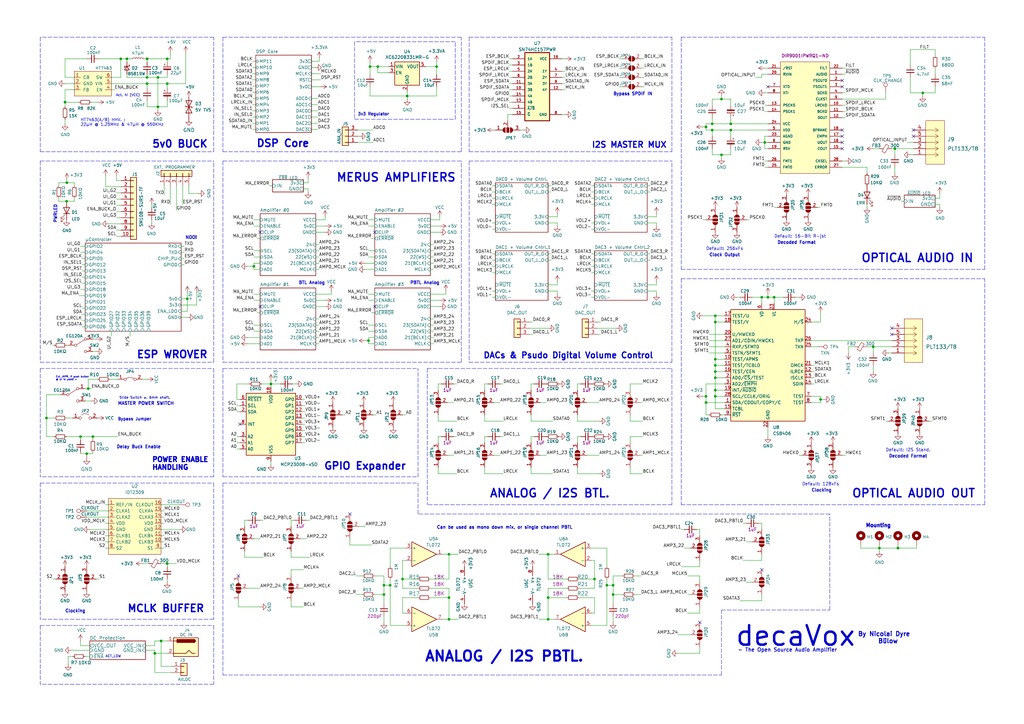
<source format=kicad_sch>
(kicad_sch (version 20211123) (generator eeschema)
  (paper "A3")
  (junction (at 184.15 254))
  (junction (at 289.56 52.07))
  (junction (at 38.1 179.07))
  (junction (at 243.84 237.49))
  (junction (at 293.37 152.4))
  (junction (at 63.5254 267.97))
  (junction (at 313.69 58.42))
  (junction (at 184.15 245.11))
  (junction (at 49.53 24.13))
  (junction (at 60.325 31.75))
  (junction (at 27.305 82.55))
  (junction (at 36.195 159.385))
  (junction (at 26.67 41.91))
  (junction (at 292.1 53.34))
  (junction (at 293.37 132.08))
  (junction (at 151.13 139.7))
  (junction (at 248.92 240.03))
  (junction (at 295.91 63.5))
  (junction (at 68.58 34.29))
  (junction (at 157.48 240.03))
  (junction (at 224.79 245.11))
  (junction (at 60.325 34.29))
  (junction (at 314.96 121.92))
  (junction (at 179.07 27.305))
  (junction (at 66.0654 262.89))
  (junction (at 224.79 254))
  (junction (at 378.46 38.1))
  (junction (at 293.37 129.54))
  (junction (at 368.3 224.79))
  (junction (at 154.94 27.305))
  (junction (at 293.37 147.32))
  (junction (at 358.14 142.24))
  (junction (at 35.56 186.055))
  (junction (at 111.125 157.48))
  (junction (at 293.37 160.02))
  (junction (at 60.325 24.13))
  (junction (at 167.005 39.37))
  (junction (at 289.56 165.1))
  (junction (at 289.56 162.56))
  (junction (at 184.15 227.33))
  (junction (at 251.46 243.84))
  (junction (at 63.5 267.97))
  (junction (at 251.46 240.03))
  (junction (at 293.37 154.94))
  (junction (at 295.91 40.64))
  (junction (at 27.432 74.93))
  (junction (at 317.5 121.92))
  (junction (at 165.1 237.49))
  (junction (at 299.72 53.34))
  (junction (at 19.05 171.45))
  (junction (at 360.68 224.79))
  (junction (at 224.79 227.33))
  (junction (at 293.37 149.86))
  (junction (at 33.02 179.07))
  (junction (at 52.07 24.13))
  (junction (at 76.835 122.555))
  (junction (at 367.03 60.96))
  (junction (at 160.02 240.03))
  (junction (at 104.14 109.22))
  (junction (at 293.37 162.56))
  (junction (at 151.765 27.305))
  (junction (at 64.77 31.75))
  (junction (at 64.77 43.815))
  (junction (at 312.42 121.92))
  (junction (at 336.55 163.83))
  (junction (at 68.58 24.13))
  (junction (at 292.1 50.8))
  (junction (at 68.58 231.14))
  (junction (at 299.72 50.8))
  (junction (at 157.48 243.84))
  (no_connect (at 97.79 236.22))
  (no_connect (at 143.51 210.82))
  (no_connect (at 345.44 53.34))
  (no_connect (at 345.44 58.42))
  (no_connect (at 345.44 55.88))
  (no_connect (at 345.44 60.96))
  (no_connect (at 374.65 55.88))
  (no_connect (at 374.65 53.34))
  (no_connect (at 312.42 233.68))
  (no_connect (at 345.44 35.56))
  (no_connect (at 345.44 33.02))
  (no_connect (at 314.96 35.56))
  (no_connect (at 365.76 134.62))
  (no_connect (at 365.76 137.16))
  (no_connect (at 106.68 95.25))
  (no_connect (at 153.67 95.25))
  (no_connect (at 153.67 125.73))
  (no_connect (at 106.68 125.73))
  (no_connect (at 98.425 173.99))
  (no_connect (at 287.02 255.27))
  (wire (pts (xy 201.93 78.74) (xy 203.2 78.74)))
  (wire (pts (xy 251.46 243.84) (xy 255.27 243.84)))
  (wire (pts (xy 160.02 237.49) (xy 160.02 240.03)))
  (wire (pts (xy 201.93 93.98) (xy 203.2 93.98)))
  (polyline (pts (xy 192.405 15.24) (xy 275.59 15.24)))
  (wire (pts (xy 177.8 130.81) (xy 176.53 130.81)))
  (wire (pts (xy 43.18 214.63) (xy 44.45 214.63)))
  (polyline (pts (xy 275.59 62.23) (xy 275.59 15.24)))
  (wire (pts (xy 221.615 165.1) (xy 224.155 165.1)))
  (wire (pts (xy 67.31 212.09) (xy 66.04 212.09)))
  (wire (pts (xy 166.37 256.54) (xy 160.02 256.54)))
  (wire (pts (xy 103.632 30.226) (xy 104.902 30.226)))
  (wire (pts (xy 314.96 60.96) (xy 313.69 60.96)))
  (wire (pts (xy 152.4 128.27) (xy 153.67 128.27)))
  (wire (pts (xy 335.28 142.24) (xy 332.74 142.24)))
  (wire (pts (xy 208.28 49.53) (xy 208.28 46.99)))
  (wire (pts (xy 26.67 36.83) (xy 26.67 41.91)))
  (wire (pts (xy 111.125 156.21) (xy 111.125 157.48)))
  (wire (pts (xy 231.775 29.21) (xy 230.505 29.21)))
  (wire (pts (xy 75.565 103.505) (xy 74.295 103.505)))
  (wire (pts (xy 242.57 256.54) (xy 248.92 256.54)))
  (wire (pts (xy 48.26 179.07) (xy 38.1 179.07)))
  (wire (pts (xy 179.705 179.07) (xy 180.975 179.07)))
  (wire (pts (xy 43.18 224.79) (xy 44.45 224.79)))
  (wire (pts (xy 198.755 170.18) (xy 198.755 172.72)))
  (wire (pts (xy 104.14 133.35) (xy 106.68 133.35)))
  (wire (pts (xy 312.42 214.63) (xy 311.15 214.63)))
  (wire (pts (xy 176.53 95.25) (xy 180.34 95.25)))
  (wire (pts (xy 289.56 53.34) (xy 292.1 53.34)))
  (wire (pts (xy 266.7 78.74) (xy 265.43 78.74)))
  (wire (pts (xy 184.15 241.3) (xy 184.15 245.11)))
  (wire (pts (xy 36.83 264.795) (xy 33.02 264.795)))
  (wire (pts (xy 129.54 95.25) (xy 133.35 95.25)))
  (wire (pts (xy 299.72 53.34) (xy 299.72 55.88)))
  (wire (pts (xy 63.5254 275.844) (xy 70.3834 275.844)))
  (wire (pts (xy 62.23 90.17) (xy 62.23 91.44)))
  (wire (pts (xy 68.58 43.815) (xy 68.58 41.275)))
  (wire (pts (xy 64.77 43.815) (xy 68.58 43.815)))
  (wire (pts (xy 309.88 31.75) (xy 312.42 31.75)))
  (wire (pts (xy 262.255 165.1) (xy 263.525 165.1)))
  (wire (pts (xy 312.42 121.92) (xy 312.42 124.46)))
  (wire (pts (xy 353.06 224.79) (xy 360.68 224.79)))
  (wire (pts (xy 103.632 50.546) (xy 104.902 50.546)))
  (wire (pts (xy 151.13 123.19) (xy 153.67 123.19)))
  (wire (pts (xy 373.38 26.67) (xy 373.38 20.32)))
  (wire (pts (xy 334.01 149.86) (xy 332.74 149.86)))
  (polyline (pts (xy 91.44 148.59) (xy 189.23 148.59)))
  (wire (pts (xy 336.55 165.1) (xy 332.74 165.1)))
  (wire (pts (xy 306.07 214.63) (xy 304.8 214.63)))
  (wire (pts (xy 242.57 104.14) (xy 243.84 104.14)))
  (polyline (pts (xy 87.63 256.54) (xy 87.63 280.67)))
  (wire (pts (xy 103.632 53.086) (xy 104.902 53.086)))
  (wire (pts (xy 60.325 43.815) (xy 64.77 43.815)))
  (wire (pts (xy 180.34 92.71) (xy 176.53 92.71)))
  (wire (pts (xy 236.855 179.07) (xy 238.125 179.07)))
  (wire (pts (xy 76.835 120.015) (xy 76.835 122.555)))
  (wire (pts (xy 369.57 82.55) (xy 370.84 82.55)))
  (wire (pts (xy 52.07 25.4) (xy 52.07 24.13)))
  (wire (pts (xy 198.755 181.61) (xy 198.755 179.07)))
  (wire (pts (xy 217.805 179.07) (xy 219.075 179.07)))
  (wire (pts (xy 183.515 165.1) (xy 186.055 165.1)))
  (wire (pts (xy 382.27 172.72) (xy 381 172.72)))
  (wire (pts (xy 75.565 108.585) (xy 74.295 108.585)))
  (wire (pts (xy 174.625 27.305) (xy 179.07 27.305)))
  (wire (pts (xy 60.325 31.75) (xy 64.77 31.75)))
  (wire (pts (xy 287.02 251.46) (xy 281.94 251.46)))
  (wire (pts (xy 60.325 25.4) (xy 60.325 24.13)))
  (wire (pts (xy 105.41 128.27) (xy 106.68 128.27)))
  (wire (pts (xy 240.665 165.1) (xy 245.745 165.1)))
  (wire (pts (xy 254 27.94) (xy 255.27 27.94)))
  (wire (pts (xy 47.752 94.361) (xy 49.657 94.361)))
  (polyline (pts (xy 275.59 207.01) (xy 175.26 207.01)))
  (wire (pts (xy 66.0654 273.304) (xy 70.3834 273.304)))
  (wire (pts (xy 355.6 68.58) (xy 355.6 71.12)))
  (wire (pts (xy 292.1 63.5) (xy 295.91 63.5)))
  (wire (pts (xy 67.31 224.79) (xy 66.04 224.79)))
  (wire (pts (xy 293.37 167.64) (xy 293.37 162.56)))
  (polyline (pts (xy 279.4 114.3) (xy 279.4 207.01)))
  (wire (pts (xy 127.762 42.926) (xy 130.302 42.926)))
  (wire (pts (xy 254 31.75) (xy 255.27 31.75)))
  (wire (pts (xy 202.565 53.34) (xy 203.2 53.34)))
  (wire (pts (xy 224.79 227.33) (xy 220.98 227.33)))
  (wire (pts (xy 30.48 36.83) (xy 26.67 36.83)))
  (wire (pts (xy 292.1 53.34) (xy 292.1 55.88)))
  (wire (pts (xy 345.44 43.18) (xy 346.71 43.18)))
  (wire (pts (xy 45.72 34.29) (xy 60.325 34.29)))
  (wire (pts (xy 47.752 84.201) (xy 49.657 84.201)))
  (wire (pts (xy 217.17 134.62) (xy 224.79 134.62)))
  (wire (pts (xy 63.5 267.97) (xy 63.5254 267.97)))
  (wire (pts (xy 218.44 132.08) (xy 217.17 132.08)))
  (wire (pts (xy 217.805 160.02) (xy 217.805 157.48)))
  (wire (pts (xy 129.54 120.65) (xy 135.89 120.65)))
  (wire (pts (xy 198.755 160.02) (xy 198.755 157.48)))
  (wire (pts (xy 345.44 66.04) (xy 346.71 66.04)))
  (wire (pts (xy 125.095 163.83) (xy 123.825 163.83)))
  (wire (pts (xy 179.705 157.48) (xy 180.975 157.48)))
  (wire (pts (xy 290.83 137.16) (xy 297.18 137.16)))
  (wire (pts (xy 104.14 90.17) (xy 106.68 90.17)))
  (wire (pts (xy 242.57 93.98) (xy 243.84 93.98)))
  (wire (pts (xy 231.775 31.75) (xy 230.505 31.75)))
  (wire (pts (xy 242.57 121.92) (xy 243.84 121.92)))
  (wire (pts (xy 314.96 120.65) (xy 314.96 121.92)))
  (wire (pts (xy 184.15 227.33) (xy 187.96 227.33)))
  (polyline (pts (xy 91.44 15.24) (xy 91.44 62.23)))
  (wire (pts (xy 107.315 157.48) (xy 111.125 157.48)))
  (wire (pts (xy 46.99 36.83) (xy 45.72 36.83)))
  (wire (pts (xy 77.47 76.2) (xy 77.47 79.375)))
  (wire (pts (xy 36.83 266.7) (xy 29.21 266.7)))
  (wire (pts (xy 289.56 165.1) (xy 289.56 170.18)))
  (wire (pts (xy 27.305 141.605) (xy 27.94 141.605)))
  (wire (pts (xy 167.005 39.37) (xy 179.07 39.37)))
  (polyline (pts (xy 186.69 48.895) (xy 186.69 17.145)))
  (wire (pts (xy 165.1 251.46) (xy 165.1 245.11)))
  (wire (pts (xy 242.57 78.74) (xy 243.84 78.74)))
  (wire (pts (xy 288.29 129.54) (xy 293.37 129.54)))
  (wire (pts (xy 100.33 226.06) (xy 100.33 228.6)))
  (wire (pts (xy 346.71 27.94) (xy 345.44 27.94)))
  (wire (pts (xy 101.6 140.97) (xy 106.68 140.97)))
  (wire (pts (xy 208.915 36.83) (xy 210.185 36.83)))
  (wire (pts (xy 67.31 209.55) (xy 66.04 209.55)))
  (wire (pts (xy 64.77 31.75) (xy 68.58 31.75)))
  (wire (pts (xy 243.84 241.3) (xy 237.49 241.3)))
  (wire (pts (xy 151.765 30.48) (xy 151.765 27.305)))
  (wire (pts (xy 105.41 97.79) (xy 106.68 97.79)))
  (wire (pts (xy 242.57 76.2) (xy 243.84 76.2)))
  (polyline (pts (xy 87.63 195.58) (xy 16.51 195.58)))
  (wire (pts (xy 166.37 229.87) (xy 165.1 229.87)))
  (wire (pts (xy 374.65 63.5) (xy 373.38 63.5)))
  (wire (pts (xy 287.02 248.92) (xy 287.02 251.46)))
  (wire (pts (xy 119.38 248.92) (xy 124.46 248.92)))
  (wire (pts (xy 19.05 171.45) (xy 19.05 161.925)))
  (wire (pts (xy 312.42 30.48) (xy 314.96 30.48)))
  (wire (pts (xy 130.81 130.81) (xy 129.54 130.81)))
  (wire (pts (xy 313.69 43.18) (xy 314.96 43.18)))
  (wire (pts (xy 224.79 91.44) (xy 228.6 91.44)))
  (wire (pts (xy 47.752 81.661) (xy 49.657 81.661)))
  (wire (pts (xy 152.4 97.79) (xy 153.67 97.79)))
  (wire (pts (xy 183.515 186.69) (xy 186.055 186.69)))
  (wire (pts (xy 176.53 241.3) (xy 184.15 241.3)))
  (wire (pts (xy 243.84 237.49) (xy 243.84 241.3)))
  (wire (pts (xy 149.86 110.49) (xy 153.67 110.49)))
  (wire (pts (xy 307.34 90.17) (xy 306.07 90.17)))
  (wire (pts (xy 255.27 236.22) (xy 251.46 236.22)))
  (wire (pts (xy 288.29 162.56) (xy 289.56 162.56)))
  (polyline (pts (xy 87.63 198.12) (xy 87.63 254)))
  (wire (pts (xy 69.85 83.82) (xy 69.85 76.2)))
  (wire (pts (xy 73.66 217.17) (xy 66.04 217.17)))
  (wire (pts (xy 179.07 27.305) (xy 179.07 30.48)))
  (wire (pts (xy 33.655 111.125) (xy 34.925 111.125)))
  (wire (pts (xy 100.33 213.36) (xy 101.6 213.36)))
  (wire (pts (xy 106.68 107.95) (xy 104.14 107.95)))
  (wire (pts (xy 47.752 86.741) (xy 49.657 86.741)))
  (polyline (pts (xy 279.4 114.3) (xy 403.86 114.3)))
  (wire (pts (xy 383.54 20.32) (xy 383.54 22.86)))
  (wire (pts (xy 221.615 186.69) (xy 224.155 186.69)))
  (polyline (pts (xy 340.36 210.82) (xy 171.45 210.82)))
  (wire (pts (xy 224.79 245.11) (xy 224.79 254)))
  (wire (pts (xy 76.835 127.635) (xy 76.835 122.555)))
  (wire (pts (xy 127.762 27.686) (xy 129.286 27.686)))
  (wire (pts (xy 269.24 119.38) (xy 269.24 120.65)))
  (polyline (pts (xy 186.69 17.145) (xy 145.415 17.145)))
  (wire (pts (xy 75.565 100.965) (xy 74.295 100.965)))
  (wire (pts (xy 365.76 144.78) (xy 364.49 144.78)))
  (wire (pts (xy 292.1 40.64) (xy 295.91 40.64)))
  (wire (pts (xy 157.48 243.84) (xy 157.48 247.65)))
  (wire (pts (xy 129.54 125.73) (xy 133.35 125.73)))
  (wire (pts (xy 248.92 240.03) (xy 248.92 256.54)))
  (wire (pts (xy 217.805 157.48) (xy 219.075 157.48)))
  (wire (pts (xy 242.57 83.82) (xy 243.84 83.82)))
  (wire (pts (xy 157.48 240.03) (xy 160.02 240.03)))
  (wire (pts (xy 74.295 127.635) (xy 76.835 127.635)))
  (wire (pts (xy 68.58 231.14) (xy 68.58 232.41)))
  (wire (pts (xy 317.5 124.46) (xy 317.5 121.92)))
  (wire (pts (xy 176.53 125.73) (xy 180.34 125.73)))
  (wire (pts (xy 104.14 135.89) (xy 106.68 135.89)))
  (wire (pts (xy 312.42 227.33) (xy 312.42 229.87)))
  (polyline (pts (xy 91.44 198.12) (xy 91.44 276.86)))
  (wire (pts (xy 130.81 140.97) (xy 129.54 140.97)))
  (wire (pts (xy 67.31 219.71) (xy 66.04 219.71)))
  (wire (pts (xy 288.29 52.07) (xy 289.56 52.07)))
  (wire (pts (xy 167.005 39.37) (xy 167.005 37.465)))
  (wire (pts (xy 68.58 31.75) (xy 68.58 30.48)))
  (wire (pts (xy 201.93 109.22) (xy 203.2 109.22)))
  (wire (pts (xy 243.84 251.46) (xy 243.84 245.11)))
  (wire (pts (xy 201.93 81.28) (xy 203.2 81.28)))
  (wire (pts (xy 24.13 82.55) (xy 27.305 82.55)))
  (wire (pts (xy 125.095 166.37) (xy 123.825 166.37)))
  (wire (pts (xy 72.39 86.36) (xy 72.39 76.2)))
  (polyline (pts (xy 91.44 195.58) (xy 171.45 195.58)))
  (wire (pts (xy 26.67 48.895) (xy 26.67 50.8)))
  (wire (pts (xy 224.79 254) (xy 220.98 254)))
  (polyline (pts (xy 279.4 15.24) (xy 403.86 15.24)))
  (wire (pts (xy 147.32 215.9) (xy 149.86 215.9)))
  (wire (pts (xy 201.93 119.38) (xy 203.2 119.38)))
  (wire (pts (xy 228.6 88.9) (xy 228.6 87.63)))
  (wire (pts (xy 266.7 106.68) (xy 265.43 106.68)))
  (wire (pts (xy 165.1 229.87) (xy 165.1 237.49)))
  (wire (pts (xy 127.762 25.146) (xy 130.937 25.146)))
  (wire (pts (xy 313.69 45.72) (xy 314.96 45.72)))
  (wire (pts (xy 33.02 185.42) (xy 33.02 186.055)))
  (wire (pts (xy 236.855 181.61) (xy 236.855 179.07)))
  (wire (pts (xy 334.01 154.94) (xy 332.74 154.94)))
  (wire (pts (xy 123.19 241.3) (xy 124.46 241.3)))
  (wire (pts (xy 103.632 48.006) (xy 104.902 48.006)))
  (wire (pts (xy 111.125 157.48) (xy 111.125 158.75)))
  (wire (pts (xy 66.0654 262.89) (xy 68.6054 262.89)))
  (wire (pts (xy 151.13 138.43) (xy 151.13 139.7)))
  (wire (pts (xy 287.02 238.76) (xy 287.02 236.22)))
  (wire (pts (xy 289.56 170.18) (xy 290.83 170.18)))
  (wire (pts (xy 166.37 251.46) (xy 165.1 251.46)))
  (wire (pts (xy 146.05 236.22) (xy 148.59 236.22)))
  (wire (pts (xy 151.13 102.87) (xy 153.67 102.87)))
  (wire (pts (xy 80.645 120.015) (xy 80.645 125.095)))
  (wire (pts (xy 264.16 31.75) (xy 262.89 31.75)))
  (wire (pts (xy 287.02 219.71) (xy 287.02 217.17)))
  (wire (pts (xy 201.93 106.68) (xy 203.2 106.68)))
  (wire (pts (xy 287.02 232.41) (xy 279.4 232.41)))
  (wire (pts (xy 103.632 40.386) (xy 104.902 40.386)))
  (wire (pts (xy 198.755 194.31) (xy 206.375 194.31)))
  (wire (pts (xy 373.38 38.1) (xy 373.38 31.75)))
  (polyline (pts (xy 87.63 62.23) (xy 87.63 15.24)))
  (wire (pts (xy 47.752 79.121) (xy 49.657 79.121)))
  (wire (pts (xy 74.295 130.175) (xy 76.835 130.175)))
  (wire (pts (xy 101.6 138.43) (xy 106.68 138.43)))
  (wire (pts (xy 265.43 91.44) (xy 269.24 91.44)))
  (wire (pts (xy 208.915 29.21) (xy 210.185 29.21)))
  (wire (pts (xy 232.41 245.11) (xy 224.79 245.11)))
  (wire (pts (xy 157.48 243.84) (xy 153.67 243.84)))
  (wire (pts (xy 336.55 162.56) (xy 336.55 163.83)))
  (wire (pts (xy 290.83 139.7) (xy 297.18 139.7)))
  (wire (pts (xy 49.53 24.13) (xy 49.53 31.75)))
  (wire (pts (xy 242.57 251.46) (xy 243.84 251.46)))
  (wire (pts (xy 280.67 217.17) (xy 279.4 217.17)))
  (wire (pts (xy 104.14 102.87) (xy 106.68 102.87)))
  (wire (pts (xy 186.055 157.48) (xy 187.325 157.48)))
  (wire (pts (xy 160.02 224.79) (xy 160.02 232.41)))
  (wire (pts (xy 312.42 243.84) (xy 312.42 246.38)))
  (wire (pts (xy 101.6 109.22) (xy 104.14 109.22)))
  (wire (pts (xy 146.05 243.84) (xy 148.59 243.84)))
  (wire (pts (xy 33.02 179.07) (xy 27.305 179.07)))
  (polyline (pts (xy 192.405 62.23) (xy 275.59 62.23)))
  (polyline (pts (xy 145.415 48.895) (xy 186.69 48.895)))
  (wire (pts (xy 68.58 24.13) (xy 69.85 24.13)))
  (wire (pts (xy 154.305 170.18) (xy 153.035 170.18)))
  (wire (pts (xy 236.855 191.77) (xy 236.855 194.31)))
  (wire (pts (xy 124.46 74.93) (xy 126.365 74.93)))
  (wire (pts (xy 355.6 142.24) (xy 358.14 142.24)))
  (polyline (pts (xy 189.23 148.59) (xy 189.23 66.04)))
  (wire (pts (xy 321.31 121.92) (xy 317.5 121.92)))
  (wire (pts (xy 231.775 34.29) (xy 230.505 34.29)))
  (wire (pts (xy 97.155 184.15) (xy 98.425 184.15)))
  (wire (pts (xy 251.46 236.22) (xy 251.46 240.03)))
  (wire (pts (xy 127.762 48.006) (xy 130.302 48.006)))
  (polyline (pts (xy 91.44 198.12) (xy 171.45 198.12)))
  (wire (pts (xy 313.69 66.04) (xy 314.96 66.04)))
  (wire (pts (xy 38.1 186.055) (xy 35.56 186.055)))
  (polyline (pts (xy 87.63 280.67) (xy 16.51 280.67)))
  (wire (pts (xy 297.18 162.56) (xy 293.37 162.56)))
  (wire (pts (xy 293.37 132.08) (xy 293.37 147.32)))
  (polyline (pts (xy 91.44 66.04) (xy 91.44 148.59)))
  (polyline (pts (xy 16.51 148.59) (xy 87.63 148.59)))
  (wire (pts (xy 228.6 119.38) (xy 228.6 120.65)))
  (wire (pts (xy 367.03 60.96) (xy 374.65 60.96)))
  (wire (pts (xy 36.83 217.17) (xy 44.45 217.17)))
  (wire (pts (xy 177.8 133.35) (xy 176.53 133.35)))
  (wire (pts (xy 30.48 81.28) (xy 30.48 82.55)))
  (wire (pts (xy 43.18 207.01) (xy 44.45 207.01)))
  (wire (pts (xy 312.42 246.38) (xy 303.53 246.38)))
  (wire (pts (xy 313.69 27.94) (xy 314.96 27.94)))
  (polyline (pts (xy 403.86 207.01) (xy 403.86 114.3)))
  (wire (pts (xy 33.655 131.445) (xy 34.925 131.445)))
  (wire (pts (xy 334.01 152.4) (xy 332.74 152.4)))
  (wire (pts (xy 264.16 35.56) (xy 262.89 35.56)))
  (wire (pts (xy 358.14 142.24) (xy 358.14 144.78)))
  (wire (pts (xy 66.04 207.01) (xy 73.66 207.01)))
  (wire (pts (xy 52.07 30.48) (xy 52.07 31.75)))
  (wire (pts (xy 293.37 152.4) (xy 293.37 154.94)))
  (wire (pts (xy 248.92 224.79) (xy 248.92 232.41)))
  (wire (pts (xy 157.48 255.27) (xy 157.48 252.73)))
  (wire (pts (xy 299.72 53.34) (xy 314.96 53.34)))
  (wire (pts (xy 308.61 121.92) (xy 312.42 121.92)))
  (wire (pts (xy 236.855 160.02) (xy 236.855 157.48)))
  (wire (pts (xy 166.37 224.79) (xy 160.02 224.79)))
  (wire (pts (xy 246.38 137.16) (xy 245.11 137.16)))
  (wire (pts (xy 130.81 133.35) (xy 129.54 133.35)))
  (wire (pts (xy 34.925 269.24) (xy 36.83 269.24)))
  (wire (pts (xy 287.02 217.17) (xy 285.75 217.17)))
  (wire (pts (xy 77.47 79.375) (xy 81.28 79.375)))
  (wire (pts (xy 66.04 231.14) (xy 68.58 231.14)))
  (wire (pts (xy 19.05 179.07) (xy 19.05 171.45)))
  (wire (pts (xy 103.632 32.766) (xy 104.902 32.766)))
  (polyline (pts (xy 279.4 110.49) (xy 403.86 110.49)))
  (wire (pts (xy 254 24.13) (xy 255.27 24.13)))
  (wire (pts (xy 293.37 160.02) (xy 293.37 154.94)))
  (wire (pts (xy 60.325 36.195) (xy 60.325 34.29)))
  (wire (pts (xy 242.57 119.38) (xy 243.84 119.38)))
  (wire (pts (xy 97.155 163.83) (xy 97.155 157.48)))
  (wire (pts (xy 135.89 119.38) (xy 135.89 120.65)))
  (wire (pts (xy 299.72 43.18) (xy 299.72 40.64)))
  (wire (pts (xy 242.57 109.22) (xy 243.84 109.22)))
  (wire (pts (xy 217.805 170.18) (xy 217.805 172.72)))
  (wire (pts (xy 153.67 138.43) (xy 151.13 138.43)))
  (wire (pts (xy 33.02 118.745) (xy 34.925 118.745)))
  (wire (pts (xy 151.765 35.56) (xy 151.765 39.37)))
  (wire (pts (xy 45.72 137.795) (xy 45.72 135.89)))
  (wire (pts (xy 385.445 83.82) (xy 385.445 85.09)))
  (wire (pts (xy 184.15 245.11) (xy 184.15 254)))
  (wire (pts (xy 243.84 229.87) (xy 243.84 237.49)))
  (wire (pts (xy 125.095 176.53) (xy 123.825 176.53)))
  (wire (pts (xy 198.755 157.48) (xy 200.025 157.48)))
  (wire (pts (xy 297.18 165.1) (xy 289.56 165.1)))
  (wire (pts (xy 157.48 236.22) (xy 157.48 240.03)))
  (wire (pts (xy 104.14 92.71) (xy 106.68 92.71)))
  (wire (pts (xy 224.79 241.3) (xy 224.79 245.11)))
  (wire (pts (xy 97.155 181.61) (xy 98.425 181.61)))
  (wire (pts (xy 283.21 260.35) (xy 278.13 260.35)))
  (wire (pts (xy 289.56 165.1) (xy 289.56 162.56)))
  (wire (pts (xy 224.79 227.33) (xy 227.33 227.33)))
  (wire (pts (xy 151.13 92.71) (xy 153.67 92.71)))
  (wire (pts (xy 266.7 76.2) (xy 265.43 76.2)))
  (wire (pts (xy 104.14 220.98) (xy 106.68 220.98)))
  (wire (pts (xy 176.53 120.65) (xy 182.88 120.65)))
  (wire (pts (xy 52.07 24.13) (xy 53.975 24.13)))
  (wire (pts (xy 326.39 121.92) (xy 327.66 121.92)))
  (wire (pts (xy 295.91 40.64) (xy 299.72 40.64)))
  (wire (pts (xy 258.445 181.61) (xy 258.445 179.07)))
  (wire (pts (xy 127.762 50.546) (xy 130.302 50.546)))
  (wire (pts (xy 208.915 34.29) (xy 210.185 34.29)))
  (wire (pts (xy 353.06 223.52) (xy 353.06 224.79)))
  (wire (pts (xy 313.69 58.42) (xy 313.69 60.96)))
  (wire (pts (xy 24.13 81.28) (xy 24.13 82.55)))
  (wire (pts (xy 33.655 113.665) (xy 34.925 113.665)))
  (wire (pts (xy 166.37 170.18) (xy 165.1 170.18)))
  (wire (pts (xy 243.84 245.11) (xy 237.49 245.11)))
  (wire (pts (xy 332.74 132.08) (xy 336.55 132.08)))
  (wire (pts (xy 38.1 179.07) (xy 33.02 179.07)))
  (wire (pts (xy 177.8 107.95) (xy 176.53 107.95)))
  (wire (pts (xy 262.255 186.69) (xy 263.525 186.69)))
  (wire (pts (xy 334.01 157.48) (xy 332.74 157.48)))
  (wire (pts (xy 358.14 60.96) (xy 360.68 60.96)))
  (wire (pts (xy 33.655 116.205) (xy 34.925 116.205)))
  (polyline (pts (xy 16.51 151.13) (xy 87.63 151.13)))
  (wire (pts (xy 208.28 46.99) (xy 210.185 46.99)))
  (wire (pts (xy 224.79 119.38) (xy 228.6 119.38)))
  (wire (pts (xy 127.762 30.226) (xy 131.572 30.226)))
  (wire (pts (xy 355.6 83.82) (xy 355.6 85.09)))
  (polyline (pts (xy 87.63 148.59) (xy 87.63 66.04)))
  (wire (pts (xy 106.68 213.36) (xy 107.95 213.36)))
  (wire (pts (xy 228.6 116.84) (xy 228.6 115.57)))
  (wire (pts (xy 293.37 147.32) (xy 293.37 149.86)))
  (polyline (pts (xy 16.51 66.04) (xy 16.51 148.59)))
  (wire (pts (xy 52.07 31.75) (xy 60.325 31.75)))
  (wire (pts (xy 154.94 27.305) (xy 154.94 29.845)))
  (wire (pts (xy 312.42 121.92) (xy 314.96 121.92)))
  (wire (pts (xy 292.1 53.34) (xy 299.72 53.34)))
  (wire (pts (xy 217.805 172.72) (xy 226.695 172.72)))
  (wire (pts (xy 278.13 267.97) (xy 287.02 267.97)))
  (wire (pts (xy 283.21 243.84) (xy 281.94 243.84)))
  (wire (pts (xy 208.915 24.13) (xy 210.185 24.13)))
  (wire (pts (xy 297.18 170.18) (xy 295.91 170.18)))
  (polyline (pts (xy 340.36 250.19) (xy 340.36 210.82)))
  (wire (pts (xy 130.81 102.87) (xy 129.54 102.87)))
  (wire (pts (xy 292.1 60.96) (xy 292.1 63.5)))
  (wire (pts (xy 44.45 209.55) (xy 35.56 209.55)))
  (polyline (pts (xy 87.63 15.24) (xy 16.51 15.24)))
  (wire (pts (xy 33.655 126.365) (xy 34.925 126.365)))
  (wire (pts (xy 68.58 237.49) (xy 68.58 238.76)))
  (wire (pts (xy 258.445 157.48) (xy 263.525 157.48)))
  (wire (pts (xy 313.69 68.58) (xy 314.96 68.58)))
  (wire (pts (xy 103.632 27.686) (xy 104.902 27.686)))
  (wire (pts (xy 186.055 179.07) (xy 187.325 179.07)))
  (wire (pts (xy 242.57 224.79) (xy 248.92 224.79)))
  (wire (pts (xy 287.02 265.43) (xy 287.02 267.97)))
  (wire (pts (xy 68.58 231.14) (xy 72.39 231.14)))
  (wire (pts (xy 63.5254 275.844) (xy 63.5254 267.97)))
  (wire (pts (xy 269.24 91.44) (xy 269.24 92.71)))
  (wire (pts (xy 67.31 80.01) (xy 67.31 76.2)))
  (wire (pts (xy 232.41 237.49) (xy 224.79 237.49)))
  (wire (pts (xy 246.38 132.08) (xy 245.11 132.08)))
  (wire (pts (xy 26.67 41.91) (xy 26.67 43.815)))
  (wire (pts (xy 49.53 31.75) (xy 45.72 31.75)))
  (wire (pts (xy 43.307 76.581) (xy 49.657 76.581)))
  (wire (pts (xy 19.05 161.925) (xy 24.765 161.925)))
  (wire (pts (xy 224.79 116.84) (xy 228.6 116.84)))
  (wire (pts (xy 130.81 138.43) (xy 129.54 138.43)))
  (wire (pts (xy 242.57 81.28) (xy 243.84 81.28)))
  (wire (pts (xy 181.61 254) (xy 184.15 254)))
  (wire (pts (xy 126.365 77.47) (xy 126.365 78.74)))
  (wire (pts (xy 59.69 264.795) (xy 63.5 264.795)))
  (wire (pts (xy 127.762 32.766) (xy 131.572 32.766)))
  (wire (pts (xy 180.34 88.9) (xy 180.34 90.17)))
  (wire (pts (xy 290.83 144.78) (xy 297.18 144.78)))
  (polyline (pts (xy 171.45 210.82) (xy 171.45 198.12)))
  (wire (pts (xy 347.98 142.24) (xy 347.98 144.78)))
  (wire (pts (xy 177.8 135.89) (xy 176.53 135.89)))
  (wire (pts (xy 26.67 41.91) (xy 32.385 41.91)))
  (wire (pts (xy 27.94 269.24) (xy 27.94 272.415)))
  (wire (pts (xy 32.385 121.285) (xy 34.925 121.285)))
  (wire (pts (xy 179.705 191.77) (xy 179.705 194.31)))
  (wire (pts (xy 297.18 129.54) (xy 293.37 129.54)))
  (wire (pts (xy 236.855 170.18) (xy 236.855 172.72)))
  (wire (pts (xy 299.72 50.8) (xy 314.96 50.8)))
  (wire (pts (xy 295.91 63.5) (xy 299.72 63.5)))
  (wire (pts (xy 258.445 194.31) (xy 263.525 194.31)))
  (wire (pts (xy 201.93 104.14) (xy 203.2 104.14)))
  (wire (pts (xy 69.85 24.13) (xy 69.85 21.59)))
  (wire (pts (xy 119.38 215.9) (xy 119.38 213.36)))
  (wire (pts (xy 288.29 90.17) (xy 289.56 90.17)))
  (wire (pts (xy 254 35.56) (xy 255.27 35.56)))
  (wire (pts (xy 230.505 46.99) (xy 231.775 46.99)))
  (wire (pts (xy 149.86 139.7) (xy 151.13 139.7)))
  (wire (pts (xy 293.37 147.32) (xy 297.18 147.32)))
  (wire (pts (xy 242.57 229.87) (xy 243.84 229.87)))
  (wire (pts (xy 133.35 88.9) (xy 133.35 90.17)))
  (wire (pts (xy 119.38 246.38) (xy 119.38 248.92)))
  (wire (pts (xy 60.325 34.29) (xy 68.58 34.29)))
  (wire (pts (xy 289.56 52.07) (xy 289.56 53.34)))
  (wire (pts (xy 308.61 222.25) (xy 306.07 222.25)))
  (wire (pts (xy 104.14 120.65) (xy 106.68 120.65)))
  (wire (pts (xy 60.325 41.275) (xy 60.325 43.815)))
  (wire (pts (xy 198.755 179.07) (xy 200.025 179.07)))
  (wire (pts (xy 160.02 240.03) (xy 160.02 256.54)))
  (wire (pts (xy 312.42 229.87) (xy 304.8 229.87)))
  (wire (pts (xy 97.155 166.37) (xy 98.425 166.37)))
  (polyline (pts (xy 16.51 15.24) (xy 16.51 62.23)))
  (wire (pts (xy 49.657 74.041) (xy 47.752 74.041)))
  (wire (pts (xy 358.14 142.24) (xy 365.76 142.24)))
  (wire (pts (xy 179.705 170.18) (xy 179.705 172.72)))
  (wire (pts (xy 297.18 160.02) (xy 293.37 160.02)))
  (polyline (pts (xy 16.51 256.54) (xy 87.63 256.54)))
  (wire (pts (xy 64.77 43.815) (xy 64.77 31.75)))
  (wire (pts (xy 378.46 38.1) (xy 378.46 39.37)))
  (wire (pts (xy 49.53 24.13) (xy 52.07 24.13)))
  (wire (pts (xy 151.13 120.65) (xy 153.67 120.65)))
  (wire (pts (xy 74.295 122.555) (xy 76.835 122.555)))
  (wire (pts (xy 62.23 83.82) (xy 62.23 85.09)))
  (wire (pts (xy 383.54 81.28) (xy 385.445 81.28)))
  (wire (pts (xy 236.855 157.48) (xy 238.125 157.48)))
  (wire (pts (xy 232.41 241.3) (xy 224.79 241.3)))
  (wire (pts (xy 127.762 45.466) (xy 130.302 45.466)))
  (wire (pts (xy 231.775 24.13) (xy 230.505 24.13)))
  (wire (pts (xy 345.44 48.26) (xy 346.71 48.26)))
  (wire (pts (xy 101.6 241.3) (xy 106.68 241.3)))
  (wire (pts (xy 218.44 137.16) (xy 217.17 137.16)))
  (wire (pts (xy 179.705 181.61) (xy 179.705 179.07)))
  (wire (pts (xy 290.83 142.24) (xy 297.18 142.24)))
  (wire (pts (xy 76.2 21.59) (xy 76.2 34.29)))
  (wire (pts (xy 104.14 123.19) (xy 106.68 123.19)))
  (wire (pts (xy 110.49 76.2) (xy 111.76 76.2)))
  (polyline (pts (xy 87.63 254) (xy 16.51 254)))
  (wire (pts (xy 33.655 106.045) (xy 34.925 106.045)))
  (wire (pts (xy 177.8 105.41) (xy 176.53 105.41)))
  (wire (pts (xy 245.11 134.62) (xy 252.73 134.62)))
  (wire (pts (xy 97.155 179.07) (xy 98.425 179.07)))
  (wire (pts (xy 165.1 237.49) (xy 165.1 241.3)))
  (wire (pts (xy 151.13 133.35) (xy 153.67 133.35)))
  (wire (pts (xy 266.7 104.14) (xy 265.43 104.14)))
  (wire (pts (xy 363.22 172.72) (xy 364.49 172.72)))
  (wire (pts (xy 63.5 262.89) (xy 66.0654 262.89)))
  (wire (pts (xy 314.96 121.92) (xy 317.5 121.92)))
  (wire (pts (xy 63.5 266.7) (xy 59.69 266.7)))
  (wire (pts (xy 151.13 90.17) (xy 153.67 90.17)))
  (wire (pts (xy 34.925 164.465) (xy 37.465 164.465)))
  (wire (pts (xy 63.5 267.97) (xy 63.5 266.7)))
  (wire (pts (xy 177.8 110.49) (xy 176.53 110.49)))
  (wire (pts (xy 97.79 246.38) (xy 97.79 248.92)))
  (wire (pts (xy 59.055 24.13) (xy 60.325 24.13)))
  (wire (pts (xy 367.03 68.58) (xy 367.03 71.12)))
  (wire (pts (xy 19.05 179.07) (xy 22.225 179.07)))
  (wire (pts (xy 21.59 141.605) (xy 22.225 141.605)))
  (wire (pts (xy 43.307 76.581) (xy 43.307 72.136)))
  (wire (pts (xy 36.195 159.385) (xy 37.465 159.385)))
  (wire (pts (xy 58.42 155.575) (xy 60.325 155.575)))
  (wire (pts (xy 177.8 140.97) (xy 176.53 140.97)))
  (wire (pts (xy 226.06 78.74) (xy 224.79 78.74)))
  (wire (pts (xy 258.445 170.18) (xy 258.445 172.72)))
  (wire (pts (xy 308.61 238.76) (xy 306.07 238.76)))
  (wire (pts (xy 184.15 237.49) (xy 184.15 227.33)))
  (polyline (pts (xy 91.44 15.24) (xy 189.23 15.24)))
  (wire (pts (xy 127.762 40.386) (xy 130.302 40.386)))
  (wire (pts (xy 289.56 162.56) (xy 289.56 157.48)))
  (wire (pts (xy 33.655 128.905) (xy 34.925 128.905)))
  (wire (pts (xy 345.44 68.58) (xy 355.6 68.58)))
  (wire (pts (xy 179.07 35.56) (xy 179.07 39.37)))
  (wire (pts (xy 159.385 27.305) (xy 154.94 27.305)))
  (polyline (pts (xy 279.4 15.24) (xy 279.4 110.49)))
  (wire (pts (xy 378.46 38.1) (xy 383.54 38.1)))
  (wire (pts (xy 146.685 55.88) (xy 147.32 55.88)))
  (polyline (pts (xy 192.405 66.04) (xy 192.405 148.59)))
  (wire (pts (xy 129.54 90.17) (xy 133.35 90.17)))
  (wire (pts (xy 26.67 24.13) (xy 26.67 31.75)))
  (wire (pts (xy 100.33 228.6) (xy 107.95 228.6)))
  (wire (pts (xy 40.005 155.575) (xy 36.195 155.575)))
  (polyline (pts (xy 16.51 198.12) (xy 87.63 198.12)))
  (polyline (pts (xy 16.51 256.54) (xy 16.51 280.67)))
  (wire (pts (xy 177.8 100.33) (xy 176.53 100.33)))
  (wire (pts (xy 264.16 24.13) (xy 262.89 24.13)))
  (wire (pts (xy 265.43 116.84) (xy 269.24 116.84)))
  (wire (pts (xy 258.445 179.07) (xy 263.525 179.07)))
  (wire (pts (xy 283.21 224.79) (xy 280.67 224.79)))
  (wire (pts (xy 66.0654 262.89) (xy 66.0654 273.304)))
  (polyline (pts (xy 175.26 151.13) (xy 175.26 207.01)))
  (polyline (pts (xy 91.44 276.86) (xy 295.91 276.86)))
  (wire (pts (xy 360.68 224.79) (xy 368.3 224.79)))
  (wire (pts (xy 103.632 37.846) (xy 104.902 37.846)))
  (wire (pts (xy 350.52 142.24) (xy 347.98 142.24)))
  (wire (pts (xy 67.31 222.25) (xy 66.04 222.25)))
  (wire (pts (xy 314.96 58.42) (xy 313.69 58.42)))
  (wire (pts (xy 208.915 44.45) (xy 210.185 44.45)))
  (polyline (pts (xy 279.4 207.01) (xy 403.86 207.01)))
  (wire (pts (xy 179.705 194.31) (xy 187.325 194.31)))
  (wire (pts (xy 24.13 74.93) (xy 27.432 74.93)))
  (wire (pts (xy 337.82 163.83) (xy 336.55 163.83)))
  (wire (pts (xy 60.325 30.48) (xy 60.325 31.75)))
  (wire (pts (xy 208.915 41.91) (xy 210.185 41.91)))
  (polyline (pts (xy 145.415 17.145) (xy 145.415 48.895)))
  (polyline (pts (xy 16.51 62.23) (xy 87.63 62.23)))
  (wire (pts (xy 332.74 162.56) (xy 336.55 162.56)))
  (wire (pts (xy 231.775 36.83) (xy 230.505 36.83)))
  (wire (pts (xy 269.24 88.9) (xy 269.24 87.63)))
  (wire (pts (xy 30.48 74.93) (xy 30.48 76.2)))
  (polyline (pts (xy 403.86 110.49) (xy 403.86 15.24)))
  (wire (pts (xy 151.13 105.41) (xy 153.67 105.41)))
  (wire (pts (xy 130.81 100.33) (xy 129.54 100.33)))
  (wire (pts (xy 38.1 185.42) (xy 38.1 186.055)))
  (wire (pts (xy 287.02 236.22) (xy 281.94 236.22)))
  (wire (pts (xy 346.71 186.69) (xy 345.44 186.69)))
  (wire (pts (xy 151.13 139.7) (xy 151.13 140.97)))
  (wire (pts (xy 289.56 157.48) (xy 297.18 157.48)))
  (wire (pts (xy 38.1 179.07) (xy 38.1 180.34)))
  (wire (pts (xy 240.665 186.69) (xy 245.745 186.69)))
  (wire (pts (xy 383.54 83.82) (xy 385.445 83.82)))
  (wire (pts (xy 104.14 107.95) (xy 104.14 109.22)))
  (wire (pts (xy 130.937 23.876) (xy 130.937 25.146)))
  (wire (pts (xy 293.37 149.86) (xy 293.37 152.4)))
  (wire (pts (xy 385.445 81.28) (xy 385.445 79.375)))
  (wire (pts (xy 236.855 194.31) (xy 245.745 194.31)))
  (wire (pts (xy 119.38 226.06) (xy 119.38 228.6)))
  (wire (pts (xy 251.46 240.03) (xy 251.46 243.84)))
  (wire (pts (xy 299.72 60.96) (xy 299.72 63.5)))
  (wire (pts (xy 45.085 155.575) (xy 48.26 155.575)))
  (wire (pts (xy 33.655 108.585) (xy 34.925 108.585)))
  (wire (pts (xy 104.14 105.41) (xy 106.68 105.41)))
  (wire (pts (xy 37.465 41.91) (xy 40.005 41.91)))
  (wire (pts (xy 378.46 38.1) (xy 373.38 38.1)))
  (wire (pts (xy 34.925 159.385) (xy 36.195 159.385)))
  (wire (pts (xy 198.755 191.77) (xy 198.755 194.31)))
  (wire (pts (xy 100.33 215.9) (xy 100.33 213.36)))
  (wire (pts (xy 149.86 107.95) (xy 153.67 107.95)))
  (wire (pts (xy 201.93 76.2) (xy 203.2 76.2)))
  (wire (pts (xy 303.53 121.92) (xy 302.26 121.92)))
  (wire (pts (xy 224.79 237.49) (xy 224.79 227.33)))
  (wire (pts (xy 312.42 58.42) (xy 313.69 58.42)))
  (wire (pts (xy 114.935 157.48) (xy 111.125 157.48)))
  (wire (pts (xy 151.765 25.4) (xy 151.765 27.305)))
  (wire (pts (xy 124.46 77.47) (xy 126.365 77.47)))
  (wire (pts (xy 33.655 133.985) (xy 34.925 133.985)))
  (wire (pts (xy 336.55 163.83) (xy 336.55 165.1)))
  (polyline (pts (xy 275.59 151.13) (xy 275.59 207.01)))
  (wire (pts (xy 383.54 27.94) (xy 383.54 30.48)))
  (wire (pts (xy 131.445 35.56) (xy 127.762 35.56)))
  (wire (pts (xy 176.53 237.49) (xy 184.15 237.49)))
  (wire (pts (xy 258.445 160.02) (xy 258.445 157.48)))
  (wire (pts (xy 198.755 172.72) (xy 206.375 172.72)))
  (wire (pts (xy 67.31 214.63) (xy 66.04 214.63)))
  (wire (pts (xy 262.89 243.84) (xy 260.35 243.84)))
  (polyline (pts (xy 295.91 250.19) (xy 340.36 250.19)))
  (wire (pts (xy 360.68 224.79) (xy 360.68 226.06)))
  (wire (pts (xy 24.13 74.93) (xy 24.13 76.2)))
  (wire (pts (xy 217.805 194.31) (xy 226.695 194.31)))
  (wire (pts (xy 63.5254 267.97) (xy 68.6054 267.97)))
  (wire (pts (xy 208.915 39.37) (xy 210.185 39.37)))
  (wire (pts (xy 130.81 107.95) (xy 129.54 107.95)))
  (wire (pts (xy 317.5 85.09) (xy 318.77 85.09)))
  (wire (pts (xy 104.14 109.22) (xy 104.14 110.49)))
  (wire (pts (xy 179.07 25.4) (xy 179.07 27.305)))
  (wire (pts (xy 258.445 172.72) (xy 263.525 172.72)))
  (wire (pts (xy 201.93 121.92) (xy 203.2 121.92)))
  (polyline (pts (xy 192.405 66.04) (xy 275.59 66.04)))
  (wire (pts (xy 97.79 248.92) (xy 106.68 248.92)))
  (wire (pts (xy 312.42 217.17) (xy 312.42 214.63)))
  (wire (pts (xy 179.705 172.72) (xy 187.325 172.72)))
  (wire (pts (xy 165.1 245.11) (xy 171.45 245.11)))
  (wire (pts (xy 363.22 38.1) (xy 363.22 40.64)))
  (wire (pts (xy 38.1 144.145) (xy 39.37 144.145)))
  (wire (pts (xy 265.43 88.9) (xy 269.24 88.9)))
  (wire (pts (xy 345.44 45.72) (xy 346.71 45.72)))
  (polyline (pts (xy 275.59 148.59) (xy 275.59 66.04)))
  (wire (pts (xy 64.77 43.815) (xy 64.77 45.085)))
  (wire (pts (xy 153.67 236.22) (xy 157.48 236.22)))
  (wire (pts (xy 332.74 139.7) (xy 365.76 139.7)))
  (wire (pts (xy 125.73 213.36) (xy 127 213.36)))
  (wire (pts (xy 242.57 91.44) (xy 243.84 91.44)))
  (wire (pts (xy 205.105 179.07) (xy 206.375 179.07)))
  (wire (pts (xy 103.632 25.146) (xy 104.902 25.146)))
  (wire (pts (xy 313.69 58.42) (xy 313.69 55.88)))
  (wire (pts (xy 44.45 212.09) (xy 35.56 212.09)))
  (wire (pts (xy 372.11 58.42) (xy 374.65 58.42)))
  (wire (pts (xy 217.805 181.61) (xy 217.805 179.07)))
  (wire (pts (xy 177.8 102.87) (xy 176.53 102.87)))
  (wire (pts (xy 151.765 39.37) (xy 167.005 39.37)))
  (polyline (pts (xy 189.23 62.23) (xy 189.23 15.24)))
  (wire (pts (xy 176.53 90.17) (xy 180.34 90.17)))
  (wire (pts (xy 29.845 269.24) (xy 27.94 269.24)))
  (wire (pts (xy 165.1 237.49) (xy 171.45 237.49)))
  (wire (pts (xy 293.37 132.08) (xy 297.18 132.08)))
  (wire (pts (xy 289.56 50.8) (xy 289.56 52.07)))
  (wire (pts (xy 33.02 264.795) (xy 33.02 262.89)))
  (wire (pts (xy 143.51 223.52) (xy 152.4 223.52)))
  (wire (pts (xy 146.685 58.42) (xy 153.035 58.42)))
  (wire (pts (xy 312.42 31.75) (xy 312.42 30.48)))
  (polyline (pts (xy 16.51 151.13) (xy 16.51 195.58)))
  (wire (pts (xy 68.58 34.29) (xy 76.2 34.29)))
  (wire (pts (xy 26.67 24.13) (xy 35.56 24.13)))
  (wire (pts (xy 217.805 191.77) (xy 217.805 194.31)))
  (polyline (pts (xy 87.63 151.13) (xy 87.63 195.58)))
  (wire (pts (xy 125.095 173.99) (xy 123.825 173.99)))
  (polyline (pts (xy 295.91 276.86) (xy 295.91 250.19)))
  (wire (pts (xy 157.48 240.03) (xy 157.48 243.84)))
  (wire (pts (xy 104.14 110.49) (xy 106.68 110.49)))
  (wire (pts (xy 60.325 24.13) (xy 68.58 24.13)))
  (wire (pts (xy 179.705 160.02) (xy 179.705 157.48)))
  (wire (pts (xy 213.36 53.34) (xy 214.63 53.34)))
  (wire (pts (xy 208.915 31.75) (xy 210.185 31.75)))
  (wire (pts (xy 39.37 139.065) (xy 38.1 139.065)))
  (wire (pts (xy 125.095 168.91) (xy 123.825 168.91)))
  (wire (pts (xy 119.38 228.6) (xy 127 228.6)))
  (wire (pts (xy 27.432 73.66) (xy 27.432 74.93)))
  (wire (pts (xy 358.14 149.86) (xy 358.14 152.4)))
  (wire (pts (xy 130.81 110.49) (xy 129.54 110.49)))
  (wire (pts (xy 293.37 162.56) (xy 293.37 160.02)))
  (wire (pts (xy 68.58 25.4) (xy 68.58 24.13)))
  (wire (pts (xy 27.305 171.45) (xy 29.845 171.45)))
  (wire (pts (xy 346.71 30.48) (xy 345.44 30.48)))
  (wire (pts (xy 177.8 138.43) (xy 176.53 138.43)))
  (wire (pts (xy 103.632 45.466) (xy 104.902 45.466)))
  (wire (pts (xy 242.57 106.68) (xy 243.84 106.68)))
  (wire (pts (xy 251.46 255.27) (xy 251.46 252.73)))
  (wire (pts (xy 141.605 170.18) (xy 140.335 170.18)))
  (wire (pts (xy 19.05 171.45) (xy 22.225 171.45)))
  (wire (pts (xy 226.06 106.68) (xy 224.79 106.68)))
  (wire (pts (xy 133.35 123.19) (xy 129.54 123.19)))
  (wire (pts (xy 47.752 89.281) (xy 49.657 89.281)))
  (polyline (pts (xy 171.45 195.58) (xy 171.45 151.13)))
  (wire (pts (xy 123.19 220.98) (xy 125.73 220.98)))
  (wire (pts (xy 21.59 237.49) (xy 22.86 237.49)))
  (wire (pts (xy 127.762 53.086) (xy 130.302 53.086)))
  (wire (pts (xy 60.96 231.14) (xy 58.42 231.14)))
  (wire (pts (xy 40.64 237.49) (xy 39.37 237.49)))
  (polyline (pts (xy 91.44 66.04) (xy 189.23 66.04)))
  (wire (pts (xy 336.55 85.09) (xy 335.28 85.09)))
  (wire (pts (xy 103.632 35.306) (xy 104.902 35.306)))
  (wire (pts (xy 248.92 237.49) (xy 248.92 240.03)))
  (wire (pts (xy 313.69 38.1) (xy 314.96 38.1)))
  (wire (pts (xy 292.1 50.8) (xy 292.1 48.26)))
  (wire (pts (xy 236.855 172.72) (xy 245.745 172.72)))
  (wire (pts (xy 313.69 55.88) (xy 314.96 55.88)))
  (wire (pts (xy 47.752 96.901) (xy 49.657 96.901)))
  (polyline (pts (xy 91.44 151.13) (xy 91.44 195.58)))
  (wire (pts (xy 176.53 245.11) (xy 184.15 245.11)))
  (wire (pts (xy 243.84 237.49) (xy 237.49 237.49)))
  (wire (pts (xy 295.91 40.64) (xy 295.91 39.37)))
  (wire (pts (xy 227.33 254) (xy 224.79 254)))
  (polyline (pts (xy 192.405 15.24) (xy 192.405 62.23)))
  (wire (pts (xy 269.24 116.84) (xy 269.24 115.57)))
  (wire (pts (xy 33.02 100.965) (xy 34.925 100.965)))
  (wire (pts (xy 368.3 224.79) (xy 368.3 223.52)))
  (wire (pts (xy 202.565 165.1) (xy 205.105 165.1)))
  (wire (pts (xy 53.34 137.795) (xy 53.34 135.89)))
  (wire (pts (xy 30.48 82.55) (xy 27.305 82.55)))
  (wire (pts (xy 125.095 171.45) (xy 123.825 171.45)))
  (polyline (pts (xy 16.51 66.04) (xy 87.63 66.04)))
  (wire (pts (xy 297.18 167.64) (xy 293.37 167.64)))
  (wire (pts (xy 36.195 155.575) (xy 36.195 159.385)))
  (wire (pts (xy 180.34 123.19) (xy 176.53 123.19)))
  (wire (pts (xy 208.915 26.67) (xy 210.185 26.67)))
  (wire (pts (xy 345.44 38.1) (xy 346.71 38.1)))
  (wire (pts (xy 293.37 149.86) (xy 297.18 149.86)))
  (wire (pts (xy 383.54 35.56) (xy 383.54 38.1)))
  (wire (pts (xy 126.365 74.93) (xy 126.365 73.025)))
  (wire (pts (xy 293.37 129.54) (xy 293.37 132.08)))
  (wire (pts (xy 292.1 43.18) (xy 292.1 40.64)))
  (wire (pts (xy 327.66 186.69) (xy 328.93 186.69)))
  (wire (pts (xy 26.67 31.75) (xy 30.48 31.75)))
  (wire (pts (xy 154.94 27.305) (xy 151.765 27.305)))
  (wire (pts (xy 258.445 191.77) (xy 258.445 194.31)))
  (wire (pts (xy 201.93 111.76) (xy 203.2 111.76)))
  (wire (pts (xy 75.565 106.045) (xy 74.295 106.045)))
  (wire (pts (xy 251.46 243.84) (xy 251.46 247.65)))
  (wire (pts (xy 295.91 63.5) (xy 295.91 64.77)))
  (wire (pts (xy 151.13 140.97) (xy 153.67 140.97)))
  (wire (pts (xy 205.105 157.48) (xy 206.375 157.48)))
  (wire (pts (xy 293.37 152.4) (xy 297.18 152.4)))
  (wire (pts (xy 151.13 135.89) (xy 153.67 135.89)))
  (wire (pts (xy 103.632 42.926) (xy 104.902 42.926)))
  (wire (pts (xy 368.3 224.79) (xy 375.92 224.79)))
  (wire (pts (xy 125.095 181.61) (xy 123.825 181.61)))
  (polyline (pts (xy 192.405 148.59) (xy 275.59 148.59)))
  (wire (pts (xy 153.035 53.34) (xy 146.685 53.34)))
  (wire (pts (xy 143.51 220.98) (xy 143.51 223.52)))
  (wire (pts (xy 201.93 91.44) (xy 203.2 91.44)))
  (wire (pts (xy 297.18 154.94) (xy 293.37 154.94)))
  (wire (pts (xy 375.92 224.79) (xy 375.92 223.52)))
  (wire (pts (xy 289.56 50.8) (xy 292.1 50.8)))
  (wire (pts (xy 314.96 175.26) (xy 314.96 179.07)))
  (wire (pts (xy 63.5 264.795) (xy 63.5 262.89)))
  (wire (pts (xy 74.93 83.82) (xy 74.93 76.2)))
  (wire (pts (xy 226.06 104.14) (xy 224.79 104.14)))
  (wire (pts (xy 365.76 60.96) (xy 367.03 60.96)))
  (wire (pts (xy 226.06 76.2) (xy 224.79 76.2)))
  (wire (pts (xy 367.03 60.96) (xy 367.03 63.5)))
  (wire (pts (xy 373.38 20.32) (xy 383.54 20.32)))
  (wire (pts (xy 119.38 233.68) (xy 124.46 233.68)))
  (wire (pts (xy 40.64 24.13) (xy 49.53 24.13)))
  (wire (pts (xy 264.16 27.94) (xy 262.89 27.94)))
  (wire (pts (xy 27.432 74.93) (xy 30.48 74.93)))
  (wire (pts (xy 33.02 103.505) (xy 34.925 103.505)))
  (wire (pts (xy 167.005 39.37) (xy 167.005 40.64)))
  (wire (pts (xy 260.35 236.22) (xy 262.89 236.22)))
  (wire (pts (xy 287.02 229.87) (xy 287.02 232.41)))
  (wire (pts (xy 133.35 92.71) (xy 129.54 92.71)))
  (wire (pts (xy 97.155 168.91) (xy 98.425 168.91)))
  (wire (pts (xy 202.565 186.69) (xy 205.105 186.69)))
  (wire (pts (xy 98.425 163.83) (xy 97.155 163.83)))
  (polyline (pts (xy 91.44 151.13) (xy 171.45 151.13)))
  (wire (pts (xy 184.15 254) (xy 187.96 254)))
  (wire (pts (xy 120.015 157.48) (xy 121.285 157.48)))
  (polyline (pts (xy 91.44 62.23) (xy 189.23 62.23)))
  (wire (pts (xy 43.18 219.71) (xy 44.45 219.71)))
  (wire (pts (xy 33.02 179.07) (xy 33.02 180.34)))
  (wire (pts (xy 43.18 222.25) (xy 44.45 222.25)))
  (polyline (pts (xy 16.51 198.12) (xy 16.51 254)))
  (wire (pts (xy 165.1 241.3) (xy 171.45 241.3)))
  (wire (pts (xy 228.6 91.44) (xy 228.6 92.71)))
  (wire (pts (xy 125.095 179.07) (xy 123.825 179.07)))
  (wire (pts (xy 345.44 40.64) (xy 363.22 40.64)))
  (wire (pts (xy 68.58 36.195) (xy 68.58 34.29)))
  (wire (pts (xy 35.56 186.055) (xy 35.56 186.69)))
  (wire (pts (xy 130.81 135.89) (xy 129.54 135.89)))
  (polyline (pts (xy 175.26 151.13) (xy 275.59 151.13)))
  (wire (pts (xy 74.295 125.095) (xy 80.645 125.095)))
  (wire (pts (xy 265.43 119.38) (xy 269.24 119.38)))
  (wire (pts (xy 44.577 91.821) (xy 49.657 91.821)))
  (wire (pts (xy 35.56 186.055) (xy 33.02 186.055)))
  (wire (pts (xy 130.81 105.41) (xy 129.54 105.41)))
  (wire (pts (xy 360.68 224.79) (xy 360.68 223.52)))
  (wire (pts (xy 47.752 74.041) (xy 47.752 72.136)))
  (wire (pts (xy 336.55 128.27) (xy 336.55 132.08)))
  (wire (pts (xy 224.79 88.9) (xy 228.6 88.9)))
  (wire (pts (xy 182.88 119.38) (xy 182.88 120.65)))
  (wire (pts (xy 111.125 189.23) (xy 111.125 190.5)))
  (wire (pts (xy 292.1 50.8) (xy 299.72 50.8)))
  (wire (pts (xy 201.93 83.82) (xy 203.2 83.82)))
  (wire (pts (xy 184.15 227.33) (xy 181.61 227.33)))
  (wire (pts (xy 97.155 157.48) (xy 102.235 157.48)))
  (wire (pts (xy 119.38 236.22) (xy 119.38 233.68)))
  (wire (pts (xy 119.38 213.36) (xy 120.65 213.36)))
  (wire (pts (xy 30.48 34.29) (xy 26.67 34.29)))
  (wire (pts (xy 299.72 50.8) (xy 299.72 48.26)))
  (wire (pts (xy 242.57 111.76) (xy 243.84 111.76)))
  (wire (pts (xy 154.94 29.845) (xy 159.385 29.845)))
  (wire (pts (xy 251.46 240.03) (xy 248.92 240.03)))
  (text "Bypass Jumper" (at 48.26 172.72 0) (effects (font (size 1.2 1.2) (thickness 0.24) bold) (justify left bottom)))
  (text "Clocking" (at 332.74 201.93 0) (effects (font (size 1.27 1.27) (thickness 0.254) bold) (justify left bottom)))
  (text "PBTL Analog" (at 180.34 116.84 180) (effects (font (size 1.27 1.27) (thickness 0.254) bold) (justify right bottom)))
  (text "5v0 BUCK" (at 62.23 60.96 0) (effects (font (size 2.9972 2.9972) (thickness 0.5994) bold) (justify left bottom)))
  (text "PWRLED\n" (at 23.495 83.82 270) (effects (font (size 1.27 1.27) (thickness 0.254) bold) (justify right bottom)))
  (text "ANALOG / I2S BTL." (at 200.66 204.47 0) (effects (font (size 3.4 3.4) (thickness 0.5994) bold) (justify left bottom)))
  (text "POWER ENABLE\nHANDLING" (at 62.23 193.04 0) (effects (font (size 2 2) (thickness 0.5994) bold) (justify left bottom)))
  (text "Delay Buck Enable" (at 66.04 184.15 180) (effects (font (size 1.27 1.27) (thickness 0.254) bold) (justify right bottom)))
  (text "DACs & Psudo Digital Volume Control" (at 198.12 147.32 0) (effects (font (size 2.4 2.4) (thickness 0.48) bold) (justify left bottom)))
  (text "Cut JMPR, If push button \n@ UI is used! >" (at 22.86 156.21 0) (effects (font (size 0.7 0.7)) (justify left bottom)))
  (text "HT7463(A/B) HHV. : \n22µH @ 1.25MHz & 47µH @ 550KHz" (at 33.02 51.943 0) (effects (font (size 1.1938 1.1938)) (justify left bottom)))
  (text "ESP WROVER" (at 55.88 147.32 0) (effects (font (size 2.9972 2.9972) (thickness 0.5994) bold) (justify left bottom)))
  (text "ANALOG / I2S PBTL." (at 173.99 271.78 0) (effects (font (size 4.2 4.2) (thickness 0.84) bold) (justify left bottom)))
  (text "Default: 128xFs" (at 328.93 199.39 0) (effects (font (size 1.27 1.27)) (justify left bottom)))
  (text "MCLK BUFFER" (at 52.07 251.46 0) (effects (font (size 2.9972 2.9972) (thickness 0.5994) bold) (justify left bottom)))
  (text "3v3 Regulator" (at 146.685 47.625 0) (effects (font (size 1.1938 1.1938) (thickness 0.2388) bold) (justify left bottom)))
  (text "Default: I2S Stand." (at 363.22 185.42 0) (effects (font (size 1.27 1.27)) (justify left bottom)))
  (text "OPTICAL AUDIO IN" (at 353.06 107.95 0) (effects (font (size 3.4 3.4) (thickness 0.5994) bold) (justify left bottom)))
  (text "BTL Analog" (at 133.35 116.84 180) (effects (font (size 1.27 1.27) (thickness 0.254) bold) (justify right bottom)))
  (text "Decoded Format" (at 364.49 187.96 0) (effects (font (size 1.27 1.27) (thickness 0.254) bold) (justify left bottom)))
  (text "Act. hi (VCC)" (at 47.498 39.751 0) (effects (font (size 0.9906 0.9906)) (justify left bottom)))
  (text "I2S MASTER MUX" (at 242.57 60.96 0) (effects (font (size 2.4 2.4) (thickness 0.48) bold) (justify left bottom)))
  (text "Decoded Format" (at 318.77 100.33 0) (effects (font (size 1.27 1.27) (thickness 0.254) bold) (justify left bottom)))
  (text "Clocking" (at 26.67 251.46 0) (effects (font (size 1.27 1.27) (thickness 0.254) bold) (justify left bottom)))
  (text "Default: 16-Bit R-jst" (at 317.5 97.79 0) (effects (font (size 1.27 1.27)) (justify left bottom)))
  (text "- The Open Source Audio Amplifier" (at 302.514 267.589 0) (effects (font (size 1.5 1.5) (thickness 0.254) bold) (justify left bottom)))
  (text "MASTER POWER SWITCH" (at 48.26 166.37 0) (effects (font (size 1.2954 1.2954) (thickness 0.2591) bold) (justify left bottom)))
  (text "Mounting" (at 354.965 216.535 0) (effects (font (size 1.5 1.5) (thickness 0.5994) bold) (justify left bottom)))
  (text "decaVox	" (at 301.244 265.684 0) (effects (font (size 8 8) (thickness 1) bold) (justify left bottom)))
  (text "NOO!" (at 75.946 98.298 0) (effects (font (size 1.27 1.27) (thickness 0.254) bold) (justify left bottom)))
  (text "ACT_LOW" (at 43.18 269.875 0) (effects (font (size 0.9906 0.9906)) (justify left bottom)))
  (text "Can be used as mono down mix, or single channel PBTL" (at 179.07 217.17 0) (effects (font (size 1.27 1.27) bold) (justify left bottom)))
  (text "By Nicolai Dyre \n      Bülow " (at 351.79 264.16 0) (effects (font (size 1.8034 1.8034) (thickness 0.3607) bold) (justify left bottom)))
  (text "Default: 256xFs" (at 289.56 102.87 0) (effects (font (size 1.27 1.27)) (justify left bottom)))
  (text "Clock Output" (at 290.83 105.41 0) (effects (font (size 1.27 1.27) (thickness 0.254) bold) (justify left bottom)))
  (text "GPIO Expander" (at 132.715 193.04 0) (effects (font (size 2.9972 2.9972) (thickness 0.5994) bold) (justify left bottom)))
  (text "Bypass SPDIF IN" (at 251.46 39.37 0) (effects (font (size 1.27 1.27) (thickness 0.254) bold) (justify left bottom)))
  (text "OPTICAL AUDIO OUT" (at 349.25 204.47 0) (effects (font (size 3.4 3.4) (thickness 0.5994) bold) (justify left bottom)))
  (text "Slide Switch w. 6mm shaft. " (at 48.895 163.83 0) (effects (font (size 0.9906 0.9906)) (justify left bottom)))
  (text "DSP Core" (at 105.029 60.706 0) (effects (font (size 2.9972 2.9972) (thickness 0.5994) bold) (justify left bottom)))
  (text "MERUS AMPLIFIERS" (at 137.795 74.93 0) (effects (font (size 3.4 3.4) (thickness 0.5994) bold) (justify left bottom)))
  (label "AMP3_24" (at 278.13 260.35 180))
  (label "AMP0_23" (at 224.155 165.1 0))
  (label "OPTICAL_INPUT" (at 309.88 31.75 180))
  (label "SDATA0_IN" (at 103.632 50.546 180))
  (label "AMP3_22" (at 177.8 135.89 0))
  (label "AMP0_21" (at 186.055 165.1 0))
  (label "SPDIF_MCLK" (at 208.915 41.91 180))
  (label "ENA_BUCK_O" (at 37.465 159.385 0) (effects (font (size 1.2 1.2))))
  (label "AMP0_MCLK" (at 263.525 165.1 0))
  (label "DAC2_PBTL1" (at 127 213.36 0))
  (label "SDATA1" (at 103.632 35.306 180))
  (label "AMP1_MCLK" (at 263.525 186.69 0))
  (label "DAC3" (at 130.302 53.086 0))
  (label "SPDIF_SDATA" (at 208.915 36.83 180))
  (label "DAC3_R" (at 262.89 236.22 0))
  (label "AMP2_21" (at 177.8 107.95 0))
  (label "M{slash}S" (at 53.34 137.795 270))
  (label "SPDIF_LRCLK" (at 208.915 31.75 180))
  (label "AMP0_23" (at 130.81 102.87 0))
  (label "UI_G3" (at 47.752 89.281 180))
  (label "SDATA3" (at 242.57 104.14 180))
  (label "MA_MUTE" (at 103.632 53.086 180))
  (label "DAC2" (at 130.302 50.546 0))
  (label "LRCLK_IN" (at 103.632 42.926 180))
  (label "RXD" (at 75.565 103.505 0))
  (label "SDATA3" (at 303.53 246.38 180))
  (label "SFMT1" (at 363.22 172.72 180))
  (label "ESP_LRCLK" (at 208.915 29.21 180))
  (label "BCLK" (at 124.46 248.92 0))
  (label "GPIO0" (at 254 35.56 180))
  (label "UI_G1" (at 47.752 84.201 180))
  (label "SPDIF_BCLK" (at 346.71 45.72 0))
  (label "VDD_MCLK" (at 67.31 214.63 0))
  (label "SDATA0_IN" (at 231.775 34.29 0))
  (label "LRCLK" (at 103.632 27.686 180))
  (label "BCLK" (at 242.57 106.68 180))
  (label "HWCK1" (at 346.71 186.69 0))
  (label "VOL1-" (at 201.93 121.92 180))
  (label "BCLK" (at 242.57 78.74 180))
  (label "AMP2_21" (at 106.68 220.98 0))
  (label "BCLK" (at 304.8 229.87 180))
  (label "ADC1" (at 153.035 58.42 0))
  (label "DAC0_R" (at 226.06 76.2 0))
  (label "AMP1_MCLK" (at 130.81 140.97 0))
  (label "LRCLK" (at 127 228.6 0))
  (label "SCL" (at 97.155 166.37 180))
  (label "MA_MUTE" (at 104.14 120.65 180))
  (label "TXD" (at 67.31 80.01 180))
  (label "A1" (at 97.155 181.61 180))
  (label "MA_ENA" (at 151.13 123.19 180))
  (label "PSCK0" (at 313.69 43.18 180))
  (label "LRCLK" (at 206.375 172.72 0))
  (label "AMP2_22" (at 177.8 105.41 0))
  (label "S1" (at 40.64 237.49 0))
  (label "HWCK1" (at 290.83 139.7 180))
  (label "VOL0-" (at 125.095 166.37 0))
  (label "IN_SEL0" (at 33.655 113.665 180))
  (label "AMP1_22" (at 205.105 186.69 0))
  (label "SCL" (at 151.13 133.35 180))
  (label "ESP_SDATA" (at 254 31.75 180))
  (label "MCLK3" (at 43.18 222.25 180))
  (label "VOL0+" (at 201.93 91.44 180))
  (label "HWCK0" (at 290.83 137.16 180))
  (label "LRCLK" (at 242.57 109.22 180))
  (label "BCLK" (at 187.325 194.31 0))
  (label "PSCK0" (at 307.34 90.17 0))
  (label "VOL3+" (at 125.095 173.99 0))
  (label "DAC1" (at 130.302 48.006 0))
  (label "MA_MUTE" (at 151.13 120.65 180))
  (label "SDA" (at 151.13 135.89 180))
  (label "BCLK" (at 187.325 172.72 0))
  (label "DAC0_L" (at 206.375 157.48 0))
  (label "AMP1_24" (at 245.745 186.69 0))
  (label "SDA" (at 97.155 168.91 180))
  (label "DAC2_PBTL0" (at 187.96 227.33 0))
  (label "AMP1_21" (at 186.055 186.69 0))
  (label "DAC3_L" (at 266.7 106.68 0))
  (label "S2" (at 43.18 224.79 180))
  (label "SDATA0" (at 201.93 76.2 180))
  (label "SDA" (at 104.14 135.89 180))
  (label "SPDIF_BCLK" (at 208.915 26.67 180))
  (label "MCLK2" (at 43.18 219.71 180))
  (label "GPIO0" (at 208.915 39.37 180))
  (label "DAC0_L" (at 226.06 78.74 0))
  (label "UI_G2" (at 45.72 137.795 270))
  (label "BCLK" (at 201.93 106.68 180))
  (label "S2" (at 21.59 237.49 180))
  (label "SDATA0" (at 103.632 37.846 180))
  (label "ENA_BUCK" (at 46.99 36.83 0))
  (label "AMP2_22" (at 125.73 220.98 0))
  (label "BCLK" (at 201.93 78.74 180))
  (label "SCL" (at 47.752 96.901 180))
  (label "AMP1_23" (at 130.81 133.35 0))
  (label "VOL1+" (at 201.93 119.38 180))
  (label "ESP_BCLK" (at 208.915 24.13 180))
  (label "ESP_SDATA" (at 208.915 34.29 180))
  (label "M{slash}S" (at 21.59 141.605 180))
  (label "SDA" (at 33.655 128.905 180))
  (label "DAC1_R" (at 246.38 132.08 0))
  (label "AMP0_24" (at 245.745 165.1 0))
  (label "VOL0+" (at 125.095 163.83 0))
  (label "ADC1" (at 130.302 42.926 0))
  (label "DSP_RST" (at 131.572 32.766 0))
  (label "SFMT0" (at 290.83 142.24 180))
  (label "A0" (at 97.155 184.15 180))
  (label "MCLK4" (at 67.31 219.71 0))
  (label "AMP0_21" (at 130.81 107.95 0))
  (label "I2S_SEL" (at 208.915 44.45 180))
  (label "SDATA2" (at 152.4 223.52 0))
  (label "AMP1_23" (at 224.155 186.69 0))
  (label "SDATA1" (at 226.695 194.31 0))
  (label "DAC1_L" (at 246.38 137.16 0))
  (label "BCLK_IN" (at 231.775 29.21 0))
  (label "VDD_MCLK" (at 43.18 214.63 180))
  (label "VOL2-" (at 242.57 93.98 180))
  (label "UI_G2" (at 47.752 79.121 180))
  (label "ESP_BCLK" (at 33.655 106.045 180))
  (label "DAC1_R" (at 187.325 179.07 0))
  (label "BCLK" (at 263.525 172.72 0))
  (label "ADC0" (at 130.302 40.386 0))
  (label "LRCLK" (at 242.57 81.28 180))
  (label "MCLK1" (at 334.01 149.86 0))
  (label "DAC0" (at 130.302 45.466 0))
  (label "VOL1+" (at 125.095 168.91 0))
  (label "LRCLK" (at 334.01 157.48 0))
  (label "DAC2_L" (at 146.05 236.22 180))
  (label "BCLK" (at 281.94 251.46 180))
  (label "AMP2_24" (at 177.8 100.33 0))
  (label "DAC1_R" (at 226.06 104.14 0))
  (label "SDA" (at 47.752 94.361 180))
  (label "SPDIF_LRCLK" (at 346.71 43.18 0))
  (label "MA_ENA" (at 104.14 123.19 180))
  (label "AMP1_22" (at 130.81 135.89 0))
  (label "SFMT0" (at 382.27 172.72 0))
  (label "DAC2_L" (at 266.7 78.74 0))
  (label "ESP_LRCLK" (at 33.655 131.445 180))
  (label "MCLK_IN" (at 264.16 35.56 0))
  (label "FMT1" (at 317.5 85.09 180))
  (label "DAC3_PBTL1" (at 220.98 254 180))
  (label "LRCLK" (at 201.93 81.28 180))
  (label "SPDIF_SDATA" (at 346.71 48.26 0))
  (label "LRCLK_IN" (at 231.775 31.75 0))
  (label "SCL" (at 104.14 102.87 180))
  (label "AMP1_24" (at 130.81 130.81 0))
  (label "VOL2+" (at 242.57 91.44 180))
  (label "VOL2-" (at 125.095 181.61 0))
  (label "VOL1-" (at 125.095 171.45 0))
  (label "AMP2_23" (at 149.86 215.9 0))
  (label "VOL3-" (at 242.57 121.92 180))
  (label "MCLK2" (at 201.93 83.82 180))
  (label "AMP0_22" (at 130.81 105.41 0))
  (label "MCLK0" (at 67.31 209.55 0))
  (label "MCLK5" (at 242.57 111.76 180))
  (label "MCLK4" (at 242.57 83.82 180))
  (label "FMT0" (at 313.69 68.58 180))
  (label "SDATA2" (at 103.632 32.766 180))
  (label "UI_G0" (at 33.02 100.965 180))
  (label "DAC0_R" (at 187.325 157.48 0))
  (label "UI_G3" (at 33.02 118.745 180))
  (label "AMP3_21" (at 306.07 222.25 180))
  (label "I2S_SEL" (at 33.655 116.205 180))
  (label "DAC2_R" (at 266.7 76.2 0))
  (label "MA_MUTE" (at 104.14 90.17 180))
  (label "GPIO0" (at 75.565 108.585 0))
  (label "BCLK" (at 263.525 194.31 0))
  (label "MCLK5" (at 67.31 222.25 0))
  (label "AMP2_23" (at 177.8 102.87 0))
  (label "AMP3_24" (at 177.8 130.81 0))
  (label "LRCLK" (at 201.93 109.22 180))
  (label "ESP_LRCLK" (at 254 27.94 180))
  (label "MCLK5" (at 281.94 236.22 180))
  (label "AMP0_24" (at 130.81 100.33 0))
  (label "VOL3+" (at 242.57 119.38 180))
  (label "AMP0_22" (at 205.105 165.1 0))
  (label "MA_ERROR" (at 152.4 128.27 180))
  (label "MCLK3" (at 201.93 111.76 180))
  (label "MCLK3" (at 263.525 179.07 0))
  (label "RXD" (at 69.85 83.82 180))
  (label "UI_G1" (at 33.02 103.505 180))
  (label "S1" (at 67.31 224.79 0))
  (label "IN_SEL1" (at 33.655 108.585 180))
  (label "DAC0_L" (at 218.44 137.16 0))
  (label "SDA" (at 151.13 105.41 180))
  (label "MA_ERROR" (at 105.41 128.27 180))
  (label "DAC2_R" (at 146.05 243.84 180))
  (label "A2" (at 141.605 170.18 0))
  (label "BCLK_IN" (at 103.632 40.386 180))
  (label "DAC3_PBTL0" (at 220.98 227.33 180))
  (label "ESP_RST" (at 74.93 83.82 0))
  (label "DAC1_L" (at 206.375 179.07 0))
  (label "IN_SEL0" (at 103.632 48.006 180))
  (label "HWCK0" (at 327.66 186.69 180))
  (label "SDATA3" (at 334.01 152.4 0))
  (label "VOL0-" (at 201.93 93.98 180))
  (label "SDATA2" (at 242.57 76.2 180))
  (label "AMP2_24" (at 106.68 241.3 0))
  (label "GPIO0" (at 72.39 86.36 0))
  (label "FMT1" (at 313.69 66.04 180))
  (label "PSCK1" (at 288.29 90.17 180))
  (label "AMP2_MCLK" (at 124.46 241.3 0))
  (label "UI_G0" (at 47.752 81.661 180))
  (label "MA_ERROR" (at 105.41 97.79 180))
  (label "MCLK_IN" (at 231.775 36.83 0))
  (label "SDATA0_IN" (at 264.16 31.75 0))
  (label "AMP3_23" (at 306.07 238.76 180))
  (label "ADC0" (at 153.035 53.34 0))
  (label "IN_SEL1" (at 103.632 45.466 180))
  (label "OPTICAL_INPUT" (at 372.11 58.42 180))
  (label "TXD" (at 75.565 100.965 0))
  (label "MA_MUTE" (at 151.13 90.17 180))
  (label "SDATA0" (at 226.695 172.72 0))
  (label "AMP3_22" (at 280.67 224.79 180))
  (label "MCLK_IN" (at 43.18 207.01 180))
  (label "MA_ERROR" (at 152.4 97.79 180))
  (label "BCLK" (at 103.632 25.146 180))
  (label "MCLK2" (at 263.525 157.48 0))
  (label "AMP1_21" (at 130.81 138.43 0))
  (label "MA_ENA" (at 32.385 121.285 180))
  (label "DAC3_R" (at 266.7 104.14 0))
  (label "ENA_BUCK_O" (at 47.752 86.741 180))
  (label "ENA_BUCK" (at 48.26 179.07 0))
  (label "PSCK1" (at 313.69 45.72 180))
  (label "FILT" (at 346.71 27.94 0))
  (label "ESP_RST" (at 75.565 106.045 0))
  (label "ESP_SDATA" (at 33.655 133.985 180))
  (label "MCLK0" (at 131.572 30.226 0))
  (label "AMP3_23" (at 177.8 133.35 0))
  (label "AMP3_21" (at 177.8 138.43 0))
  (label "AMP3_MCLK" (at 177.8 140.97 0))
  (label "VOL3-" (at 125.095 176.53 0))
  (label "FMT0" (at 336.55 85.09 0))
  (label "VDD_MCLK" (at 72.39 231.14 0))
  (label "LRCLK" (at 206.375 194.31 0))
  (label "SDA" (at 104.14 105.41 180))
  (label "A2" (at 97.155 179.07 180))
  (label "A1" (at 154.305 170.18 0))
  (label "MA_ERROR" (at 110.49 76.2 180))
  (label "SCL" (at 104.14 133.35 180))
  (label "DAC3_L" (at 262.89 243.84 0))
  (label "LRCLK" (at 279.4 232.41 180))
  (label "SCL" (at 151.13 102.87 180))
  (label "MCLK1" (at 67.31 212.09 0))
  (label "~{AUDIO}" (at 346.71 30.48 0))
  (label "ESP_BCLK" (at 254 24.13 180))
  (label "DAC2_PBTL0" (at 107.95 213.36 0))
  (label "DAC0_R" (at 218.44 132.08 0))
  (label "SFMT1" (at 290.83 144.78 180))
  (label "SDATA1" (at 201.93 104.14 180))
  (label "BCLK" (at 334.01 154.94 0))
  (label "VOL2+" (at 125.095 179.07 0))
  (label "AMP0_MCLK" (at 130.81 110.49 0))
  (label "LRCLK_IN" (at 264.16 27.94 0))
  (label "BCLK_IN" (at 264.16 24.13 0))
  (label "FILT" (at 377.19 20.32 0))
  (label "MA_ENA" (at 104.14 92.71 180))
  (label "~{AUDIO}" (at 369.57 82.55 180))
  (label "AMP2_MCLK" (at 177.8 110.49 0))
  (label "A0" (at 166.37 170.18 0))
  (label "DSP_RST" (at 33.655 111.125 180))
  (label "SPDIF_MCLK" (at 346.71 38.1 0))
  (label "DAC2_PBTL1" (at 187.96 254 0))
  (label "BCLK" (at 107.95 228.6 0))
  (label "DAC1_L" (at 226.06 106.68 0))
  (label "MA_ENA" (at 151.13 92.71 180))
  (label "SCL" (at 33.655 126.365 180))
  (label "DAC3_PBTL0" (at 304.8 214.63 180))
  (label "SDATA3" (at 103.632 30.226 180))
  (label "AMP3_MCLK" (at 281.94 243.84 180))
  (label "DAC3_PBTL1" (at 279.4 217.17 180))
  (label "MCLK4" (at 124.46 233.68 0))
  (symbol (lib_id "power:+3V3") (at 39.37 139.065 270) (mirror x) (unit 1)
    (property "Reference" "#PWR014" (effects hide))
    (property "Value" "+3V3" (at 38.1 137.795 90))
  )
  (symbol (lib_id "power:GND") (at 81.28 79.375 90) (unit 1)
    (property "Reference" "#PWR034" (effects hide))
    (property "Value" "GND" (at 85.6742 79.248 0) (effects (font (size 1.2 1.2))))
  )
  (symbol (lib_id "Connector:TestPoint") (at 35.56 212.09 90) (unit 1)
    (property "Reference" "TP2" (at 30.48 212.09 90) (effects (justify left)))
    (property "Value" "CLKOUT" (at 40.64 210.82 90) (effects (justify left)))
    (property "Footprint" "TestPoint:TestPoint_Pad_D1.5mm" (effects hide))
  )
  (symbol (lib_id "Device:R_Small") (at 234.95 245.11 90) (unit 1)
    (property "Reference" "R22" (at 241.3 242.57 90) (effects (font (size 1.4986 1.4986)) (justify left bottom)))
    (property "Value" "470O_08050805_R" (effects hide))
    (property "Footprint" "Resistor_SMD:R_0603_1608Metric" (effects hide))
    (property "LCSC" "C218379" (effects hide))
    (property "MFT_PART" "RTT05101JTP" (effects hide))
    (property "VAL" "18K" (at 231.14 242.57 90) (effects (font (size 1.4986 1.4986)) (justify left bottom)))
  )
  (symbol (lib_id "Jumper:SolderJumper_3_Open") (at 35.56 237.49 90) (unit 1)
    (property "Reference" "JP3" (at 33.02 238.76 0) (effects (font (size 1.2 1.2)) (justify left)))
    (property "Value" "~" (at 32.9692 236.347 90) (effects (font (size 1.2 1.2)) (justify left)))
    (property "Footprint" "Jumper:SolderJumper-3_P1.3mm_Bridged12_RoundedPad1.0x1.5mm" (effects hide))
  )
  (symbol (lib_id "power:GND") (at 39.37 144.145 90) (unit 1)
    (property "Reference" "#PWR015" (effects hide))
    (property "Value" "GND" (at 36.83 146.685 90) (effects (justify right)))
  )
  (symbol (lib_id "power:GND") (at 180.34 125.73 90) (unit 1)
    (property "Reference" "#PWR071" (effects hide))
    (property "Value" "GND" (at 185.42 125.73 90))
  )
  (symbol (lib_id "power:GND") (at 27.305 90.17 0) (unit 1)
    (property "Reference" "#PWR05" (effects hide))
    (property "Value" "GND" (at 27.432 94.5642 0) (effects (font (size 1.2 1.2))))
  )
  (symbol (lib_id "Jumper:SolderJumper_3_Open") (at 377.19 172.72 90) (mirror x) (unit 1)
    (property "Reference" "JP40" (at 374.65 170.18 0) (effects (font (size 1.2 1.2)) (justify left)))
    (property "Value" "~" (at 374.5992 173.863 90) (effects (font (size 1.2 1.2)) (justify left)))
    (property "Footprint" "Jumper:SolderJumper-3_P1.3mm_Bridged12_RoundedPad1.0x1.5mm" (effects hide))
  )
  (symbol (lib_id "power:+3V3") (at 293.37 85.09 0) (mirror y) (unit 1)
    (property "Reference" "#PWR0102" (effects hide))
    (property "Value" "+3V3" (at 294.005 81.28 0))
  )
  (symbol (lib_id "power:GND") (at 355.6 85.09 0) (unit 1)
    (property "Reference" "#PWR0127" (effects hide))
    (property "Value" "GND" (at 355.6 87.63 90) (effects (justify right)))
  )
  (symbol (lib_id "Connector:TestPoint") (at 335.28 142.24 270) (unit 1)
    (property "Reference" "TP4" (at 340.36 142.24 90) (effects (justify left)))
    (property "Value" "TXN" (at 336.55 144.78 90) (effects (justify left)))
    (property "Footprint" "TestPoint:TestPoint_Pad_D1.5mm" (effects hide))
  )
  (symbol (lib_id "Device:R_Small") (at 293.37 170.18 90) (unit 1)
    (property "Reference" "R28" (at 290.83 172.085 90) (effects (font (size 1.2 1.2)) (justify left)))
    (property "Value" "10KΩ" (at 298.45 172.085 90) (effects (font (size 1.2 1.2)) (justify left)))
    (property "Footprint" "Resistor_SMD:R_0603_1608Metric" (effects hide))
    (property "LCSC" "C98220" (effects hide))
  )
  (symbol (lib_id "power:GND") (at 101.6 109.22 270) (unit 1)
    (property "Reference" "#PWR035" (effects hide))
    (property "Value" "GND" (at 98.425 109.22 90) (effects (justify right)))
  )
  (symbol (lib_id "power:+5V") (at 131.445 35.56 270) (unit 1)
    (property "Reference" "#PWR046" (effects hide))
    (property "Value" "+5V" (at 136.525 35.56 90))
  )
  (symbol (lib_id "Device:C_Small") (at 62.23 87.63 180) (unit 1)
    (property "Reference" "C5" (at 67.945 87.63 0) (effects (font (size 1.2 1.2)) (justify left)))
    (property "Value" "10uF" (at 67.818 89.535 0) (effects (font (size 1.2 1.2)) (justify left)))
    (property "Footprint" "Capacitor_SMD:C_0805_2012Metric" (effects hide))
    (property "LCSC" "C162422" (effects hide))
  )
  (symbol (lib_id "power:VCC") (at 135.89 119.38 0) (unit 1)
    (property "Reference" "#PWR052" (effects hide))
    (property "Value" "VCC" (at 135.89 115.57 0))
  )
  (symbol (lib_id "power:GND") (at 229.235 179.07 90) (unit 1)
    (property "Reference" "#PWR085" (effects hide))
    (property "Value" "GND" (at 233.045 179.07 0))
  )
  (symbol (lib_id "Device:C_Small") (at 292.1 58.42 180) (unit 1)
    (property "Reference" "C26" (at 289.56 58.42 0) (effects (font (size 1.1938 1.1938)) (justify left)))
    (property "Value" "100nF" (at 290.83 60.96 0) (effects (font (size 1.1938 1.1938)) (justify left)))
    (property "Footprint" "Capacitor_SMD:C_0603_1608Metric" (effects hide))
    (property "LCSC" "C30926" (effects hide))
  )
  (symbol (lib_id "Amplifier_Operational:TL072") (at 234.95 227.33 0) (mirror y) (unit 1)
    (property "Reference" "U6" (at 231.14 220.98 0))
    (property "Value" "TL072" (at 231.14 223.52 0))
    (property "Footprint" "Package_SO:SO-8_3.9x4.9mm_P1.27mm" (effects hide))
    (property "Datasheet" "http://www.ti.com/lit/ds/symlink/tl071.pdf" (effects hide))
    (property "Digikey" "497-2200-1-ND" (effects hide))
  )
  (symbol (lib_id "Device:R_Small") (at 355.6 73.66 0) (mirror y) (unit 1)
    (property "Reference" "R29" (at 360.68 72.39 0) (effects (font (size 1.2 1.2)) (justify left)))
    (property "Value" "10KΩ" (at 361.95 74.93 0) (effects (font (size 1.2 1.2)) (justify left)))
    (property "Footprint" "Resistor_SMD:R_0603_1608Metric" (effects hide))
    (property "LCSC" "C98220" (effects hide))
  )
  (symbol (lib_id "Device:R_Small") (at 151.13 243.84 90) (unit 1)
    (property "Reference" "R13" (at 152.4 241.935 90) (effects (font (size 1.2 1.2)) (justify left)))
    (property "Value" "10KΩ" (at 153.67 245.745 90) (effects (font (size 1.2 1.2)) (justify left)))
    (property "Footprint" "Resistor_SMD:R_0603_1608Metric" (effects hide))
    (property "LCSC" "C98220" (effects hide))
  )
  (symbol (lib_id "Jumper:SolderJumper_3_Open") (at 287.02 224.79 270) (mirror x) (unit 1)
    (property "Reference" "JP28" (at 289.56 226.06 0) (effects (font (size 1.2 1.2)) (justify left)))
    (property "Value" "~" (at 289.6108 223.647 90) (effects (font (size 1.2 1.2)) (justify left)))
    (property "Footprint" "Jumper:SolderJumper-3_P1.3mm_Bridged12_RoundedPad1.0x1.5mm" (effects hide))
  )
  (symbol (lib_id "power:GND") (at 147.32 55.88 90) (unit 1)
    (property "Reference" "#PWR055" (effects hide))
    (property "Value" "GND" (at 151.13 53.975 0) (effects (justify right)))
  )
  (symbol (lib_id "power:+5V") (at 47.752 72.136 0) (unit 1)
    (property "Reference" "#PWR020" (effects hide))
    (property "Value" "+5V" (at 48.133 67.7418 0) (effects (font (size 1.2 1.2))))
  )
  (symbol (lib_id "Jumper:SolderJumper_3_Open") (at 236.855 186.69 90) (unit 1)
    (property "Reference" "JP21" (at 234.315 187.96 0) (effects (font (size 1.2 1.2)) (justify left)))
    (property "Value" "~" (at 234.2642 185.547 90) (effects (font (size 1.2 1.2)) (justify left)))
    (property "Footprint" "Jumper:SolderJumper-3_P1.3mm_Bridged12_RoundedPad1.0x1.5mm" (effects hide))
  )
  (symbol (lib_id "Device:C_Small") (at 383.54 33.02 0) (unit 1)
    (property "Reference" "C35" (at 386.08 31.7562 0) (effects (justify left)))
    (property "Value" "68nF" (at 386.08 34.2962 0) (effects (justify left)))
    (property "Footprint" "Capacitor_SMD:C_0603_1608Metric" (effects hide))
    (property "LCSC" "C354392" (effects hide))
  )
  (symbol (lib_id "Connector_Generic:Conn_01x10") (at 54.737 84.201 0) (unit 1)
    (property "Reference" "J1" (at 54.102 71.501 0) (effects (justify left)))
    (property "Value" "SM10B-SURS-TF" (at 57.912 93.091 90) (effects (justify left)))
    (property "Footprint" "Connector_JST:JST_SUR_SM10B-SURS-TF_1x10-1MP_P0.80mm_Horizontal" (effects hide))
    (property "Digikey" "455-2041-1-ND" (effects hide))
  )
  (symbol (lib_id "power:GND") (at 269.24 120.65 0) (unit 1)
    (property "Reference" "#PWR097" (effects hide))
    (property "Value" "GND" (at 269.24 124.46 0))
  )
  (symbol (lib_id "power:+3V3") (at 377.19 167.64 0) (unit 1)
    (property "Reference" "#PWR0136" (effects hide))
    (property "Value" "+3V3" (at 376.555 163.83 0))
  )
  (symbol (lib_id "Jumper:SolderJumper_2_Open") (at 259.08 24.13 0) (unit 1)
    (property "Reference" "JP24" (at 256.54 22.86 0))
    (property "Value" "SolderJumper_2_Open" (effects hide))
    (property "Footprint" "Jumper:SolderJumper-2_P1.3mm_Open_RoundedPad1.0x1.5mm" (effects hide))
  )
  (symbol (lib_id "Device:C_Small") (at 240.665 157.48 90) (mirror x) (unit 1)
    (property "Reference" "C21" (at 239.395 154.94 90) (effects (font (size 1.2 1.2)) (justify right)))
    (property "Footprint" "Capacitor_SMD:C_0603_1608Metric" (effects hide))
    (property "VAL" "1uF" (at 240.665 160.02 90))
    (property "LCSC" "C157684" (effects hide))
  )
  (symbol (lib_id "Device:CP_Small") (at 68.58 27.94 0) (unit 1)
    (property "Reference" "C6" (at 71.12 27.94 0) (effects (font (size 1.2 1.2)) (justify left)))
    (property "Value" "22µF" (at 69.85 29.845 0) (effects (font (size 1.2 1.2)) (justify left)))
    (property "Footprint" "Capacitor_SMD:CP_Elec_4x5.4" (effects hide))
    (property "LCSC" "C87865" (effects hide))
  )
  (symbol (lib_id "Jumper:SolderJumper_3_Open") (at 198.755 165.1 90) (unit 1)
    (property "Reference" "JP15" (at 196.215 166.37 0) (effects (font (size 1.2 1.2)) (justify left)))
    (property "Value" "~" (at 196.1642 163.957 90) (effects (font (size 1.2 1.2)) (justify left)))
    (property "Footprint" "Jumper:SolderJumper-3_P1.3mm_Bridged12_RoundedPad1.0x1.5mm" (effects hide))
  )
  (symbol (lib_id "Amplifier_Operational:TL072") (at 234.95 254 180) (unit 2)
    (property "Reference" "U6" (at 231.14 260.35 0))
    (property "Value" "TL072" (at 231.14 257.81 0))
    (property "Footprint" "Package_SO:SO-8_3.9x4.9mm_P1.27mm" (effects hide))
    (property "Datasheet" "http://www.ti.com/lit/ds/symlink/tl071.pdf" (effects hide))
    (property "Digikey" "497-2200-1-ND" (effects hide))
  )
  (symbol (lib_id "power:GND") (at 161.29 175.26 0) (unit 1)
    (property "Reference" "#PWR064" (effects hide))
    (property "Value" "GND" (at 161.29 179.07 0))
  )
  (symbol (lib_id "power:+3V3") (at 368.3 167.64 0) (mirror y) (unit 1)
    (property "Reference" "#PWR0133" (effects hide))
    (property "Value" "+3V3" (at 368.935 163.83 0))
  )
  (symbol (lib_id "muVoxSyms:SN74HC157DR") (at 227.965 36.83 0) (unit 1)
    (property "Reference" "U7" (at 220.345 17.78 0))
    (property "Value" "SN74HC157PWR" (at 220.345 20.32 0))
    (property "Footprint" "Package_SO:TSSOP-16_4.4x5mm_P0.65mm" (effects hide))
    (property "Datasheet" "https://www.ti.com/general/docs/suppproductinfo.tsp?distId=10&gotoUrl=http%3A%2F%2Fwww.ti.com%2Flit%2Fgpn%2Fsn74hcs157" (effects hide))
    (property "Digikey" "296-29862-1-ND" (effects hide))
  )
  (symbol (lib_id "power:+3.3VA") (at 179.07 25.4 0) (unit 1)
    (property "Reference" "#PWR066" (effects hide))
    (property "Value" "+3.3VA" (at 179.07 20.955 0))
  )
  (symbol (lib_id "power:GND") (at 368.3 177.8 0) (mirror y) (unit 1)
    (property "Reference" "#PWR0134" (effects hide))
    (property "Value" "GND" (at 368.3 181.61 0))
  )
  (symbol (lib_id "power:+3.3VA") (at 130.937 23.876 0) (unit 1)
    (property "Reference" "#PWR045" (effects hide))
    (property "Value" "+3.3VA" (at 130.937 19.431 0))
  )
  (symbol (lib_id "power:GND") (at 106.68 248.92 90) (unit 1)
    (property "Reference" "#PWR038" (effects hide))
    (property "Value" "GND" (at 110.49 248.92 0))
  )
  (symbol (lib_id "Device:R_Small") (at 24.765 141.605 90) (mirror x) (unit 1)
    (property "Reference" "R2" (at 26.035 139.7 90) (effects (justify left)))
    (property "Value" "10KΩ" (at 27.305 144.145 90) (effects (justify left)))
    (property "Footprint" "Resistor_SMD:R_0603_1608Metric" (effects hide))
    (property "LCSC" "C98220" (effects hide))
  )
  (symbol (lib_id "power:GND") (at 214.63 53.34 90) (unit 1)
    (property "Reference" "#PWR076" (effects hide))
    (property "Value" "GND" (at 213.995 55.88 90) (effects (justify right)))
  )
  (symbol (lib_id "power:GND") (at 27.94 272.415 0) (mirror y) (unit 1)
    (property "Reference" "#PWR07" (effects hide))
    (property "Value" "GND" (at 27.813 276.8092 0) (effects (font (size 1.2 1.2))))
  )
  (symbol (lib_id "Connector:TestPoint") (at 363.22 38.1 0) (unit 1)
    (property "Reference" "TP5" (at 361.95 31.115 0) (effects (justify left)))
    (property "Value" "CLK_CHANGE" (at 358.14 33.02 0) (effects (justify left)))
    (property "Footprint" "TestPoint:TestPoint_Pad_D1.5mm" (effects hide))
  )
  (symbol (lib_id "Device:D_TVS") (at 77.47 43.815 90) (unit 1)
    (property "Reference" "D3" (at 80.01 42.5449 90) (effects (justify right)))
    (property "Value" "5V TVS" (at 80.01 45.0849 90) (effects (justify right)))
    (property "Footprint" "Diode_SMD:D_SOD-323" (effects hide))
    (property "LCSC" "C511254" (effects hide))
  )
  (symbol (lib_id "power:+3V3") (at 190.5 232.41 0) (unit 1)
    (property "Reference" "#PWR073" (effects hide))
    (property "Value" "+3V3" (at 193.04 231.14 90))
  )
  (symbol (lib_id "Jumper:SolderJumper_3_Open") (at 293.37 90.17 270) (mirror x) (unit 1)
    (property "Reference" "JP31" (at 295.91 91.44 0) (effects (font (size 1.2 1.2)) (justify left)))
    (property "Value" "~" (at 295.9608 89.027 90) (effects (font (size 1.2 1.2)) (justify left)))
    (property "Footprint" "Jumper:SolderJumper-3_P1.3mm_Bridged12_RoundedPad1.0x1.5mm" (effects hide))
  )
  (symbol (lib_id "power:GND") (at 312.42 58.42 270) (unit 1)
    (property "Reference" "#PWR0109" (effects hide))
    (property "Value" "GND" (at 312.42 60.96 90) (effects (justify right)))
  )
  (symbol (lib_id "power:GND") (at 337.82 163.83 90) (unit 1)
    (property "Reference" "#PWR0122" (effects hide))
    (property "Value" "GND" (at 341.63 161.925 0) (effects (justify right)))
  )
  (symbol (lib_id "power:GND") (at 111.125 190.5 0) (unit 1)
    (property "Reference" "#PWR040" (effects hide))
    (property "Value" "GND" (at 107.315 192.405 0))
  )
  (symbol (lib_id "power:GND") (at 218.44 247.65 0) (unit 1)
    (property "Reference" "#PWR078" (effects hide))
    (property "Value" "GND" (at 220.98 248.92 90))
  )
  (symbol (lib_id "power:+3V3") (at 269.24 115.57 0) (unit 1)
    (property "Reference" "#PWR096" (effects hide))
    (property "Value" "+3V3" (at 269.24 110.49 0))
  )
  (symbol (lib_id "power:GND") (at 245.745 194.31 90) (unit 1)
    (property "Reference" "#PWR089" (effects hide))
    (property "Value" "GND" (at 249.555 194.31 0))
  )
  (symbol (lib_id "Device:C_Small") (at 33.02 182.88 180) (unit 1)
    (property "Reference" "C1" (at 30.48 182.88 0) (effects (font (size 1.1938 1.1938)) (justify left)))
    (property "Value" "100nF" (at 32.385 184.785 0) (effects (font (size 1.1938 1.1938)) (justify left)))
    (property "Footprint" "Capacitor_SMD:C_0603_1608Metric" (effects hide))
    (property "LCSC" "C30926" (effects hide))
  )
  (symbol (lib_id "power:+5V") (at 69.85 21.59 0) (unit 1)
    (property "Reference" "#PWR027" (effects hide))
    (property "Value" "+5V" (at 70.231 17.1958 0) (effects (font (size 1.2 1.2))))
  )
  (symbol (lib_id "Jumper:SolderJumper_3_Open") (at 179.705 186.69 90) (unit 1)
    (property "Reference" "JP14" (at 177.165 187.96 0) (effects (font (size 1.2 1.2)) (justify left)))
    (property "Value" "~" (at 177.1142 185.547 90) (effects (font (size 1.2 1.2)) (justify left)))
    (property "Footprint" "Jumper:SolderJumper-3_P1.3mm_Bridged12_RoundedPad1.0x1.5mm" (effects hide))
  )
  (symbol (lib_id "Device:R_Small") (at 245.745 157.48 90) (unit 1)
    (property "Reference" "R23" (at 247.015 155.575 90) (effects (font (size 1.2 1.2)) (justify left)))
    (property "Value" "10KΩ" (at 248.285 159.385 90) (effects (font (size 1.2 1.2)) (justify left)))
    (property "Footprint" "Resistor_SMD:R_0603_1608Metric" (effects hide))
    (property "LCSC" "C98220" (effects hide))
  )
  (symbol (lib_id "power:+3V3") (at 35.56 232.41 0) (unit 1)
    (property "Reference" "#PWR010" (effects hide))
    (property "Value" "+3V3" (at 34.925 228.6 0))
  )
  (symbol (lib_id "Device:R_Small") (at 160.02 234.95 180) (unit 1)
    (property "Reference" "R14" (at 162.56 237.49 90) (effects (font (size 1.2 1.2)) (justify left)))
    (property "Value" "1M" (at 162.56 231.14 90) (effects (font (size 1.2 1.2)) (justify left)))
    (property "Footprint" "Resistor_SMD:R_0603_1608Metric" (effects hide))
    (property "LCSC" "C107698" (effects hide))
  )
  (symbol (lib_id "power:GND") (at 360.68 226.06 0) (unit 1)
    (property "Reference" "#PWR0130" (effects hide))
    (property "Value" "GND" (at 360.68 230.6225 0) (effects (font (size 1.2 1.2))))
  )
  (symbol (lib_id "power:GND") (at 149.86 110.49 270) (mirror x) (unit 1)
    (property "Reference" "#PWR059" (effects hide))
    (property "Value" "GND" (at 146.685 110.49 90) (effects (justify right)))
  )
  (symbol (lib_id "Device:R_Small") (at 248.92 234.95 0) (mirror x) (unit 1)
    (property "Reference" "R25" (at 246.38 237.49 90) (effects (font (size 1.2 1.2)) (justify left)))
    (property "Value" "1M" (at 246.38 231.14 90) (effects (font (size 1.2 1.2)) (justify left)))
    (property "Footprint" "Resistor_SMD:R_0603_1608Metric" (effects hide))
    (property "LCSC" "C107698" (effects hide))
  )
  (symbol (lib_id "power:+3V3") (at 331.47 80.01 0) (unit 1)
    (property "Reference" "#PWR0117" (effects hide))
    (property "Value" "+3V3" (at 330.835 76.2 0))
  )
  (symbol (lib_id "Device:LED") (at 27.305 86.36 270) (mirror x) (unit 1)
    (property "Reference" "D1" (at 29.337 87.039 90) (effects (font (size 1.2 1.2)) (justify left)))
    (property "Value" "LED" (at 29.337 89.8141 90) (effects (font (size 1.2 1.2)) (justify left)))
    (property "Footprint" "Diode_SMD:D_0603_1608Metric" (effects hide))
    (property "LCSC" "C264445" (effects hide))
  )
  (symbol (lib_id "Device:R_Small") (at 38.1 182.88 0) (mirror x) (unit 1)
    (property "Reference" "R9" (at 39.37 182.245 0) (effects (justify left)))
    (property "Value" "10KΩ" (at 39.37 184.15 0) (effects (justify left)))
    (property "Footprint" "Resistor_SMD:R_0603_1608Metric" (effects hide))
    (property "LCSC" "C98220" (effects hide))
  )
  (symbol (lib_id "Jumper:SolderJumper_3_Open") (at 341.63 186.69 90) (unit 1)
    (property "Reference" "JP38" (at 339.09 187.96 0) (effects (font (size 1.2 1.2)) (justify left)))
    (property "Value" "~" (at 339.0392 185.547 90) (effects (font (size 1.2 1.2)) (justify left)))
    (property "Footprint" "Jumper:SolderJumper-3_P1.3mm_Bridged12_RoundedPad1.0x1.5mm" (effects hide))
  )
  (symbol (lib_id "Audio:CS8406") (at 314.96 149.86 0) (unit 1)
    (property "Reference" "U8" (at 316.9794 175.26 0) (effects (justify left)))
    (property "Value" "CS8406" (at 316.9794 177.8 0) (effects (justify left)))
    (property "Footprint" "Package_SO:TSSOP-28_4.4x9.7mm_P0.65mm" (effects hide))
    (property "Datasheet" "https://datasheet.lcsc.com/lcsc/1811051523_Cirrus-Logic-CS8406-CZZR_C11162.pdf" (effects hide))
    (property "LCSC" "C11162" (effects hide))
  )
  (symbol (lib_id "power:+3V3") (at 332.74 181.61 0) (mirror y) (unit 1)
    (property "Reference" "#PWR0119" (effects hide))
    (property "Value" "+3V3" (at 333.375 177.8 0))
  )
  (symbol (lib_id "power:+5V") (at 180.34 123.19 270) (unit 1)
    (property "Reference" "#PWR070" (effects hide))
    (property "Value" "+5V" (at 185.42 123.19 90))
  )
  (symbol (lib_id "Jumper:SolderJumper_3_Open") (at 100.33 220.98 90) (unit 1)
    (property "Reference" "JP6" (at 97.79 222.25 0) (effects (font (size 1.2 1.2)) (justify left)))
    (property "Value" "~" (at 97.7392 219.837 90) (effects (font (size 1.2 1.2)) (justify left)))
    (property "Footprint" "Jumper:SolderJumper-3_P1.3mm_Bridged12_RoundedPad1.0x1.5mm" (effects hide))
  )
  (symbol (lib_id "power:VCC") (at 60.325 155.575 270) (unit 1)
    (property "Reference" "#PWR022" (effects hide))
    (property "Value" "VCC" (at 64.135 155.575 0) (effects (font (size 1.2 1.2))))
  )
  (symbol (lib_id "Jumper:SolderJumper_3_Open") (at 119.38 220.98 90) (unit 1)
    (property "Reference" "JP7" (at 116.84 222.25 0) (effects (font (size 1.2 1.2)) (justify left)))
    (property "Value" "~" (at 116.7892 219.837 90) (effects (font (size 1.2 1.2)) (justify left)))
    (property "Footprint" "Jumper:SolderJumper-3_P1.3mm_Bridged12_RoundedPad1.0x1.5mm" (effects hide))
  )
  (symbol (lib_id "power:GND") (at 332.74 191.77 0) (mirror y) (unit 1)
    (property "Reference" "#PWR0120" (effects hide))
    (property "Value" "GND" (at 332.74 195.58 0))
  )
  (symbol (lib_id "Jumper:SolderJumper_3_Open") (at 302.26 90.17 90) (mirror x) (unit 1)
    (property "Reference" "JP32" (at 299.72 88.9 0) (effects (font (size 1.2 1.2)) (justify left)))
    (property "Value" "~" (at 299.6692 91.313 90) (effects (font (size 1.2 1.2)) (justify left)))
    (property "Footprint" "Jumper:SolderJumper-3_P1.3mm_Bridged12_RoundedPad1.0x1.5mm" (effects hide))
  )
  (symbol (lib_id "Jumper:Jumper_2_Open") (at 34.925 171.45 0) (unit 1)
    (property "Reference" "JP2" (at 34.925 168.529 0) (effects (font (size 1.2 1.2))))
    (property "Value" "Jumper_2_Open" (effects hide))
    (property "Footprint" "Jumper:SolderJumper-2_P1.3mm_Open_RoundedPad1.0x1.5mm" (effects hide))
  )
  (symbol (lib_id "power:GND") (at 252.73 134.62 90) (unit 1)
    (property "Reference" "#PWR093" (effects hide))
    (property "Value" "GND" (at 256.54 134.62 0))
  )
  (symbol (lib_id "Jumper:SolderJumper_3_Open") (at 236.855 165.1 90) (unit 1)
    (property "Reference" "JP20" (at 234.315 166.37 0) (effects (font (size 1.2 1.2)) (justify left)))
    (property "Value" "~" (at 234.2642 163.957 90) (effects (font (size 1.2 1.2)) (justify left)))
    (property "Footprint" "Jumper:SolderJumper-3_P1.3mm_Bridged12_RoundedPad1.0x1.5mm" (effects hide))
  )
  (symbol (lib_id "power:GND") (at 157.48 255.27 0) (unit 1)
    (property "Reference" "#PWR062" (effects hide))
    (property "Value" "GND" (at 157.48 259.08 0))
  )
  (symbol (lib_id "Jumper:SolderJumper_3_Open") (at 161.29 170.18 90) (mirror x) (unit 1)
    (property "Reference" "JP12" (at 158.75 168.91 0) (effects (font (size 1.2 1.2)) (justify left)))
    (property "Value" "~" (at 158.6992 171.323 90) (effects (font (size 1.2 1.2)) (justify left)))
    (property "Footprint" "Jumper:SolderJumper-3_P1.3mm_Bridged12_RoundedPad1.0x1.5mm" (effects hide))
  )
  (symbol (lib_id "power:GND") (at 327.66 121.92 90) (unit 1)
    (property "Reference" "#PWR0116" (effects hide))
    (property "Value" "GND" (at 332.74 121.92 90))
  )
  (symbol (lib_id "Device:C_Small") (at 183.515 157.48 90) (mirror x) (unit 1)
    (property "Reference" "C15" (at 182.245 154.94 90) (effects (font (size 1.2 1.2)) (justify right)))
    (property "Footprint" "Capacitor_SMD:C_0603_1608Metric" (effects hide))
    (property "VAL" "1uF" (at 183.515 160.02 90))
    (property "LCSC" "C157684" (effects hide))
  )
  (symbol (lib_id "power:+3V3") (at 202.565 53.34 90) (unit 1)
    (property "Reference" "#PWR075" (effects hide))
    (property "Value" "+3V3" (at 199.39 53.34 90) (effects (justify left)))
  )
  (symbol (lib_id "Jumper:SolderJumper_3_Open") (at 217.805 165.1 90) (unit 1)
    (property "Reference" "JP18" (at 215.265 166.37 0) (effects (font (size 1.2 1.2)) (justify left)))
    (property "Value" "~" (at 215.2142 163.957 90) (effects (font (size 1.2 1.2)) (justify left)))
    (property "Footprint" "Jumper:SolderJumper-3_P1.3mm_Bridged12_RoundedPad1.0x1.5mm" (effects hide))
  )
  (symbol (lib_id "power:GND") (at 133.35 95.25 90) (unit 1)
    (property "Reference" "#PWR049" (effects hide))
    (property "Value" "GND" (at 138.43 95.25 90))
  )
  (symbol (lib_id "Jumper:SolderJumper_3_Open") (at 287.02 243.84 270) (mirror x) (unit 1)
    (property "Reference" "JP29" (at 289.56 245.11 0) (effects (font (size 1.2 1.2)) (justify left)))
    (property "Value" "~" (at 289.6108 242.697 90) (effects (font (size 1.2 1.2)) (justify left)))
    (property "Footprint" "Jumper:SolderJumper-3_P1.3mm_Bridged12_RoundedPad1.0x1.5mm" (effects hide))
  )
  (symbol (lib_id "Amplifier_Operational:TL072") (at 193.04 240.03 0) (unit 3)
    (property "Reference" "U5" (at 193.04 241.3 90) (effects (justify left)))
    (property "Value" "TL072" (at 187.96 242.57 90) (effects (justify left)))
    (property "Footprint" "Package_SO:SO-8_3.9x4.9mm_P1.27mm" (effects hide))
    (property "Datasheet" "http://www.ti.com/lit/ds/symlink/tl071.pdf" (effects hide))
  )
  (symbol (lib_id "Mechanical:MountingHole_Pad") (at 368.3 220.98 0) (unit 1)
    (property "Reference" "H3" (at 370.84 220.189 0) (effects (font (size 1.2 1.2)) (justify left)))
    (property "Value" "MountingHole_Pad" (effects hide))
    (property "Footprint" "MountingHole:MountingHole_3.2mm_M3_DIN965_Pad" (effects hide))
  )
  (symbol (lib_id "Device:C_Small") (at 308.61 214.63 270) (unit 1)
    (property "Reference" "C30" (at 309.88 212.09 90) (effects (font (size 1.2 1.2)) (justify right)))
    (property "Footprint" "Capacitor_SMD:C_0603_1608Metric" (effects hide))
    (property "VAL" "1uF" (at 308.61 217.17 90))
    (property "LCSC" "C157684" (effects hide))
  )
  (symbol (lib_id "power:GND") (at 341.63 191.77 0) (unit 1)
    (property "Reference" "#PWR0124" (effects hide))
    (property "Value" "GND" (at 341.63 195.58 0))
  )
  (symbol (lib_id "power:VCC") (at 40.005 171.45 270) (unit 1)
    (property "Reference" "#PWR017" (effects hide))
    (property "Value" "VCC" (at 44.958 171.45 90) (effects (font (size 1.2 1.2))))
  )
  (symbol (lib_id "Device:R_Small") (at 34.925 41.91 270) (mirror x) (unit 1)
    (property "Reference" "R8" (at 33.02 44.45 90) (effects (font (size 1.2 1.2))))
    (property "Value" "82K" (at 37.465 44.45 90) (effects (font (size 1.2 1.2))))
    (property "Footprint" "Resistor_SMD:R_0603_1608Metric" (effects hide))
    (property "LCSC" "C23254" (effects hide))
  )
  (symbol (lib_id "Jumper:SolderJumper_3_Open") (at 258.445 186.69 90) (unit 1)
    (property "Reference" "JP23" (at 255.905 187.96 0) (effects (font (size 1.2 1.2)) (justify left)))
    (property "Value" "~" (at 255.8542 185.547 90) (effects (font (size 1.2 1.2)) (justify left)))
    (property "Footprint" "Jumper:SolderJumper-3_P1.3mm_Bridged12_RoundedPad1.0x1.5mm" (effects hide))
  )
  (symbol (lib_id "Device:R_Small") (at 26.67 46.355 0) (unit 1)
    (property "Reference" "R5" (at 28.1686 45.1866 0) (effects (font (size 1.2 1.2)) (justify left)))
    (property "Value" "15K" (at 28.1686 47.498 0) (effects (font (size 1.2 1.2)) (justify left)))
    (property "Footprint" "Resistor_SMD:R_0603_1608Metric" (effects hide))
    (property "LCSC" "C328339" (effects hide))
  )
  (symbol (lib_id "Device:C_Small") (at 251.46 250.19 180) (unit 1)
    (property "Reference" "C23" (at 254 250.19 0) (effects (font (size 1.2 1.2)) (justify right)))
    (property "Footprint" "Capacitor_SMD:C_0603_1608Metric" (effects hide))
    (property "VAL" "220pF" (at 255.27 252.73 0))
    (property "LCSC" "C302062" (effects hide))
  )
  (symbol (lib_id "power:+5V") (at 149.86 139.7 90) (mirror x) (unit 1)
    (property "Reference" "#PWR060" (effects hide))
    (property "Value" "+5V" (at 146.685 139.7 90) (effects (justify left)))
  )
  (symbol (lib_id "Device:C_Small") (at 183.515 179.07 90) (mirror x) (unit 1)
    (property "Reference" "C16" (at 182.245 176.53 90) (effects (font (size 1.2 1.2)) (justify right)))
    (property "Footprint" "Capacitor_SMD:C_0603_1608Metric" (effects hide))
    (property "VAL" "1uF" (at 183.515 181.61 90))
    (property "LCSC" "C157684" (effects hide))
  )
  (symbol (lib_id "Jumper:SolderJumper_3_Open") (at 97.79 241.3 90) (unit 1)
    (property "Reference" "JP5" (at 95.25 242.57 0) (effects (font (size 1.2 1.2)) (justify left)))
    (property "Value" "~" (at 95.1992 240.157 90) (effects (font (size 1.2 1.2)) (justify left)))
    (property "Footprint" "Jumper:SolderJumper-3_P1.3mm_Bridged12_RoundedPad1.0x1.5mm" (effects hide))
  )
  (symbol (lib_id "Device:R_Small") (at 257.81 236.22 270) (mirror x) (unit 1)
    (property "Reference" "R26" (at 256.54 234.315 90) (effects (font (size 1.2 1.2)) (justify left)))
    (property "Value" "10KΩ" (at 255.27 238.125 90) (effects (font (size 1.2 1.2)) (justify left)))
    (property "Footprint" "Resistor_SMD:R_0603_1608Metric" (effects hide))
    (property "LCSC" "C98220" (effects hide))
  )
  (symbol (lib_id "power:+3V3") (at 111.125 156.21 0) (unit 1)
    (property "Reference" "#PWR039" (effects hide))
    (property "Value" "+3V3" (at 113.03 154.305 90))
  )
  (symbol (lib_id "power:+3V3") (at 302.26 85.09 0) (unit 1)
    (property "Reference" "#PWR0106" (effects hide))
    (property "Value" "+3V3" (at 301.625 81.28 0))
  )
  (symbol (lib_id "Device:R_Small") (at 173.99 245.11 270) (mirror x) (unit 1)
    (property "Reference" "R17" (at 167.64 242.57 90) (effects (font (size 1.4986 1.4986)) (justify left bottom)))
    (property "Value" "470O_08050805_R" (effects hide))
    (property "Footprint" "Resistor_SMD:R_0603_1608Metric" (effects hide))
    (property "LCSC" "C218379" (effects hide))
    (property "MFT_PART" "RTT05101JTP" (effects hide))
    (property "VAL" "18K" (at 177.8 242.57 90) (effects (font (size 1.4986 1.4986)) (justify left bottom)))
  )
  (symbol (lib_id "Connector_Generic:Conn_01x03") (at 212.09 134.62 0) (mirror y) (unit 1)
    (property "Reference" "J6" (at 212.09 125.73 0))
    (property "Value" "DAC_OUT" (at 212.09 128.27 0))
    (property "Footprint" "Connector_PinHeader_2.54mm:PinHeader_1x03_P2.54mm_Vertical" (effects hide))
  )
  (symbol (lib_id "muVoxSyms:HT7463") (at 38.1 34.29 0) (unit 1)
    (property "Reference" "U1" (at 33.655 27.94 0) (effects (font (size 1.2 1.2))))
    (property "Value" "HT7463" (at 42.545 27.94 0) (effects (font (size 1.2 1.2))))
    (property "Footprint" "Package_TO_SOT_SMD:SOT-23-6" (effects hide))
    (property "LCSC" "C95080" (effects hide))
  )
  (symbol (lib_id "Jumper:SolderJumper_2_Open") (at 259.08 27.94 0) (unit 1)
    (property "Reference" "JP25" (at 256.54 26.67 0))
    (property "Value" "SolderJumper_2_Open" (effects hide))
    (property "Footprint" "Jumper:SolderJumper-2_P1.3mm_Open_RoundedPad1.0x1.5mm" (effects hide))
  )
  (symbol (lib_id "power:GND") (at 295.91 39.37 0) (mirror x) (unit 1)
    (property "Reference" "#PWR0104" (effects hide))
    (property "Value" "GND" (at 295.91 35.56 0))
  )
  (symbol (lib_id "power:GND") (at 302.26 95.25 0) (unit 1)
    (property "Reference" "#PWR0107" (effects hide))
    (property "Value" "GND" (at 302.26 99.06 0))
  )
  (symbol (lib_id "power:GND") (at 121.285 157.48 90) (unit 1)
    (property "Reference" "#PWR041" (effects hide))
    (property "Value" "GND" (at 126.365 157.48 90))
  )
  (symbol (lib_id "power:GND") (at 224.79 134.62 90) (unit 1)
    (property "Reference" "#PWR079" (effects hide))
    (property "Value" "GND" (at 228.6 134.62 0))
  )
  (symbol (lib_id "power:GND") (at 251.46 255.27 0) (mirror y) (unit 1)
    (property "Reference" "#PWR092" (effects hide))
    (property "Value" "GND" (at 251.46 259.08 0))
  )
  (symbol (lib_id "power:GND") (at 231.775 46.99 90) (unit 1)
    (property "Reference" "#PWR087" (effects hide))
    (property "Value" "GND" (at 235.585 45.085 0) (effects (justify right)))
  )
  (symbol (lib_id "muVoxSyms:PLT133{slash}T8") (at 365.76 134.62 0) (unit 1)
    (property "Reference" "J8" (at 379.73 138.43 0) (effects (font (size 1.524 1.524)) (justify left)))
    (property "Value" "PLT133/T8" (at 379.73 142.24 0) (effects (font (size 1.524 1.524)) (justify left)))
    (property "Footprint" "Lib:PLT133&slash_T8" (effects hide))
    (property "Datasheet" "https://html.alldatasheet.com/html-pdf/455337/EVERLIGHT/PLT133-T8/982/2/PLT133-T8.html" (effects hide))
    (property "Digikey" "1080-1505-ND" (effects hide))
  )
  (symbol (lib_id "Connector_Generic:Conn_01x05") (at 72.39 71.12 90) (unit 1)
    (property "Reference" "J2" (at 64.77 72.39 0) (effects (font (size 1.2 1.2)) (justify left)))
    (property "Value" "EXT. PROGRAMMER" (at 80.01 68.58 90) (effects (font (size 1.2 1.2)) (justify left)))
    (property "Footprint" "Connector_PinHeader_2.54mm:PinHeader_1x05_P2.54mm_Vertical" (effects hide))
    (property "LCSC" "C124379" (effects hide))
  )
  (symbol (lib_id "power:GND") (at 36.83 217.17 270) (mirror x) (unit 1)
    (property "Reference" "#PWR012" (effects hide))
    (property "Value" "GND" (at 34.29 217.17 90) (effects (justify right)))
  )
  (symbol (lib_id "power:+5V") (at 133.35 123.19 270) (unit 1)
    (property "Reference" "#PWR050" (effects hide))
    (property "Value" "+5V" (at 138.43 123.19 90))
  )
  (symbol (lib_id "power:GND") (at 136.525 175.26 0) (unit 1)
    (property "Reference" "#PWR054" (effects hide))
    (property "Value" "GND" (at 136.525 179.07 0))
  )
  (symbol (lib_id "power:GND") (at 346.71 66.04 90) (unit 1)
    (property "Reference" "#PWR0125" (effects hide))
    (property "Value" "GND" (at 349.25 66.04 90) (effects (justify right)))
  )
  (symbol (lib_id "Device:R_Small") (at 226.695 179.07 90) (unit 1)
    (property "Reference" "R19" (at 227.965 177.165 90) (effects (font (size 1.2 1.2)) (justify left)))
    (property "Value" "10KΩ" (at 229.235 180.975 90) (effects (font (size 1.2 1.2)) (justify left)))
    (property "Footprint" "Resistor_SMD:R_0603_1608Metric" (effects hide))
    (property "LCSC" "C98220" (effects hide))
  )
  (symbol (lib_id "power:GND") (at 190.5 247.65 0) (mirror y) (unit 1)
    (property "Reference" "#PWR074" (effects hide))
    (property "Value" "GND" (at 187.96 248.92 90))
  )
  (symbol (lib_id "Device:R_Small") (at 226.695 157.48 90) (unit 1)
    (property "Reference" "R18" (at 227.965 155.575 90) (effects (font (size 1.2 1.2)) (justify left)))
    (property "Value" "10KΩ" (at 229.235 159.385 90) (effects (font (size 1.2 1.2)) (justify left)))
    (property "Footprint" "Resistor_SMD:R_0603_1608Metric" (effects hide))
    (property "LCSC" "C98220" (effects hide))
  )
  (symbol (lib_id "Device:C_Small") (at 306.07 121.92 90) (mirror x) (unit 1)
    (property "Reference" "C29" (at 307.34 119.38 90) (effects (font (size 1.1938 1.1938)) (justify left)))
    (property "Value" "100nF" (at 308.61 124.46 90) (effects (font (size 1.1938 1.1938)) (justify left)))
    (property "Footprint" "Capacitor_SMD:C_0603_1608Metric" (effects hide))
    (property "LCSC" "C30926" (effects hide))
  )
  (symbol (lib_id "power:+5V") (at 77.47 40.005 0) (unit 1)
    (property "Reference" "#PWR032" (effects hide))
    (property "Value" "+5V" (at 77.851 35.6108 0) (effects (font (size 1.2 1.2))))
  )
  (symbol (lib_id "power:VCC") (at 180.34 88.9 0) (unit 1)
    (property "Reference" "#PWR067" (effects hide))
    (property "Value" "VCC" (at 180.34 85.09 0))
  )
  (symbol (lib_id "Jumper:SolderJumper_3_Open") (at 198.755 186.69 90) (unit 1)
    (property "Reference" "JP16" (at 196.215 187.96 0) (effects (font (size 1.2 1.2)) (justify left)))
    (property "Value" "~" (at 196.1642 185.547 90) (effects (font (size 1.2 1.2)) (justify left)))
    (property "Footprint" "Jumper:SolderJumper-3_P1.3mm_Bridged12_RoundedPad1.0x1.5mm" (effects hide))
  )
  (symbol (lib_id "Device:R_Small") (at 383.54 25.4 0) (unit 1)
    (property "Reference" "R30" (at 386.08 24.1299 0) (effects (justify left)))
    (property "Value" "680Ω" (at 386.08 26.6699 0) (effects (justify left)))
    (property "Footprint" "Resistor_SMD:R_0603_1608Metric" (effects hide))
    (property "LCSC" "C328372" (effects hide))
  )
  (symbol (lib_id "Device:R_Small") (at 24.765 179.07 90) (unit 1)
    (property "Reference" "R4" (at 26.035 176.53 90) (effects (justify left)))
    (property "Value" "10KΩ" (at 27.305 180.975 90) (effects (justify left)))
    (property "Footprint" "Resistor_SMD:R_0603_1608Metric" (effects hide))
    (property "LCSC" "C98220" (effects hide))
  )
  (symbol (lib_id "power:GND") (at 322.58 90.17 0) (mirror y) (unit 1)
    (property "Reference" "#PWR0115" (effects hide))
    (property "Value" "GND" (at 322.58 93.98 0))
  )
  (symbol (lib_id "power:+3V3") (at 347.98 144.78 180) (unit 1)
    (property "Reference" "#PWR0126" (effects hide))
    (property "Value" "+3V3" (at 347.98 148.59 90) (effects (justify left)))
  )
  (symbol (lib_id "Jumper:SolderJumper_3_Open") (at 136.525 170.18 90) (mirror x) (unit 1)
    (property "Reference" "JP9" (at 133.985 168.91 0) (effects (font (size 1.2 1.2)) (justify left)))
    (property "Value" "~" (at 133.9342 171.323 90) (effects (font (size 1.2 1.2)) (justify left)))
    (property "Footprint" "Jumper:SolderJumper-3_P1.3mm_Bridged12_RoundedPad1.0x1.5mm" (effects hide))
  )
  (symbol (lib_id "Device:C_Small") (at 202.565 179.07 90) (mirror x) (unit 1)
    (property "Reference" "C18" (at 201.295 176.53 90) (effects (font (size 1.2 1.2)) (justify right)))
    (property "Footprint" "Capacitor_SMD:C_0603_1608Metric" (effects hide))
    (property "VAL" "1uF" (at 202.565 181.61 90))
    (property "LCSC" "C157684" (effects hide))
  )
  (symbol (lib_id "power:GND") (at 314.96 179.07 0) (unit 1)
    (property "Reference" "#PWR0113" (effects hide))
    (property "Value" "GND" (at 314.96 182.88 0))
  )
  (symbol (lib_id "power:GND") (at 35.56 242.57 0) (unit 1)
    (property "Reference" "#PWR011" (effects hide))
    (property "Value" "GND" (at 35.56 246.38 0))
  )
  (symbol (lib_id "Device:FerriteBead_Small") (at 63.5 231.14 90) (unit 1)
    (property "Reference" "FB1" (at 59.69 229.87 90))
    (property "Value" "300" (at 67.31 229.87 90))
    (property "Footprint" "Inductor_SMD:L_0603_1608Metric" (effects hide))
    (property "LCSC" "C304316" (effects hide))
  )
  (symbol (lib_id "power:VCC") (at 43.307 72.136 0) (unit 1)
    (property "Reference" "#PWR018" (effects hide))
    (property "Value" "VCC" (at 43.7388 67.7418 0) (effects (font (size 1.2 1.2))))
  )
  (symbol (lib_id "Device:R_Small") (at 24.13 78.74 0) (unit 1)
    (property "Reference" "R1" (at 22.225 80.01 90) (effects (font (size 1.2 1.2)) (justify left)))
    (property "Value" "10KΩ" (at 26.035 81.28 90) (effects (font (size 1.2 1.2)) (justify left)))
    (property "Footprint" "Resistor_SMD:R_0603_1608Metric" (effects hide))
    (property "LCSC" "C98220" (effects hide))
  )
  (symbol (lib_id "Device:C_Small") (at 358.14 147.32 180) (unit 1)
    (property "Reference" "C32" (at 355.6 147.32 0) (effects (font (size 1.1938 1.1938)) (justify left)))
    (property "Value" "100nF" (at 356.87 149.86 0) (effects (font (size 1.1938 1.1938)) (justify left)))
    (property "Footprint" "Capacitor_SMD:C_0603_1608Metric" (effects hide))
    (property "LCSC" "C30926" (effects hide))
  )
  (symbol (lib_id "muVoxSyms:IDT2309") (at 54.61 220.98 0) (unit 1)
    (property "Reference" "U2" (at 55.245 199.39 0))
    (property "Value" "IDT2309" (at 55.245 201.93 0))
    (property "Footprint" "Package_SO:SOIC-16_3.9x9.9mm_P1.27mm" (effects hide))
    (property "Datasheet" "https://www.renesas.com/us/en/document/dst/2309-datasheet" (effects hide))
    (property "Digikey" "800-3296-5-ND" (effects hide))
  )
  (symbol (lib_id "power:GND") (at 302.26 121.92 270) (mirror x) (unit 1)
    (property "Reference" "#PWR0108" (effects hide))
    (property "Value" "GND" (at 297.18 121.92 90))
  )
  (symbol (lib_id "power:GND") (at 167.005 40.64 0) (unit 1)
    (property "Reference" "#PWR065" (effects hide))
    (property "Value" "GND" (at 167.132 45.0342 0))
  )
  (symbol (lib_id "Device:R_Small") (at 234.95 237.49 90) (mirror x) (unit 1)
    (property "Reference" "R20" (at 241.3 237.49 90) (effects (font (size 1.4986 1.4986)) (justify left bottom)))
    (property "Value" "470O_08050805_R" (effects hide))
    (property "Footprint" "Resistor_SMD:R_0603_1608Metric" (effects hide))
    (property "LCSC" "C218379" (effects hide))
    (property "MFT_PART" "RTT05101JTP" (effects hide))
    (property "VAL" "18K" (at 231.14 237.49 90) (effects (font (size 1.4986 1.4986)) (justify left bottom)))
  )
  (symbol (lib_id "Device:C_Small") (at 123.19 213.36 90) (mirror x) (unit 1)
    (property "Reference" "C11" (at 121.92 210.82 90) (effects (font (size 1.2 1.2)) (justify right)))
    (property "Footprint" "Capacitor_SMD:C_0603_1608Metric" (effects hide))
    (property "VAL" "1uF" (at 123.19 215.9 90))
    (property "LCSC" "C157684" (effects hide))
  )
  (symbol (lib_id "Jumper:SolderJumper_3_Open") (at 287.02 260.35 270) (mirror x) (unit 1)
    (property "Reference" "JP30" (at 289.56 261.62 0) (effects (font (size 1.2 1.2)) (justify left)))
    (property "Value" "~" (at 289.6108 259.207 90) (effects (font (size 1.2 1.2)) (justify left)))
    (property "Footprint" "Jumper:SolderJumper-3_P1.3mm_Bridged12_RoundedPad1.0x1.5mm" (effects hide))
  )
  (symbol (lib_id "power:GND") (at 377.19 177.8 0) (unit 1)
    (property "Reference" "#PWR0137" (effects hide))
    (property "Value" "GND" (at 377.19 181.61 0))
  )
  (symbol (lib_id "Device:C_Polarized_Small") (at 299.72 58.42 0) (mirror y) (unit 1)
    (property "Reference" "C28" (at 302.26 58.42 0) (effects (justify right)))
    (property "Value" "10uF" (at 300.99 60.96 0) (effects (justify right)))
    (property "Footprint" "Capacitor_SMD:CP_Elec_4x5.4" (effects hide))
    (property "LCSC" "C213487" (effects hide))
  )
  (symbol (lib_id "Amplifier_Operational:TL072") (at 215.9 240.03 0) (mirror y) (unit 3)
    (property "Reference" "U6" (at 215.9 241.3 90) (effects (justify left)))
    (property "Value" "TL072" (at 220.98 242.57 90) (effects (justify left)))
    (property "Footprint" "Package_SO:SO-8_3.9x4.9mm_P1.27mm" (effects hide))
    (property "Datasheet" "http://www.ti.com/lit/ds/symlink/tl071.pdf" (effects hide))
  )
  (symbol (lib_id "power:+3V3") (at 288.29 162.56 90) (unit 1)
    (property "Reference" "#PWR0101" (effects hide))
    (property "Value" "+3V3" (at 288.29 160.02 90) (effects (justify left)))
  )
  (symbol (lib_id "power:+3V3") (at 322.58 80.01 0) (mirror y) (unit 1)
    (property "Reference" "#PWR0114" (effects hide))
    (property "Value" "+3V3" (at 323.215 76.2 0))
  )
  (symbol (lib_id "Device:R_Small") (at 24.765 171.45 90) (mirror x) (unit 1)
    (property "Reference" "R3" (at 26.035 168.91 90) (effects (justify left)))
    (property "Value" "10KΩ" (at 27.305 173.99 90) (effects (justify left)))
    (property "Footprint" "Resistor_SMD:R_0603_1608Metric" (effects hide))
    (property "LCSC" "C98220" (effects hide))
  )
  (symbol (lib_id "Connector:Barrel_Jack") (at 76.2254 265.43 0) (mirror y) (unit 1)
    (property "Reference" "J4" (at 75.5904 258.445 0) (effects (font (size 1.2 1.2)) (justify right)))
    (property "Value" "DC IN" (at 73.6854 260.35 0) (effects (font (size 1.2 1.2)) (justify right)))
    (property "Footprint" "Connector_BarrelJack:BarrelJack_CUI_PJ-063AH_Horizontal" (effects hide))
    (property "Digikey" "CP-063AH-ND" (effects hide))
  )
  (symbol (lib_id "Connector_Generic:Conn_01x03") (at 240.03 134.62 0) (mirror y) (unit 1)
    (property "Reference" "J7" (at 240.03 125.73 0))
    (property "Value" "DAC_OUT" (at 240.03 128.27 0))
    (property "Footprint" "Connector_PinHeader_2.54mm:PinHeader_1x03_P2.54mm_Vertical" (effects hide))
  )
  (symbol (lib_id "power:VCC") (at 76.2 21.59 0) (unit 1)
    (property "Reference" "#PWR029" (effects hide))
    (property "Value" "VCC" (at 76.6318 17.1958 0) (effects (font (size 1.2 1.2))))
  )
  (symbol (lib_id "Connector_Generic:Conn_01x03") (at 141.605 55.88 180) (unit 1)
    (property "Reference" "J5" (at 141.605 50.8 0))
    (property "Value" "ANA_IN" (at 139.065 55.88 90))
    (property "Footprint" "Connector_PinHeader_2.54mm:PinHeader_1x03_P2.54mm_Vertical" (effects hide))
  )
  (symbol (lib_id "Mechanical:MountingHole_Pad") (at 353.06 220.98 0) (unit 1)
    (property "Reference" "H1" (at 355.6 220.189 0) (effects (font (size 1.2 1.2)) (justify left)))
    (property "Value" "MountingHole_Pad" (effects hide))
    (property "Footprint" "MountingHole:MountingHole_3.2mm_M3_DIN965_Pad" (effects hide))
  )
  (symbol (lib_id "Device:C_Small") (at 157.48 250.19 0) (mirror x) (unit 1)
    (property "Reference" "C13" (at 154.94 250.19 0) (effects (font (size 1.2 1.2)) (justify right)))
    (property "Footprint" "Capacitor_SMD:C_0603_1608Metric" (effects hide))
    (property "VAL" "220pF" (at 153.67 252.73 0))
    (property "LCSC" "C302062" (effects hide))
  )
  (symbol (lib_id "power:GND") (at 126.365 78.74 0) (unit 1)
    (property "Reference" "#PWR043" (effects hide))
    (property "Value" "GND" (at 126.492 83.1342 0) (effects (font (size 1.2 1.2))))
  )
  (symbol (lib_id "power:GND") (at 44.577 91.821 270) (unit 1)
    (property "Reference" "#PWR019" (effects hide))
    (property "Value" "GND" (at 41.402 91.821 90) (effects (font (size 1.2 1.2)) (justify right)))
  )
  (symbol (lib_id "power:+3V3") (at 228.6 87.63 0) (unit 1)
    (property "Reference" "#PWR080" (effects hide))
    (property "Value" "+3V3" (at 228.6 82.55 0))
  )
  (symbol (lib_id "power:GND") (at 26.67 242.57 0) (mirror y) (unit 1)
    (property "Reference" "#PWR04" (effects hide))
    (property "Value" "GND" (at 26.67 246.38 0))
  )
  (symbol (lib_id "Jumper:SolderJumper_3_Open") (at 331.47 85.09 90) (unit 1)
    (property "Reference" "JP36" (at 328.93 86.36 0) (effects (font (size 1.2 1.2)) (justify left)))
    (property "Value" "~" (at 328.8792 83.947 90) (effects (font (size 1.2 1.2)) (justify left)))
    (property "Footprint" "Jumper:SolderJumper-3_P1.3mm_Bridged12_RoundedPad1.0x1.5mm" (effects hide))
  )
  (symbol (lib_id "power:GND") (at 73.66 217.17 90) (unit 1)
    (property "Reference" "#PWR028" (effects hide))
    (property "Value" "GND" (at 76.2 217.17 90) (effects (justify right)))
  )
  (symbol (lib_id "Mechanical:MountingHole_Pad") (at 375.92 220.98 0) (unit 1)
    (property "Reference" "H4" (at 378.46 220.189 0) (effects (font (size 1.2 1.2)) (justify left)))
    (property "Value" "MountingHole_Pad" (effects hide))
    (property "Footprint" "MountingHole:MountingHole_3.2mm_M3_DIN965_Pad" (effects hide))
  )
  (symbol (lib_id "power:GND") (at 228.6 92.71 0) (unit 1)
    (property "Reference" "#PWR081" (effects hide))
    (property "Value" "GND" (at 228.6 96.52 0))
  )
  (symbol (lib_id "power:GND") (at 288.29 129.54 270) (unit 1)
    (property "Reference" "#PWR0100" (effects hide))
    (property "Value" "GND" (at 284.48 129.54 0))
  )
  (symbol (lib_id "power:+3V3") (at 314.96 120.65 0) (unit 1)
    (property "Reference" "#PWR0112" (effects hide))
    (property "Value" "+3V3" (at 314.96 116.84 0))
  )
  (symbol (lib_id "power:GND") (at 64.77 45.085 0) (unit 1)
    (property "Reference" "#PWR025" (effects hide))
    (property "Value" "GND" (at 64.77 48.895 0) (effects (font (size 1.2 1.2))))
  )
  (symbol (lib_id "power:GND") (at 248.285 157.48 90) (unit 1)
    (property "Reference" "#PWR090" (effects hide))
    (property "Value" "GND" (at 252.095 157.48 0))
  )
  (symbol (lib_id "power:GND") (at 68.58 238.76 0) (unit 1)
    (property "Reference" "#PWR026" (effects hide))
    (property "Value" "GND" (at 70.485 242.57 0) (effects (justify right)))
  )
  (symbol (lib_id "power:GND") (at 245.745 172.72 90) (unit 1)
    (property "Reference" "#PWR088" (effects hide))
    (property "Value" "GND" (at 249.555 172.72 0))
  )
  (symbol (lib_id "power:GND") (at 133.35 125.73 90) (unit 1)
    (property "Reference" "#PWR051" (effects hide))
    (property "Value" "GND" (at 138.43 125.73 90))
  )
  (symbol (lib_id "power:VCC") (at 182.88 119.38 0) (unit 1)
    (property "Reference" "#PWR072" (effects hide))
    (property "Value" "VCC" (at 182.88 115.57 0))
  )
  (symbol (lib_id "Jumper:SolderJumper_2_Open") (at 259.08 31.75 0) (unit 1)
    (property "Reference" "JP26" (at 256.54 30.48 0))
    (property "Value" "SolderJumper_2_Open" (effects hide))
    (property "Footprint" "Jumper:SolderJumper-2_P1.3mm_Open_RoundedPad1.0x1.5mm" (effects hide))
  )
  (symbol (lib_id "power:GND") (at 76.835 130.175 90) (unit 1)
    (property "Reference" "#PWR031" (effects hide))
    (property "Value" "GND" (at 79.375 130.175 90) (effects (justify right)))
  )
  (symbol (lib_id "Connector:TestPoint") (at 73.66 207.01 270) (unit 1)
    (property "Reference" "TP3" (at 78.74 207.01 90) (effects (justify left)))
    (property "Value" "CLKOUT" (at 68.58 205.74 90) (effects (justify left)))
    (property "Footprint" "TestPoint:TestPoint_Pad_D1.5mm" (effects hide))
  )
  (symbol (lib_id "Device:C_Small") (at 367.03 66.04 180) (unit 1)
    (property "Reference" "C33" (at 364.49 66.04 0) (effects (font (size 1.1938 1.1938)) (justify left)))
    (property "Value" "100nF" (at 365.76 68.58 0) (effects (font (size 1.1938 1.1938)) (justify left)))
    (property "Footprint" "Capacitor_SMD:C_0603_1608Metric" (effects hide))
    (property "LCSC" "C30926" (effects hide))
  )
  (symbol (lib_id "power:VCC") (at 33.02 262.89 0) (unit 1)
    (property "Reference" "#PWR09" (effects hide))
    (property "Value" "VCC" (at 33.4518 258.4958 0) (effects (font (size 1.2 1.2))))
  )
  (symbol (lib_id "power:+5V") (at 149.86 107.95 90) (mirror x) (unit 1)
    (property "Reference" "#PWR058" (effects hide))
    (property "Value" "+5V" (at 146.685 107.95 90) (effects (justify left)))
  )
  (symbol (lib_id "Device:D_Schottky_Small") (at 52.07 27.94 270) (unit 1)
    (property "Reference" "D2" (at 53.975 27.94 90) (effects (font (size 1.2 1.2)) (justify left)))
    (property "Value" "B5819W" (at 52.324 30.226 90) (effects (font (size 1.2 1.2)) (justify left)))
    (property "Footprint" "Diode_SMD:D_SOD-123" (effects hide))
    (property "LCSC" "C64885" (effects hide))
  )
  (symbol (lib_id "power:+5V") (at 151.765 25.4 0) (unit 1)
    (property "Reference" "#PWR061" (effects hide))
    (property "Value" "+5V" (at 152.146 21.0058 0))
  )
  (symbol (lib_id "Jumper:Jumper_2_Bridged") (at 53.34 155.575 0) (unit 1)
    (property "Reference" "JP4" (at 53.34 152.4 0) (effects (font (size 1.2 1.2))))
    (property "Value" "Jumper_2_Bridged" (effects hide))
    (property "Footprint" "Jumper:SolderJumper-2_P1.3mm_Bridged_RoundedPad1.0x1.5mm" (effects hide))
  )
  (symbol (lib_id "Device:R_Small") (at 32.385 269.24 90) (mirror x) (unit 1)
    (property "Reference" "R7" (at 31.75 271.78 90) (effects (justify left)))
    (property "Value" "10KΩ" (at 37.465 271.78 90) (effects (justify left)))
    (property "Footprint" "Resistor_SMD:R_0603_1608Metric" (effects hide))
    (property "LCSC" "C98220" (effects hide))
  )
  (symbol (lib_id "Device:C_Small") (at 104.14 213.36 90) (mirror x) (unit 1)
    (property "Reference" "C9" (at 102.87 210.82 90) (effects (font (size 1.2 1.2)) (justify right)))
    (property "Footprint" "Capacitor_SMD:C_0603_1608Metric" (effects hide))
    (property "VAL" "1uF" (at 104.14 215.9 90))
    (property "LCSC" "C157684" (effects hide))
  )
  (symbol (lib_id "Device:FerriteBead_Small") (at 353.06 142.24 90) (unit 1)
    (property "Reference" "FB2" (at 349.25 140.97 90))
    (property "Value" "300" (at 356.87 140.97 90))
    (property "Footprint" "Inductor_SMD:L_0603_1608Metric" (effects hide))
    (property "LCSC" "C304316" (effects hide))
  )
  (symbol (lib_id "power:GND") (at 385.445 85.09 0) (unit 1)
    (property "Reference" "#PWR0140" (effects hide))
    (property "Value" "GND" (at 385.572 89.4842 0) (effects (font (size 1.2 1.2))))
  )
  (symbol (lib_id "power:+3V3") (at 288.29 52.07 90) (unit 1)
    (property "Reference" "#PWR099" (effects hide))
    (property "Value" "+3V3" (at 288.29 54.61 90) (effects (justify left)))
  )
  (symbol (lib_id "Device:R_Small") (at 173.99 241.3 270) (mirror x) (unit 1)
    (property "Reference" "R16" (at 167.64 238.76 90) (effects (font (size 1.4986 1.4986)) (justify left bottom)))
    (property "Value" "470O_08050805_R" (effects hide))
    (property "Footprint" "Resistor_SMD:R_0603_1608Metric" (effects hide))
    (property "LCSC" "C218379" (effects hide))
    (property "MFT_PART" "RTT05101JTP" (effects hide))
    (property "VAL" "18K" (at 177.8 238.76 90) (effects (font (size 1.4986 1.4986)) (justify left bottom)))
  )
  (symbol (lib_id "power:+3V3") (at 126.365 73.025 0) (unit 1)
    (property "Reference" "#PWR042" (effects hide))
    (property "Value" "+3V3" (at 126.746 68.6308 0) (effects (font (size 1.2 1.2))))
  )
  (symbol (lib_id "Device:R_Small") (at 104.775 157.48 90) (unit 1)
    (property "Reference" "R11" (at 106.045 155.575 90) (effects (font (size 1.2 1.2)) (justify left)))
    (property "Value" "10KΩ" (at 107.315 159.385 90) (effects (font (size 1.2 1.2)) (justify left)))
    (property "Footprint" "Resistor_SMD:R_0603_1608Metric" (effects hide))
    (property "LCSC" "C98220" (effects hide))
  )
  (symbol (lib_id "Interface_Expansion:MCP23008-xSO") (at 111.125 173.99 0) (unit 1)
    (property "Reference" "U3" (at 120.65 187.96 0) (effects (justify left)))
    (property "Value" "MCP23008-xSO" (at 114.935 190.5 0) (effects (justify left)))
    (property "Footprint" "Package_SO:SOIC-18W_7.5x11.6mm_P1.27mm" (effects hide))
    (property "Datasheet" "http://ww1.microchip.com/downloads/en/DeviceDoc/MCP23008-MCP23S08-Data-Sheet-20001919F.pdf" (effects hide))
  )
  (symbol (lib_id "Jumper:SolderJumper_3_Open") (at 217.805 186.69 90) (unit 1)
    (property "Reference" "JP19" (at 215.265 187.96 0) (effects (font (size 1.2 1.2)) (justify left)))
    (property "Value" "~" (at 215.2142 185.547 90) (effects (font (size 1.2 1.2)) (justify left)))
    (property "Footprint" "Jumper:SolderJumper-3_P1.3mm_Bridged12_RoundedPad1.0x1.5mm" (effects hide))
  )
  (symbol (lib_id "PDB_Symbols:GND") (at 77.47 50.165 0) (unit 1)
    (property "Reference" "#SUPPLY02" (effects hide))
    (property "Value" "GND" (at 77.47 53.34 0) (effects (font (size 1.4986 1.4986))))
  )
  (symbol (lib_id "power:GND") (at 358.14 152.4 0) (unit 1)
    (property "Reference" "#PWR0129" (effects hide))
    (property "Value" "GND" (at 360.045 156.21 0) (effects (justify right)))
  )
  (symbol (lib_id "Device:C_Small") (at 68.58 234.95 180) (unit 1)
    (property "Reference" "C8" (at 66.04 234.95 0) (effects (font (size 1.1938 1.1938)) (justify left)))
    (property "Value" "100nF" (at 67.31 237.49 0) (effects (font (size 1.1938 1.1938)) (justify left)))
    (property "Footprint" "Capacitor_SMD:C_0603_1608Metric" (effects hide))
    (property "LCSC" "C30926" (effects hide))
  )
  (symbol (lib_id "Device:C_Small") (at 240.665 179.07 90) (mirror x) (unit 1)
    (property "Reference" "C22" (at 239.395 176.53 90) (effects (font (size 1.2 1.2)) (justify right)))
    (property "Footprint" "Capacitor_SMD:C_0603_1608Metric" (effects hide))
    (property "VAL" "1uF" (at 240.665 181.61 90))
    (property "LCSC" "C157684" (effects hide))
  )
  (symbol (lib_id "Device:C_Small") (at 151.765 33.02 180) (unit 1)
    (property "Reference" "C12" (at 149.86 33.02 0) (effects (font (size 1.1938 1.1938)) (justify left)))
    (property "Value" "10uF" (at 151.13 34.925 0) (effects (font (size 1.1938 1.1938)) (justify left)))
    (property "Footprint" "Capacitor_SMD:C_0603_1608Metric" (effects hide))
    (property "LCSC" "C326057" (effects hide))
  )
  (symbol (lib_id "power:GND") (at 248.285 179.07 90) (unit 1)
    (property "Reference" "#PWR091" (effects hide))
    (property "Value" "GND" (at 252.095 179.07 0))
  )
  (symbol (lib_id "Device:C_Small") (at 292.1 45.72 0) (mirror y) (unit 1)
    (property "Reference" "C25" (at 289.56 45.72 0) (effects (font (size 1.1938 1.1938)) (justify left)))
    (property "Value" "100nF" (at 290.83 43.18 0) (effects (font (size 1.1938 1.1938)) (justify left)))
    (property "Footprint" "Capacitor_SMD:C_0603_1608Metric" (effects hide))
    (property "LCSC" "C30926" (effects hide))
  )
  (symbol (lib_id "power:VCC") (at 133.35 88.9 0) (unit 1)
    (property "Reference" "#PWR047" (effects hide))
    (property "Value" "VCC" (at 133.35 85.09 0))
  )
  (symbol (lib_id "power:GND") (at 37.465 164.465 90) (unit 1)
    (property "Reference" "#PWR013" (effects hide))
    (property "Value" "GND" (at 40.64 164.465 90) (effects (font (size 1.2 1.2)) (justify right)))
  )
  (symbol (lib_id "Amplifier_Operational:TL072") (at 173.99 254 0) (mirror x) (unit 2)
    (property "Reference" "U5" (at 177.8 260.35 0))
    (property "Value" "TL072" (at 177.8 257.81 0))
    (property "Footprint" "Package_SO:SO-8_3.9x4.9mm_P1.27mm" (effects hide))
    (property "Datasheet" "http://www.ti.com/lit/ds/symlink/tl071.pdf" (effects hide))
    (property "Digikey" "497-2200-1-ND" (effects hide))
  )
  (symbol (lib_id "power:+3V3") (at 26.67 232.41 0) (mirror y) (unit 1)
    (property "Reference" "#PWR03" (effects hide))
    (property "Value" "+3V3" (at 27.305 228.6 0))
  )
  (symbol (lib_id "Switch:SW_SPDT") (at 29.845 161.925 0) (unit 1)
    (property "Reference" "SW1" (at 35.56 161.925 0) (effects (font (size 1.2 1.2))))
    (property "Value" "EG120A" (at 25.4 160.02 0) (effects (font (size 1.2 1.2))))
    (property "Footprint" "Lib:SLIDE-SWITCH" (effects hide))
    (property "Digikey" "EG1917-ND" (effects hide))
  )
  (symbol (lib_id "Jumper:SolderJumper_3_Open") (at 332.74 186.69 270) (unit 1)
    (property "Reference" "JP37" (at 335.28 185.42 0) (effects (font (size 1.2 1.2)) (justify left)))
    (property "Value" "~" (at 335.3308 187.833 90) (effects (font (size 1.2 1.2)) (justify left)))
    (property "Footprint" "Jumper:SolderJumper-3_P1.3mm_Bridged12_RoundedPad1.0x1.5mm" (effects hide))
  )
  (symbol (lib_id "power:GND") (at 269.24 92.71 0) (unit 1)
    (property "Reference" "#PWR095" (effects hide))
    (property "Value" "GND" (at 269.24 96.52 0))
  )
  (symbol (lib_id "Jumper:SolderJumper_3_Open") (at 149.225 170.18 90) (mirror x) (unit 1)
    (property "Reference" "JP11" (at 146.685 168.91 0) (effects (font (size 1.2 1.2)) (justify left)))
    (property "Value" "~" (at 146.6342 171.323 90) (effects (font (size 1.2 1.2)) (justify left)))
    (property "Footprint" "Jumper:SolderJumper-3_P1.3mm_Bridged12_RoundedPad1.0x1.5mm" (effects hide))
  )
  (symbol (lib_id "Device:FerriteBead_Small") (at 363.22 60.96 90) (unit 1)
    (property "Reference" "FB3" (at 359.41 59.69 90))
    (property "Value" "300" (at 367.03 59.69 90))
    (property "Footprint" "Inductor_SMD:L_0603_1608Metric" (effects hide))
    (property "LCSC" "C304316" (effects hide))
  )
  (symbol (lib_id "Device:C_Small") (at 38.1 24.13 270) (mirror x) (unit 1)
    (property "Reference" "C2" (at 36.83 19.685 90) (effects (font (size 1.2 1.2)) (justify left)))
    (property "Value" "100nF" (at 35.56 21.59 90) (effects (font (size 1.2 1.2)) (justify left)))
    (property "Footprint" "Capacitor_SMD:C_0603_1608Metric" (effects hide))
    (property "LCSC" "C30926" (effects hide))
  )
  (symbol (lib_id "power:GND") (at 62.23 91.44 0) (mirror y) (unit 1)
    (property "Reference" "#PWR024" (effects hide))
    (property "Value" "GND" (at 62.103 95.8342 0) (effects (font (size 1.2 1.2))))
  )
  (symbol (lib_id "power:+3V3") (at 269.24 87.63 0) (unit 1)
    (property "Reference" "#PWR094" (effects hide))
    (property "Value" "+3V3" (at 269.24 82.55 0))
  )
  (symbol (lib_id "power:+5V") (at 40.005 41.91 270) (unit 1)
    (property "Reference" "#PWR016" (effects hide))
    (property "Value" "+5V" (at 45.085 41.91 90) (effects (font (size 1.2 1.2))))
  )
  (symbol (lib_id "power:+3V3") (at 228.6 115.57 0) (unit 1)
    (property "Reference" "#PWR082" (effects hide))
    (property "Value" "+3V3" (at 228.6 110.49 0))
  )
  (symbol (lib_id "Jumper:SolderJumper_3_Open") (at 322.58 85.09 270) (mirror x) (unit 1)
    (property "Reference" "JP35" (at 325.12 86.36 0) (effects (font (size 1.2 1.2)) (justify left)))
    (property "Value" "~" (at 325.1708 83.947 90) (effects (font (size 1.2 1.2)) (justify left)))
    (property "Footprint" "Jumper:SolderJumper-3_P1.3mm_Bridged12_RoundedPad1.0x1.5mm" (effects hide))
  )
  (symbol (lib_id "power:GND") (at 278.13 267.97 270) (mirror x) (unit 1)
    (property "Reference" "#PWR098" (effects hide))
    (property "Value" "GND" (at 274.32 267.97 0))
  )
  (symbol (lib_id "power:+5V") (at 180.34 92.71 270) (unit 1)
    (property "Reference" "#PWR068" (effects hide))
    (property "Value" "+5V" (at 185.42 92.71 90))
  )
  (symbol (lib_id "Jumper:SolderJumper_3_Open") (at 26.67 237.49 270) (unit 1)
    (property "Reference" "JP1" (at 29.21 236.22 0) (effects (font (size 1.2 1.2)) (justify left)))
    (property "Value" "~" (at 29.2608 238.633 90) (effects (font (size 1.2 1.2)) (justify left)))
    (property "Footprint" "Jumper:SolderJumper-3_P1.3mm_Bridged12_RoundedPad1.0x1.5mm" (effects hide))
  )
  (symbol (lib_id "power:GND") (at 129.286 27.686 90) (unit 1)
    (property "Reference" "#PWR044" (effects hide))
    (property "Value" "GND" (at 131.826 26.924 90) (effects (justify right)))
  )
  (symbol (lib_id "power:+3V3") (at 358.14 60.96 90) (unit 1)
    (property "Reference" "#PWR0128" (effects hide))
    (property "Value" "+3V3" (at 354.33 60.96 90) (effects (justify left)))
  )
  (symbol (lib_id "Jumper:SolderJumper_3_Open") (at 143.51 215.9 90) (unit 1)
    (property "Reference" "JP10" (at 140.97 217.17 0) (effects (font (size 1.2 1.2)) (justify left)))
    (property "Value" "~" (at 140.9192 214.757 90) (effects (font (size 1.2 1.2)) (justify left)))
    (property "Footprint" "Jumper:SolderJumper-3_P1.3mm_Bridged12_RoundedPad1.0x1.5mm" (effects hide))
  )
  (symbol (lib_id "power:+3V3") (at 385.445 79.375 0) (unit 1)
    (property "Reference" "#PWR0139" (effects hide))
    (property "Value" "+3V3" (at 385.826 74.9808 0) (effects (font (size 1.2 1.2))))
  )
  (symbol (lib_id "power:+3V3") (at 341.63 181.61 0) (unit 1)
    (property "Reference" "#PWR0123" (effects hide))
    (property "Value" "+3V3" (at 340.995 177.8 0))
  )
  (symbol (lib_id "power:+5V") (at 62.23 83.82 0) (mirror y) (unit 1)
    (property "Reference" "#PWR023" (effects hide))
    (property "Value" "+5V" (at 63.5 85.09 90) (effects (font (size 1.2 1.2))))
  )
  (symbol (lib_id "power:GND") (at 26.67 34.29 270) (unit 1)
    (property "Reference" "#PWR01" (effects hide))
    (property "Value" "GND" (at 23.495 34.29 90) (effects (font (size 1.2 1.2)) (justify right)))
  )
  (symbol (lib_id "Jumper:SolderJumper_3_Open") (at 312.42 222.25 270) (mirror x) (unit 1)
    (property "Reference" "JP33" (at 314.96 223.52 0) (effects (font (size 1.2 1.2)) (justify left)))
    (property "Value" "~" (at 315.0108 221.107 90) (effects (font (size 1.2 1.2)) (justify left)))
    (property "Footprint" "Jumper:SolderJumper-3_P1.3mm_Bridged12_RoundedPad1.0x1.5mm" (effects hide))
  )
  (symbol (lib_id "Device:R_Small") (at 30.48 78.74 0) (unit 1)
    (property "Reference" "R6" (at 28.575 80.01 90) (effects (font (size 1.2 1.2)) (justify left)))
    (property "Value" "10KΩ" (at 33.02 81.915 90) (effects (font (size 1.2 1.2)) (justify left)))
    (property "Footprint" "Resistor_SMD:R_0603_1608Metric" (effects hide))
    (property "LCSC" "C98220" (effects hide))
  )
  (symbol (lib_id "power:GND") (at 229.235 157.48 90) (unit 1)
    (property "Reference" "#PWR084" (effects hide))
    (property "Value" "GND" (at 233.045 157.48 0))
  )
  (symbol (lib_id "Device:C_Polarized_Small") (at 299.72 45.72 180) (unit 1)
    (property "Reference" "C27" (at 302.26 45.72 0) (effects (justify right)))
    (property "Value" "10uF" (at 300.99 43.18 0) (effects (justify right)))
    (property "Footprint" "Capacitor_SMD:CP_Elec_4x5.4" (effects hide))
    (property "LCSC" "C213487" (effects hide))
  )
  (symbol (lib_id "Device:C_Small") (at 221.615 157.48 90) (mirror x) (unit 1)
    (property "Reference" "C19" (at 220.345 154.94 90) (effects (font (size 1.2 1.2)) (justify right)))
    (property "Footprint" "Capacitor_SMD:C_0603_1608Metric" (effects hide))
    (property "VAL" "1uF" (at 221.615 160.02 90))
    (property "LCSC" "C157684" (effects hide))
  )
  (symbol (lib_id "power:+3V3") (at 27.432 73.66 0) (unit 1)
    (property "Reference" "#PWR06" (effects hide))
    (property "Value" "+3V3" (at 31.242 71.755 0))
  )
  (symbol (lib_id "power:+3V3") (at 161.29 165.1 0) (unit 1)
    (property "Reference" "#PWR063" (effects hide))
    (property "Value" "+3V3" (at 160.655 161.29 0))
  )
  (symbol (lib_id "Device:C_Small") (at 179.07 33.02 180) (unit 1)
    (property "Reference" "C14" (at 177.165 33.02 0) (effects (font (size 1.1938 1.1938)) (justify left)))
    (property "Value" "10uF" (at 178.435 34.925 0) (effects (font (size 1.1938 1.1938)) (justify left)))
    (property "Footprint" "Capacitor_SMD:C_0603_1608Metric" (effects hide))
    (property "LCSC" "C326057" (effects hide))
  )
  (symbol (lib_id "power:+3V3") (at 136.525 165.1 0) (unit 1)
    (property "Reference" "#PWR053" (effects hide))
    (property "Value" "+3V3" (at 135.89 161.29 0))
  )
  (symbol (lib_id "Device:R_Small") (at 245.745 179.07 90) (unit 1)
    (property "Reference" "R24" (at 247.015 177.165 90) (effects (font (size 1.2 1.2)) (justify left)))
    (property "Value" "10KΩ" (at 248.285 180.975 90) (effects (font (size 1.2 1.2)) (justify left)))
    (property "Footprint" "Resistor_SMD:R_0603_1608Metric" (effects hide))
    (property "LCSC" "C98220" (effects hide))
  )
  (symbol (lib_id "power:GND") (at 293.37 95.25 0) (mirror y) (unit 1)
    (property "Reference" "#PWR0103" (effects hide))
    (property "Value" "GND" (at 293.37 99.06 0))
  )
  (symbol (lib_id "power:GND") (at 295.91 64.77 0) (unit 1)
    (property "Reference" "#PWR0105" (effects hide))
    (property "Value" "GND" (at 295.91 68.58 0))
  )
  (symbol (lib_id "Device:C_Small") (at 60.325 38.735 0) (mirror y) (unit 1)
    (property "Reference" "C4" (at 58.293 41.021 0) (effects (font (size 1.2 1.2)) (justify left)))
    (property "Value" "100nF" (at 59.563 43.053 0) (effects (font (size 1.2 1.2)) (justify left)))
    (property "Footprint" "Capacitor_SMD:C_0603_1608Metric" (effects hide))
    (property "LCSC" "C30926" (effects hide))
  )
  (symbol (lib_id "Connector:TestPoint") (at 35.56 209.55 90) (unit 1)
    (property "Reference" "TP1" (at 30.48 209.55 90) (effects (justify left)))
    (property "Value" "CLKOUT" (at 40.64 208.28 90) (effects (justify left)))
    (property "Footprint" "TestPoint:TestPoint_Pad_D1.5mm" (effects hide))
  )
  (symbol (lib_id "power:+3V3") (at 231.775 24.13 270) (unit 1)
    (property "Reference" "#PWR086" (effects hide))
    (property "Value" "+3V3" (at 234.95 24.13 90) (effects (justify left)))
  )
  (symbol (lib_id "power:GND") (at 26.67 50.8 0) (unit 1)
    (property "Reference" "#PWR02" (effects hide))
    (property "Value" "GND" (at 26.797 55.1942 0) (effects (font (size 1.2 1.2))))
  )
  (symbol (lib_id "Device:R_Small") (at 234.95 241.3 90) (unit 1)
    (property "Reference" "R21" (at 241.3 238.76 90) (effects (font (size 1.4986 1.4986)) (justify left bottom)))
    (property "Value" "470O_08050805_R" (effects hide))
    (property "Footprint" "Resistor_SMD:R_0603_1608Metric" (effects hide))
    (property "LCSC" "C218379" (effects hide))
    (property "MFT_PART" "RTT05101JTP" (effects hide))
    (property "VAL" "18K" (at 231.14 238.76 90) (effects (font (size 1.4986 1.4986)) (justify left bottom)))
  )
  (symbol (lib_id "Jumper:SolderJumper_3_Open") (at 312.42 238.76 270) (mirror x) (unit 1)
    (property "Reference" "JP34" (at 314.96 240.03 0) (effects (font (size 1.2 1.2)) (justify left)))
    (property "Value" "~" (at 315.0108 237.617 90) (effects (font (size 1.2 1.2)) (justify left)))
    (property "Footprint" "Jumper:SolderJumper-3_P1.3mm_Bridged12_RoundedPad1.0x1.5mm" (effects hide))
  )
  (symbol (lib_id "power:GND") (at 149.225 175.26 0) (unit 1)
    (property "Reference" "#PWR057" (effects hide))
    (property "Value" "GND" (at 149.225 179.07 0))
  )
  (symbol (lib_id "power:GND") (at 180.34 95.25 90) (unit 1)
    (property "Reference" "#PWR069" (effects hide))
    (property "Value" "GND" (at 185.42 95.25 90))
  )
  (symbol (lib_id "Jumper:SolderJumper_3_Open") (at 208.28 53.34 0) (mirror x) (unit 1)
    (property "Reference" "JP17" (at 207.01 56.515 0) (effects (font (size 1.2 1.2)) (justify left)))
    (property "Value" "~" (at 209.423 55.9308 90) (effects (font (size 1.2 1.2)) (justify left)))
    (property "Footprint" "Jumper:SolderJumper-3_P1.3mm_Open_RoundedPad1.0x1.5mm" (effects hide))
  )
  (symbol (lib_id "Jumper:SolderJumper_3_Open") (at 258.445 165.1 90) (unit 1)
    (property "Reference" "JP22" (at 255.905 166.37 0) (effects (font (size 1.2 1.2)) (justify left)))
    (property "Value" "~" (at 255.8542 163.957 90) (effects (font (size 1.2 1.2)) (justify left)))
    (property "Footprint" "Jumper:SolderJumper-3_P1.3mm_Bridged12_RoundedPad1.0x1.5mm" (effects hide))
  )
  (symbol (lib_id "Device:CP_Small") (at 68.58 38.735 0) (unit 1)
    (property "Reference" "C7" (at 71.12 39.37 0) (effects (font (size 1.2 1.2)) (justify left)))
    (property "Value" "100µF" (at 69.215 41.275 0) (effects (font (size 1.2 1.2)) (justify left)))
    (property "Footprint" "Capacitor_SMD:CP_Elec_8x10" (effects hide))
    (property "LCSC" "C38513" (effects hide))
  )
  (symbol (lib_id "Device:C_Small") (at 202.565 157.48 90) (mirror x) (unit 1)
    (property "Reference" "C17" (at 201.295 154.94 90) (effects (font (size 1.2 1.2)) (justify right)))
    (property "Footprint" "Capacitor_SMD:C_0603_1608Metric" (effects hide))
    (property "VAL" "1uF" (at 202.565 160.02 90))
    (property "LCSC" "C157684" (effects hide))
  )
  (symbol (lib_id "Device:C_Small") (at 60.325 27.94 0) (unit 1)
    (property "Reference" "C3" (at 62.23 27.94 0) (effects (font (size 1.2 1.2)) (justify left)))
    (property "Value" "100nF" (at 60.96 29.845 0) (effects (font (size 1.2 1.2)) (justify left)))
    (property "Footprint" "Capacitor_SMD:C_0603_1608Metric" (effects hide))
    (property "LCSC" "C30926" (effects hide))
  )
  (symbol (lib_id "PDB_Symbols:GND") (at 35.56 189.23 0) (mirror y) (unit 1)
    (property "Reference" "#SUPPLY01" (effects hide))
    (property "Value" "GND" (at 35.56 192.405 0) (effects (font (size 1.4986 1.4986))))
  )
  (symbol (lib_id "Device:R_Small") (at 257.81 243.84 270) (mirror x) (unit 1)
    (property "Reference" "R27" (at 256.54 241.935 90) (effects (font (size 1.2 1.2)) (justify left)))
    (property "Value" "10KΩ" (at 255.27 245.745 90) (effects (font (size 1.2 1.2)) (justify left)))
    (property "Footprint" "Resistor_SMD:R_0603_1608Metric" (effects hide))
    (property "LCSC" "C98220" (effects hide))
  )
  (symbol (lib_id "Device:LED") (at 355.6 80.01 90) (unit 1)
    (property "Reference" "D4" (at 351.79 80.01 90) (effects (font (size 1.2 1.2)) (justify right)))
    (property "Value" "ERR" (at 351.155 83.185 90) (effects (font (size 1.2 1.2)) (justify right)))
    (property "Footprint" "LED_SMD:LED_0603_1608Metric" (effects hide))
    (property "Digikey" "160-1445-1-ND" (effects hide))
  )
  (symbol (lib_id "power:GND") (at 378.46 39.37 0) (unit 1)
    (property "Reference" "#PWR0138" (effects hide))
    (property "Value" "GND" (at 380.365 43.18 0) (effects (justify right)))
  )
  (symbol (lib_id "power:+3V3") (at 313.69 27.94 90) (unit 1)
    (property "Reference" "#PWR0110" (effects hide))
    (property "Value" "+3V3" (at 314.96 25.4 90) (effects (justify left)))
  )
  (symbol (lib_id "power:+3V3") (at 149.225 165.1 0) (unit 1)
    (property "Reference" "#PWR056" (effects hide))
    (property "Value" "+3V3" (at 148.59 161.29 0))
  )
  (symbol (lib_id "power:GND") (at 101.6 138.43 270) (unit 1)
    (property "Reference" "#PWR036" (effects hide))
    (property "Value" "GND" (at 98.425 138.43 90) (effects (justify right)))
  )
  (symbol (lib_id "Device:R_Small") (at 173.99 237.49 270) (unit 1)
    (property "Reference" "R15" (at 167.64 237.49 90) (effects (font (size 1.4986 1.4986)) (justify left bottom)))
    (property "Value" "470O_08050805_R" (effects hide))
    (property "Footprint" "Resistor_SMD:R_0603_1608Metric" (effects hide))
    (property "LCSC" "C218379" (effects hide))
    (property "MFT_PART" "RTT05101JTP" (effects hide))
    (property "VAL" "18K" (at 177.8 237.49 90) (effects (font (size 1.4986 1.4986)) (justify left bottom)))
  )
  (symbol (lib_id "Jumper:SolderJumper_2_Open") (at 259.08 35.56 0) (unit 1)
    (property "Reference" "JP27" (at 256.54 34.29 0))
    (property "Value" "SolderJumper_2_Open" (effects hide))
    (property "Footprint" "Jumper:SolderJumper-2_P1.3mm_Open_RoundedPad1.0x1.5mm" (effects hide))
  )
  (symbol (lib_id "power:+5V") (at 101.6 140.97 90) (unit 1)
    (property "Reference" "#PWR037" (effects hide))
    (property "Value" "+5V" (at 98.425 140.97 90) (effects (justify left)))
  )
  (symbol (lib_id "power:GND") (at 373.38 63.5 270) (unit 1)
    (property "Reference" "#PWR0135" (effects hide))
    (property "Value" "GND" (at 374.65 66.04 90) (effects (justify right)))
  )
  (symbol (lib_id "power:GND") (at 331.47 90.17 0) (unit 1)
    (property "Reference" "#PWR0118" (effects hide))
    (property "Value" "GND" (at 331.47 93.98 0))
  )
  (symbol (lib_id "power:+3V3") (at 336.55 128.27 0) (unit 1)
    (property "Reference" "#PWR0121" (effects hide))
    (property "Value" "+3V3" (at 336.55 124.46 0))
  )
  (symbol (lib_id "Switch:SW_SPDT") (at 33.02 141.605 0) (unit 1)
    (property "Reference" "SW2" (at 38.735 141.605 0) (effects (font (size 1.2 1.2))))
    (property "Value" "EG120A" (at 30.48 137.795 0) (effects (font (size 1.2 1.2))))
    (property "Footprint" "Lib:SLIDE-SWITCH" (effects hide))
    (property "Digikey" "EG1917-ND" (effects hide))
  )
  (symbol (lib_id "Device:C_Small") (at 117.475 157.48 270) (unit 1)
    (property "Reference" "C10" (at 116.205 154.94 90) (effects (font (size 1.1938 1.1938)) (justify left)))
    (property "Value" "100nF" (at 114.935 160.02 90) (effects (font (size 1.1938 1.1938)) (justify left)))
    (property "Footprint" "Capacitor_SMD:C_0603_1608Metric" (effects hide))
    (property "LCSC" "C30926" (effects hide))
  )
  (symbol (lib_id "Regulator_Linear:AP2112K-3.3") (at 167.005 29.845 0) (unit 1)
    (property "Reference" "U4" (at 167.005 21.1582 0))
    (property "Value" "XC6220B331MR-G" (at 167.005 23.4696 0))
    (property "Footprint" "Package_TO_SOT_SMD:SOT-23-5" (effects hide))
    (property "Datasheet" "https://media.digikey.com/pdf/Data%20Sheets/Torex/XC6220.pdf" (effects hide))
    (property "Digikey" "893-1133-1-ND" (effects hide))
  )
  (symbol (lib_id "Device:C_Small") (at 323.85 121.92 270) (unit 1)
    (property "Reference" "C31" (at 322.58 119.38 90) (effects (font (size 1.1938 1.1938)) (justify left)))
    (property "Value" "100nF" (at 321.31 124.46 90) (effects (font (size 1.1938 1.1938)) (justify left)))
    (property "Footprint" "Capacitor_SMD:C_0603_1608Metric" (effects hide))
    (property "LCSC" "C30926" (effects hide))
  )
  (symbol (lib_id "power:+3V3") (at 80.645 120.015 0) (unit 1)
    (property "Reference" "#PWR033" (effects hide))
    (property "Value" "+3V3" (at 81.915 121.285 90))
  )
  (symbol (lib_id "Jumper:SolderJumper_3_Open") (at 119.38 241.3 90) (unit 1)
    (property "Reference" "JP8" (at 116.84 242.57 0) (effects (font (size 1.2 1.2)) (justify left)))
    (property "Value" "~" (at 116.7892 240.157 90) (effects (font (size 1.2 1.2)) (justify left)))
    (property "Footprint" "Jumper:SolderJumper-3_P1.3mm_Bridged12_RoundedPad1.0x1.5mm" (effects hide))
  )
  (symbol (lib_id "power:+3V3") (at 58.42 231.14 90) (unit 1)
    (property "Reference" "#PWR021" (effects hide))
    (property "Value" "+3V3" (at 54.61 231.14 90) (effects (justify left)))
  )
  (symbol (lib_id "Amplifier_Operational:TL072") (at 173.99 227.33 0) (unit 1)
    (property "Reference" "U5" (at 177.8 220.98 0))
    (property "Value" "TL072" (at 177.8 223.52 0))
    (property "Footprint" "Package_SO:SO-8_3.9x4.9mm_P1.27mm" (effects hide))
    (property "Datasheet" "http://www.ti.com/lit/ds/symlink/tl071.pdf" (effects hide))
    (property "Digikey" "497-2200-1-ND" (effects hide))
  )
  (symbol (lib_id "power:+3V3") (at 218.44 232.41 0) (mirror y) (unit 1)
    (property "Reference" "#PWR077" (effects hide))
    (property "Value" "+3V3" (at 215.9 231.14 90))
  )
  (symbol (lib_id "power:GND") (at 367.03 71.12 0) (unit 1)
    (property "Reference" "#PWR0132" (effects hide))
    (property "Value" "GND" (at 368.935 74.93 0) (effects (justify right)))
  )
  (symbol (lib_id "Connector_Generic:Conn_01x02") (at 75.4634 273.304 0) (unit 1)
    (property "Reference" "J3" (at 73.6854 270.764 0) (effects (font (size 1.2 1.2)) (justify left)))
    (property "Value" "Alt.DC" (at 72.9234 278.638 0) (effects (font (size 1.2 1.2)) (justify left)))
    (property "Footprint" "Connector_JST:JST_VH_B2PS-VH_1x02_P3.96mm_Horizontal" (effects hide))
  )
  (symbol (lib_id "Device:C_Small") (at 283.21 217.17 270) (unit 1)
    (property "Reference" "C24" (at 284.48 214.63 90) (effects (font (size 1.2 1.2)) (justify right)))
    (property "Footprint" "Capacitor_SMD:C_0603_1608Metric" (effects hide))
    (property "VAL" "1uF" (at 283.21 219.71 90))
    (property "LCSC" "C157684" (effects hide))
  )
  (symbol (lib_id "Device:L_Small") (at 56.515 24.13 90) (unit 1)
    (property "Reference" "L1" (at 56.515 19.431 90) (effects (font (size 1.2 1.2))))
    (property "Value" "47µH" (at 56.515 21.7424 90) (effects (font (size 1.2 1.2))))
    (property "Footprint" "Inductor_SMD:L_10.4x10.4_H4.8" (effects hide))
    (property "Datasheet" "https://datasheet.lcsc.com/lcsc/1806151532_Sunltech-Tech-SLD10D50S470MTT_C216171.pdf" (effects hide))
    (property "LCSC" "C216171" (effects hide))
  )
  (symbol (lib_id "Jumper:SolderJumper_3_Open") (at 368.3 172.72 270) (mirror x) (unit 1)
    (property "Reference" "JP39" (at 370.84 173.99 0) (effects (font (size 1.2 1.2)) (justify left)))
    (property "Value" "~" (at 370.8908 171.577 90) (effects (font (size 1.2 1.2)) (justify left)))
    (property "Footprint" "Jumper:SolderJumper-3_P1.3mm_Bridged12_RoundedPad1.0x1.5mm" (effects hide))
  )
  (symbol (lib_id "power:+5V") (at 133.35 92.71 270) (unit 1)
    (property "Reference" "#PWR048" (effects hide))
    (property "Value" "+5V" (at 138.43 92.71 90))
  )
  (symbol (lib_id "power:GND") (at 313.69 38.1 270) (unit 1)
    (property "Reference" "#PWR0111" (effects hide))
    (property "Value" "GND" (at 309.88 38.1 90) (effects (justify right)))
  )
  (symbol (lib_id "power:GND") (at 364.49 144.78 270) (unit 1)
    (property "Reference" "#PWR0131" (effects hide))
    (property "Value" "GND" (at 365.76 147.32 90) (effects (justify right)))
  )
  (symbol (lib_id "Mechanical:MountingHole_Pad") (at 360.68 220.98 0) (unit 1)
    (property "Reference" "H2" (at 363.22 220.189 0) (effects (font (size 1.2 1.2)) (justify left)))
    (property "Value" "MountingHole_Pad" (effects hide))
    (property "Footprint" "MountingHole:MountingHole_3.2mm_M3_DIN965_Pad" (effects hide))
  )
  (symbol (lib_id "power:GND") (at 29.21 266.7 270) (unit 1)
    (property "Reference" "#PWR08" (effects hide))
    (property "Value" "GND" (at 26.035 266.7 90) (effects (font (size 1.2 1.2)) (justify right)))
  )
  (symbol (lib_id "muVoxSyms:DIR9001-Q1") (at 330.2 25.4 0) (unit 1)
    (property "Reference" "U9" (effects hide))
    (property "Value" "DIR9001-Q1" (effects hide))
    (property "Footprint" "Package_SO:TSSOP-28_4.4x9.7mm_P0.65mm" (effects hide))
    (property "Datasheet" "https://www.ti.com/lit/ds/symlink/dir9001.pdf?ts=1652311997826" (effects hide))
    (property "Digikey" "DIR9001IPWRQ1-ND" (at 330.2 22.86 0))
  )
  (symbol (lib_id "power:+5V") (at 76.835 120.015 0) (unit 1)
    (property "Reference" "#PWR030" (effects hide))
    (property "Value" "+5V" (at 78.105 121.285 90))
  )
  (symbol (lib_id "Device:C_Small") (at 373.38 29.21 0) (unit 1)
    (property "Reference" "C34" (at 375.92 27.9462 0) (effects (justify left)))
    (property "Value" "4.7nF" (at 375.92 30.4862 0) (effects (justify left)))
    (property "Footprint" "Capacitor_SMD:C_0603_1608Metric" (effects hide))
    (property "LCSC" "C77057" (effects hide))
  )
  (symbol (lib_id "power:GND") (at 228.6 120.65 0) (unit 1)
    (property "Reference" "#PWR083" (effects hide))
    (property "Value" "GND" (at 228.6 124.46 0))
  )
  (symbol (lib_id "Jumper:SolderJumper_3_Open") (at 179.705 165.1 90) (unit 1)
    (property "Reference" "JP13" (at 177.165 166.37 0) (effects (font (size 1.2 1.2)) (justify left)))
    (property "Value" "~" (at 177.1142 163.957 90) (effects (font (size 1.2 1.2)) (justify left)))
    (property "Footprint" "Jumper:SolderJumper-3_P1.3mm_Bridged12_RoundedPad1.0x1.5mm" (effects hide))
  )
  (symbol (lib_id "Device:R_Small") (at 151.13 236.22 90) (unit 1)
    (property "Reference" "R12" (at 152.4 234.315 90) (effects (font (size 1.2 1.2)) (justify left)))
    (property "Value" "10KΩ" (at 153.67 238.125 90) (effects (font (size 1.2 1.2)) (justify left)))
    (property "Footprint" "Resistor_SMD:R_0603_1608Metric" (effects hide))
    (property "LCSC" "C98220" (effects hide))
  )
  (symbol (lib_id "muVoxSyms:PLT133{slash}T8") (at 374.65 53.34 0) (unit 1)
    (property "Reference" "J9" (at 388.62 57.15 0) (effects (font (size 1.524 1.524)) (justify left)))
    (property "Value" "PLT133/T8" (at 388.62 60.96 0) (effects (font (size 1.524 1.524)) (justify left)))
    (property "Footprint" "Lib:PLT133&slash_T8" (effects hide))
    (property "Datasheet" "https://html.alldatasheet.com/html-pdf/455337/EVERLIGHT/PLT133-T8/982/2/PLT133-T8.html" (effects hide))
    (property "Digikey" "1080-1505-ND" (effects hide))
  )
  (symbol (lib_id "Device:R_Small") (at 42.545 155.575 90) (mirror x) (unit 1)
    (property "Reference" "R10" (at 40.64 153.67 90) (effects (justify left)))
    (property "Value" "10KΩ" (at 48.895 153.67 90) (effects (justify left)))
    (property "Footprint" "Resistor_SMD:R_0603_1608Metric" (effects hide))
    (property "LCSC" "C98220" (effects hide))
  )
  (symbol (lib_id "Device:C_Small") (at 221.615 179.07 90) (mirror x) (unit 1)
    (property "Reference" "C20" (at 220.345 176.53 90) (effects (font (size 1.2 1.2)) (justify right)))
    (property "Footprint" "Capacitor_SMD:C_0603_1608Metric" (effects hide))
    (property "VAL" "1uF" (at 221.615 181.61 90))
    (property "LCSC" "C157684" (effects hide))
  )
  (sheet (at 153.67 118.11) (size 22.86 25.4) (stroke (width 0.1524))
    (property "Sheet name" "Amplifier #3" (at 153.67 117.3984 0) (effects (justify left bottom)))
    (property "Sheet file" "Ext_Sch/MA12070P.kicad_sch" (effects hide))
    (pin "MUTE" input (at 153.67 120.65 180))
    (pin "ENABLE" input (at 153.67 123.19 180))
    (pin "VCC" passive (at 176.53 120.65 0))
    (pin "CLIP" output (at 153.67 125.73 180))
    (pin "5v0" passive (at 176.53 123.19 0))
    (pin "AD0" input (at 153.67 138.43 180))
    (pin "SCL" bidirectional (at 153.67 133.35 180))
    (pin "AD1" input (at 153.67 140.97 180))
    (pin "SDA" bidirectional (at 153.67 135.89 180))
    (pin "GND" passive (at 176.53 125.73 0))
    (pin "MCLK" input (at 176.53 140.97 0))
    (pin "21(BCLK)" input (at 176.53 138.43 0))
    (pin "24" input (at 176.53 130.81 0))
    (pin "22(WS)" input (at 176.53 135.89 0))
    (pin "23(SDATA)" input (at 176.53 133.35 0))
    (pin "~{ERROR}" output (at 153.67 128.27 180))
  )
  (sheet (at 111.76 73.66) (size 12.7 5.08)
    (property "Sheet name" "~{ERR} LED" (at 114.3 73.66 0) (effects (font (size 1.1938 1.1938)) (justify left bottom)))
    (property "Sheet file" "Ext_Sch/MOS_LED_ACT_LOW.kicad_sch" (effects hide))
    (pin "IN" input (at 111.76 76.2 180) (effects (font (size 1.397 1.397))))
    (pin "3v3" passive (at 124.46 74.93 0) (effects (font (size 1.397 1.397))))
    (pin "GND" passive (at 124.46 77.47 0) (effects (font (size 1.397 1.397))))
  )
  (sheet (at 104.902 22.606) (size 22.86 31.75) (stroke (width 0.1524))
    (property "Sheet name" "DSP Core" (at 104.902 21.8944 0) (effects (justify left bottom)))
    (property "Sheet file" "Ext_Sch/ADAU1701.kicad_sch" (effects hide))
    (pin "MP5" bidirectional (at 104.902 40.386 180))
    (pin "MP4" bidirectional (at 104.902 42.926 180))
    (pin "MP0" bidirectional (at 104.902 53.086 180))
    (pin "MP1" bidirectional (at 104.902 50.546 180))
    (pin "RST" passive (at 127.762 32.766 0))
    (pin "ADC0" input (at 127.762 40.386 0))
    (pin "ADC1" input (at 127.762 42.926 0))
    (pin "MCLK" input (at 127.762 30.226 0))
    (pin "MP3" bidirectional (at 104.902 45.466 180))
    (pin "MP9" bidirectional (at 104.902 30.226 180))
    (pin "MP2" bidirectional (at 104.902 48.006 180))
    (pin "MP8" bidirectional (at 104.902 32.766 180))
    (pin "MP11" bidirectional (at 104.902 25.146 180))
    (pin "MP6" bidirectional (at 104.902 37.846 180))
    (pin "MP7" bidirectional (at 104.902 35.306 180))
    (pin "MP10" bidirectional (at 104.902 27.686 180))
    (pin "DAC0" output (at 127.762 45.466 0))
    (pin "DAC2" output (at 127.762 50.546 0))
    (pin "DAC3" output (at 127.762 53.086 0))
    (pin "DAC1" output (at 127.762 48.006 0))
    (pin "GND" passive (at 127.762 27.686 0))
    (pin "3v3" passive (at 127.762 25.146 0))
    (pin "5v0" passive (at 127.762 35.56 0))
  )
  (sheet (at 106.68 118.11) (size 22.86 25.4) (stroke (width 0.1524))
    (property "Sheet name" "Amplifier #1" (at 106.68 117.3984 0) (effects (justify left bottom)))
    (property "Sheet file" "Ext_Sch/MA12070P.kicad_sch" (effects hide))
    (pin "MUTE" input (at 106.68 120.65 180))
    (pin "ENABLE" input (at 106.68 123.19 180))
    (pin "VCC" passive (at 129.54 120.65 0))
    (pin "CLIP" output (at 106.68 125.73 180))
    (pin "5v0" passive (at 129.54 123.19 0))
    (pin "AD0" input (at 106.68 138.43 180))
    (pin "SCL" bidirectional (at 106.68 133.35 180))
    (pin "AD1" input (at 106.68 140.97 180))
    (pin "SDA" bidirectional (at 106.68 135.89 180))
    (pin "GND" passive (at 129.54 125.73 0))
    (pin "MCLK" input (at 129.54 140.97 0))
    (pin "21(BCLK)" input (at 129.54 138.43 0))
    (pin "24" input (at 129.54 130.81 0))
    (pin "22(WS)" input (at 129.54 135.89 0))
    (pin "23(SDATA)" input (at 129.54 133.35 0))
    (pin "~{ERROR}" input (at 106.68 128.27 180))
  )
  (sheet (at 153.67 87.63) (size 22.86 25.4) (stroke (width 0.1524))
    (property "Sheet name" "Amplifier #2" (at 153.67 86.9184 0) (effects (justify left bottom)))
    (property "Sheet file" "Ext_Sch/MA12070P.kicad_sch" (effects hide))
    (pin "MUTE" input (at 153.67 90.17 180))
    (pin "ENABLE" input (at 153.67 92.71 180))
    (pin "VCC" passive (at 176.53 90.17 0))
    (pin "CLIP" output (at 153.67 95.25 180))
    (pin "5v0" passive (at 176.53 92.71 0))
    (pin "AD0" input (at 153.67 107.95 180))
    (pin "SCL" bidirectional (at 153.67 102.87 180))
    (pin "AD1" input (at 153.67 110.49 180))
    (pin "SDA" bidirectional (at 153.67 105.41 180))
    (pin "GND" passive (at 176.53 95.25 0))
    (pin "MCLK" input (at 176.53 110.49 0))
    (pin "21(BCLK)" input (at 176.53 107.95 0))
    (pin "24" input (at 176.53 100.33 0))
    (pin "22(WS)" input (at 176.53 105.41 0))
    (pin "23(SDATA)" input (at 176.53 102.87 0))
    (pin "~{ERROR}" output (at 153.67 97.79 180))
  )
  (sheet (at 203.2 102.87) (size 21.59 20.32) (stroke (width 0.1524))
    (property "Sheet name" "DAC1 + Volume Cntrl.1" (at 203.2 102.1584 0) (effects (justify left bottom)))
    (property "Sheet file" "Ext_Sch/DAC+Digipot.kicad_sch" (effects hide))
    (pin "~{MUTE}" input (at 203.2 116.84 180))
    (pin "OUT_R_O" input (at 224.79 104.14 0))
    (pin "OUT_L_O" input (at 224.79 106.68 0))
    (pin "3.3V" input (at 224.79 116.84 0))
    (pin "VOL-" input (at 203.2 121.92 180))
    (pin "VOL+" input (at 203.2 119.38 180))
    (pin "SDATA" input (at 203.2 104.14 180))
    (pin "BCLK" input (at 203.2 106.68 180))
    (pin "LRCLK" input (at 203.2 109.22 180))
    (pin "MCLK" input (at 203.2 111.76 180))
    (pin "GND" input (at 224.79 119.38 0))
  )
  (sheet (at 34.925 99.695) (size 39.37 36.195) (stroke (width 0.1524)) (fill (color 72 0 72 0.0000))
    (property "Sheet name" "µController" (at 34.925 98.9834 0) (effects (justify left bottom)))
    (property "Sheet file" "Ext_Sch/ESP32WROVER.kicad_sch" (effects hide))
    (pin "RXD" input (at 74.295 100.965 0))
    (pin "GPIO15" input (at 34.925 116.205 180))
    (pin "GPIO0" input (at 74.295 108.585 0))
    (pin "TXD" input (at 74.295 103.505 0))
    (pin "GPIO2" input (at 34.925 100.965 180))
    (pin "GPIO34" input (at 53.34 135.89 270))
    (pin "GPIO39" input (at 60.96 135.89 270))
    (pin "GPIO36" input (at 58.42 135.89 270))
    (pin "CHIP_PU" input (at 74.295 106.045 0))
    (pin "GPIO35" input (at 55.88 135.89 270))
    (pin "GPIO27" input (at 45.72 135.89 270))
    (pin "GPIO32" input (at 48.26 135.89 270))
    (pin "GPIO26" input (at 34.925 133.985 180))
    (pin "GPIO25" input (at 34.925 131.445 180))
    (pin "GPIO33" input (at 50.8 135.89 270))
    (pin "GND" bidirectional (at 74.295 130.175 0))
    (pin "GPIO23" input (at 34.925 128.905 180))
    (pin "GPIO4" input (at 34.925 103.505 180))
    (pin "GPIO18" input (at 34.925 118.745 180))
    (pin "GPIO19" input (at 34.925 121.285 180))
    (pin "GPIO22" input (at 34.925 126.365 180))
    (pin "GPIO21" input (at 34.925 123.825 180))
    (pin "GPIO5" input (at 34.925 106.045 180))
    (pin "GPIO12" input (at 34.925 108.585 180))
    (pin "GPIO13" input (at 34.925 111.125 180))
    (pin "GPIO14" input (at 34.925 113.665 180))
    (pin "5v0" input (at 74.295 122.555 0))
    (pin "3v3" bidirectional (at 74.295 125.095 0))
    (pin "ENA_LDO" input (at 74.295 127.635 0))
  )
  (sheet (at 243.84 74.93) (size 21.59 20.32) (stroke (width 0.1524))
    (property "Sheet name" "DAC2 + Volume Cntrl.1" (at 243.84 74.2184 0) (effects (justify left bottom)))
    (property "Sheet file" "Ext_Sch/DAC+Digipot.kicad_sch" (effects hide))
    (pin "~{MUTE}" input (at 243.84 88.9 180))
    (pin "OUT_R_O" input (at 265.43 76.2 0))
    (pin "OUT_L_O" input (at 265.43 78.74 0))
    (pin "3.3V" input (at 265.43 88.9 0))
    (pin "VOL-" input (at 243.84 93.98 180))
    (pin "VOL+" input (at 243.84 91.44 180))
    (pin "SDATA" input (at 243.84 76.2 180))
    (pin "BCLK" input (at 243.84 78.74 180))
    (pin "LRCLK" input (at 243.84 81.28 180))
    (pin "MCLK" input (at 243.84 83.82 180))
    (pin "GND" input (at 265.43 91.44 0))
  )
  (sheet (at 243.84 102.87) (size 21.59 20.32) (stroke (width 0.1524))
    (property "Sheet name" "DAC3 + Volume Cntrl.2" (at 243.84 102.1584 0) (effects (justify left bottom)))
    (property "Sheet file" "Ext_Sch/DAC+Digipot.kicad_sch" (effects hide))
    (pin "~{MUTE}" input (at 243.84 116.84 180))
    (pin "OUT_R_O" input (at 265.43 104.14 0))
    (pin "OUT_L_O" input (at 265.43 106.68 0))
    (pin "3.3V" input (at 265.43 116.84 0))
    (pin "VOL-" input (at 243.84 121.92 180))
    (pin "VOL+" input (at 243.84 119.38 180))
    (pin "SDATA" input (at 243.84 104.14 180))
    (pin "BCLK" input (at 243.84 106.68 180))
    (pin "LRCLK" input (at 243.84 109.22 180))
    (pin "MCLK" input (at 243.84 111.76 180))
    (pin "GND" input (at 265.43 119.38 0))
  )
  (sheet (at 203.2 74.93) (size 21.59 20.32) (stroke (width 0.1524))
    (property "Sheet name" "DAC0 + Volume Cntrl." (at 203.2 74.2184 0) (effects (justify left bottom)))
    (property "Sheet file" "Ext_Sch/DAC+Digipot.kicad_sch" (effects hide))
    (pin "~{MUTE}" input (at 203.2 88.9 180))
    (pin "OUT_R_O" input (at 224.79 76.2 0))
    (pin "OUT_L_O" input (at 224.79 78.74 0))
    (pin "3.3V" input (at 224.79 88.9 0))
    (pin "VOL-" input (at 203.2 93.98 180))
    (pin "VOL+" input (at 203.2 91.44 180))
    (pin "SDATA" input (at 203.2 76.2 180))
    (pin "BCLK" input (at 203.2 78.74 180))
    (pin "LRCLK" input (at 203.2 81.28 180))
    (pin "MCLK" input (at 203.2 83.82 180))
    (pin "GND" input (at 224.79 91.44 0))
  )
  (sheet (at 106.68 87.63) (size 22.86 25.4) (stroke (width 0.1524))
    (property "Sheet name" "Amplifier #0" (at 106.68 86.9184 0) (effects (justify left bottom)))
    (property "Sheet file" "Ext_Sch/MA12070P.kicad_sch" (effects hide))
    (pin "MUTE" input (at 106.68 90.17 180))
    (pin "ENABLE" input (at 106.68 92.71 180))
    (pin "VCC" passive (at 129.54 90.17 0))
    (pin "CLIP" output (at 106.68 95.25 180))
    (pin "5v0" passive (at 129.54 92.71 0))
    (pin "AD0" input (at 106.68 107.95 180))
    (pin "SCL" bidirectional (at 106.68 102.87 180))
    (pin "AD1" input (at 106.68 110.49 180))
    (pin "SDA" bidirectional (at 106.68 105.41 180))
    (pin "GND" passive (at 129.54 95.25 0))
    (pin "MCLK" input (at 129.54 110.49 0))
    (pin "21(BCLK)" input (at 129.54 107.95 0))
    (pin "22(WS)" input (at 129.54 105.41 0))
    (pin "24" input (at 129.54 100.33 0))
    (pin "23(SDATA)" input (at 129.54 102.87 0))
    (pin "~{ERROR}" output (at 106.68 97.79 180))
  )
  (sheet (at 370.84 80.01) (size 12.7 5.08)
    (property "Sheet name" "~{AUDIO} LED" (at 372.11 80.01 0) (effects (font (size 1.1938 1.1938)) (justify left bottom)))
    (property "Sheet file" "Ext_Sch/MOS_LED_ACT_LOW.kicad_sch" (effects hide))
    (pin "IN" input (at 370.84 82.55 180) (effects (font (size 1.397 1.397))))
    (pin "3v3" passive (at 383.54 81.28 0) (effects (font (size 1.397 1.397))))
    (pin "GND" passive (at 383.54 83.82 0) (effects (font (size 1.397 1.397))))
  )
  (sheet (at 36.83 262.89) (size 22.86 7.62)
    (property "Sheet name" "DC Protection" (at 36.7284 262.509 0) (effects (font (size 1.397 1.397)) (justify left bottom)))
    (property "Sheet file" "Ext_Sch/MEYERS_DC.kicad_sch" (effects hide))
    (pin "VCC_OUT" output (at 36.83 264.795 180) (effects (font (size 1.397 1.397))))
    (pin "~{ENA}" input (at 36.83 269.24 180) (effects (font (size 1.397 1.397))))
    (pin "VCC_IN" input (at 59.69 264.795 0) (effects (font (size 1.397 1.397))))
    (pin "GND_IN" input (at 59.69 266.7 0) (effects (font (size 1.397 1.397))))
    (pin "GND" input (at 36.83 266.7 180) (effects (font (size 1.397 1.397))))
  )
)
</source>
